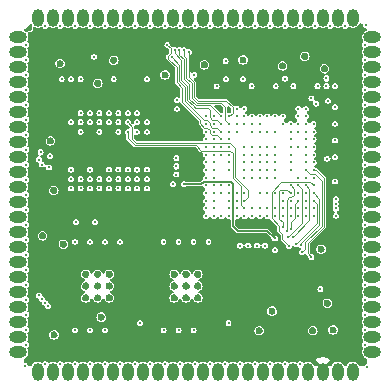
<source format=gbr>
%TF.GenerationSoftware,KiCad,Pcbnew,8.0.1*%
%TF.CreationDate,2024-09-11T08:29:46+07:00*%
%TF.ProjectId,siplex-som-s16,7369706c-6578-42d7-936f-6d2d7331362e,rev?*%
%TF.SameCoordinates,Original*%
%TF.FileFunction,Copper,L5,Inr*%
%TF.FilePolarity,Positive*%
%FSLAX46Y46*%
G04 Gerber Fmt 4.6, Leading zero omitted, Abs format (unit mm)*
G04 Created by KiCad (PCBNEW 8.0.1) date 2024-09-11 08:29:46*
%MOMM*%
%LPD*%
G01*
G04 APERTURE LIST*
%TA.AperFunction,ComponentPad*%
%ADD10O,1.500000X1.000000*%
%TD*%
%TA.AperFunction,ComponentPad*%
%ADD11O,1.000000X1.500000*%
%TD*%
%TA.AperFunction,ViaPad*%
%ADD12C,0.600000*%
%TD*%
%TA.AperFunction,ViaPad*%
%ADD13C,0.300000*%
%TD*%
%TA.AperFunction,Conductor*%
%ADD14C,0.150000*%
%TD*%
%TA.AperFunction,Conductor*%
%ADD15C,0.100000*%
%TD*%
G04 APERTURE END LIST*
D10*
%TO.N,PB8*%
%TO.C,J8*%
X125310800Y-84736800D03*
%TO.N,PB9*%
X125310800Y-86006800D03*
%TO.N,PH4*%
X125310800Y-87276800D03*
%TO.N,GND*%
X125310800Y-88546800D03*
%TO.N,PC0*%
X125310800Y-89816800D03*
%TO.N,PC1*%
X125310800Y-91086800D03*
%TO.N,PC4*%
X125310800Y-92356800D03*
%TO.N,PA0*%
X125310800Y-93626800D03*
%TO.N,PA1*%
X125310800Y-94896800D03*
%TO.N,PA4*%
X125310800Y-96166800D03*
%TO.N,PA3*%
X125310800Y-97436800D03*
%TO.N,PA7*%
X125310800Y-98706800D03*
%TO.N,PA6*%
X125310800Y-99976800D03*
%TO.N,PA5*%
X125310800Y-101246800D03*
%TO.N,PB0*%
X125310800Y-102516800D03*
%TO.N,PB1*%
X125310800Y-103786800D03*
%TO.N,PC5*%
X125310800Y-105056800D03*
%TO.N,PB12*%
X125310800Y-106326800D03*
%TO.N,PB10*%
X125310800Y-107596800D03*
%TO.N,PB13*%
X125310800Y-108866800D03*
%TO.N,PB11*%
X125310800Y-110136800D03*
%TO.N,PB14*%
X125310800Y-111406800D03*
%TD*%
%TO.N,/Castellated_holes/SWDIO*%
%TO.C,J5*%
X155310800Y-111406800D03*
%TO.N,/Castellated_holes/SWCLK*%
X155310800Y-110136800D03*
%TO.N,GND*%
X155310800Y-108866800D03*
%TO.N,/Castellated_holes/USB_DN*%
X155310800Y-107596800D03*
%TO.N,/Castellated_holes/USB_DP*%
X155310800Y-106326800D03*
%TO.N,GND*%
X155310800Y-105056800D03*
%TO.N,/Castellated_holes/USB_VBUS_DET*%
X155310800Y-103786800D03*
%TO.N,GND*%
X155310800Y-102516800D03*
%TO.N,/Castellated_holes/LTDC_CLK*%
X155310800Y-101246800D03*
%TO.N,GND*%
X155310800Y-99976800D03*
%TO.N,/Castellated_holes/SWO*%
X155310800Y-98706800D03*
%TO.N,/Castellated_holes/LTDC_R0*%
X155310800Y-97436800D03*
%TO.N,/Castellated_holes/LTDC_R1*%
X155310800Y-96166800D03*
%TO.N,/Castellated_holes/LTDC_R2*%
X155310800Y-94896800D03*
%TO.N,/Castellated_holes/LTDC_R3*%
X155310800Y-93626800D03*
%TO.N,/Castellated_holes/LTDC_R4*%
X155310800Y-92356800D03*
%TO.N,/Castellated_holes/LTDC_R5*%
X155310800Y-91086800D03*
%TO.N,/Castellated_holes/LTDC_R6*%
X155310800Y-89816800D03*
%TO.N,/Castellated_holes/LTDC_R7*%
X155310800Y-88546800D03*
%TO.N,/Castellated_holes/LTDC_G0*%
X155310800Y-87276800D03*
%TO.N,/Castellated_holes/LTDC_G1*%
X155310800Y-86006800D03*
%TO.N,/Castellated_holes/LTDC_G2*%
X155310800Y-84736800D03*
%TD*%
D11*
%TO.N,PB15*%
%TO.C,J9*%
X126975800Y-113071800D03*
%TO.N,PH7*%
X128245800Y-113071800D03*
%TO.N,PD13*%
X129515800Y-113071800D03*
%TO.N,PC6*%
X130785800Y-113071800D03*
%TO.N,PC7*%
X132055800Y-113071800D03*
%TO.N,PC8*%
X133325800Y-113071800D03*
%TO.N,PH14*%
X134595800Y-113071800D03*
%TO.N,GND*%
X135865800Y-113071800D03*
%TO.N,PD2*%
X137135800Y-113071800D03*
%TO.N,PD3*%
X138405800Y-113071800D03*
%TO.N,PD5*%
X139675800Y-113071800D03*
%TO.N,PD6*%
X140945800Y-113071800D03*
%TO.N,PD7*%
X142215800Y-113071800D03*
%TO.N,PI3*%
X143485800Y-113071800D03*
%TO.N,PA15*%
X144755800Y-113071800D03*
%TO.N,PC12*%
X146025800Y-113071800D03*
%TO.N,PG11*%
X147295800Y-113071800D03*
%TO.N,PB4*%
X148565800Y-113071800D03*
%TO.N,VIN*%
X149835800Y-113071800D03*
%TO.N,+3V3*%
X151105800Y-113071800D03*
%TO.N,GND*%
X152375800Y-113071800D03*
X153645800Y-113071800D03*
%TD*%
%TO.N,PB7*%
%TO.C,J7*%
X126975800Y-83071800D03*
%TO.N,PB5*%
X128245800Y-83071800D03*
%TO.N,GND*%
X129515800Y-83071800D03*
%TO.N,VBAT*%
X130785800Y-83071800D03*
%TO.N,/MCU/BOOT0*%
X132055800Y-83071800D03*
%TO.N,/Castellated_holes/LTDC_DE*%
X133325800Y-83071800D03*
%TO.N,/Castellated_holes/LTDC_HSYNC*%
X134595800Y-83071800D03*
%TO.N,/Castellated_holes/LTDC_VSYNC*%
X135865800Y-83071800D03*
%TO.N,GND*%
X137135800Y-83071800D03*
%TO.N,/Castellated_holes/LTDC_B7*%
X138405800Y-83071800D03*
%TO.N,/Castellated_holes/LTDC_B6*%
X139675800Y-83071800D03*
%TO.N,/Castellated_holes/LTDC_B5*%
X140945800Y-83071800D03*
%TO.N,/Castellated_holes/LTDC_B4*%
X142215800Y-83071800D03*
%TO.N,/Castellated_holes/LTDC_B3*%
X143485800Y-83071800D03*
%TO.N,/Castellated_holes/LTDC_B2*%
X144755800Y-83071800D03*
%TO.N,/Castellated_holes/LTDC_B1*%
X146025800Y-83071800D03*
%TO.N,/Castellated_holes/LTDC_B0*%
X147295800Y-83071800D03*
%TO.N,/Castellated_holes/LTDC_G7*%
X148565800Y-83071800D03*
%TO.N,/Castellated_holes/LTDC_G6*%
X149835800Y-83071800D03*
%TO.N,/Castellated_holes/LTDC_G5*%
X151105800Y-83071800D03*
%TO.N,/Castellated_holes/LTDC_G4*%
X152375800Y-83071800D03*
%TO.N,/Castellated_holes/LTDC_G3*%
X153645800Y-83071800D03*
%TD*%
D12*
%TO.N,GND*%
X150952200Y-102692200D03*
X151485600Y-107264200D03*
X151968200Y-109524800D03*
X132334000Y-108432600D03*
X128346200Y-109931200D03*
X128320800Y-97713800D03*
X129133600Y-102260400D03*
X151257000Y-87401400D03*
X149580600Y-86360000D03*
X147701000Y-87172800D03*
X144348200Y-86664800D03*
X141071600Y-87071200D03*
X133400800Y-86690200D03*
X137744200Y-87934800D03*
X132054600Y-88646000D03*
X128854200Y-86969600D03*
D13*
%TO.N,Net-(C1-Pad1)*%
X147040600Y-101780400D03*
X139367200Y-97180400D03*
%TO.N,GND*%
X146420600Y-95991200D03*
X128994000Y-88300600D03*
X142849600Y-112395000D03*
X145120600Y-95991200D03*
X152120600Y-96956200D03*
D12*
X145706800Y-109586700D03*
D13*
X144470600Y-95341200D03*
X145120600Y-94041200D03*
X147878800Y-88239200D03*
X138710400Y-95666200D03*
X154635200Y-89179400D03*
X145770600Y-94691200D03*
X143170600Y-90791200D03*
D12*
X139522200Y-106804600D03*
D13*
X146420600Y-97941200D03*
X145389600Y-112395000D03*
X147070600Y-96641200D03*
X130149600Y-83769200D03*
X154635200Y-101879400D03*
X146420600Y-96641200D03*
X146420600Y-95341200D03*
X147929600Y-83769200D03*
X146227800Y-102377200D03*
D12*
X140522200Y-105804600D03*
D13*
X126009400Y-98069400D03*
X154635200Y-100609400D03*
X147070600Y-91441200D03*
X148370600Y-94691200D03*
X145770600Y-95341200D03*
X143170600Y-95991200D03*
X126009400Y-104419400D03*
X154635200Y-90449400D03*
X144470600Y-95991200D03*
X130149600Y-112395000D03*
X137769600Y-83769200D03*
X145516600Y-102377200D03*
X126009400Y-91719400D03*
X154635200Y-87909400D03*
X129794000Y-88300600D03*
X143170600Y-95341200D03*
D12*
X138522200Y-104804600D03*
X132029200Y-106804600D03*
D13*
X129794400Y-97541200D03*
X154635200Y-110769400D03*
D12*
X131029200Y-106804600D03*
D13*
X141579600Y-112395000D03*
X131745800Y-86385400D03*
D12*
X132029200Y-104804600D03*
D13*
X149199600Y-112395000D03*
X126009400Y-92989400D03*
X147111600Y-88879200D03*
X154635200Y-91719400D03*
D12*
X146801800Y-107924600D03*
D13*
X154635200Y-95529400D03*
X139039600Y-83769200D03*
X144470600Y-94691200D03*
X138710400Y-96367600D03*
X140233400Y-87912000D03*
X129794400Y-95941200D03*
X128879600Y-83769200D03*
X154635200Y-85369400D03*
D12*
X133029200Y-105804600D03*
D13*
X138710400Y-94945200D03*
X147070600Y-94691200D03*
X144470600Y-94041200D03*
X126009400Y-99339400D03*
D12*
X150251800Y-109586700D03*
D13*
X154736800Y-83693000D03*
D12*
X132029200Y-105804600D03*
D13*
X132994400Y-95941200D03*
X126009400Y-90449400D03*
X133959600Y-112395000D03*
X147070600Y-94041200D03*
X152120600Y-90637400D03*
X126009400Y-110769400D03*
X140309600Y-83769200D03*
X127609600Y-83769200D03*
X148615400Y-88873400D03*
X145120600Y-96641200D03*
X131419600Y-112395000D03*
X141579600Y-83769200D03*
X145389600Y-83769200D03*
X151739600Y-83769200D03*
X152120600Y-94904600D03*
X145770600Y-97941200D03*
X139039600Y-112395000D03*
X142520600Y-90791200D03*
X137769600Y-112395000D03*
X154635200Y-108229400D03*
X145770600Y-96641200D03*
X154635200Y-109499400D03*
X128879600Y-112395000D03*
D12*
X138522200Y-105804600D03*
D13*
X125882400Y-112572800D03*
X130133133Y-102048267D03*
X148370600Y-95991200D03*
X126009400Y-101879400D03*
D12*
X131029200Y-104804600D03*
D13*
X126009400Y-86639400D03*
X140309600Y-112395000D03*
X126009400Y-89179400D03*
X146420600Y-94691200D03*
X146659600Y-83769200D03*
X126009400Y-100609400D03*
X142925800Y-88275200D03*
X136194400Y-88300600D03*
X148370600Y-95341200D03*
X153009600Y-83769200D03*
X149199600Y-83769200D03*
X127609600Y-112395000D03*
X126009400Y-109499400D03*
X132689600Y-83769200D03*
X126009400Y-95529400D03*
X138745000Y-90791200D03*
D12*
X140522200Y-104804600D03*
D13*
X143820600Y-92741200D03*
X147040600Y-102740400D03*
X154863800Y-112674400D03*
X144470600Y-96641200D03*
X138407200Y-97180400D03*
D12*
X127381000Y-101549200D03*
D13*
X145770600Y-94041200D03*
X152120600Y-92059800D03*
X131419600Y-83769200D03*
X145120600Y-95341200D03*
X126314200Y-84074000D03*
X126009400Y-103149400D03*
D12*
X133029200Y-104804600D03*
D13*
X135631400Y-108914600D03*
X143124400Y-108914600D03*
X150469600Y-83769200D03*
X126009400Y-94259400D03*
X133394400Y-88300600D03*
X147929600Y-112395000D03*
X154635200Y-103149400D03*
D12*
X139522200Y-104804600D03*
D13*
X144094200Y-102377200D03*
X126009400Y-85369400D03*
X154635200Y-98069400D03*
X154635200Y-96799400D03*
X154635200Y-99339400D03*
X154635200Y-86639400D03*
X142113000Y-88897400D03*
X150901400Y-106047000D03*
X132194400Y-92741200D03*
X145120600Y-94691200D03*
X147070600Y-95991200D03*
X146659600Y-112395000D03*
X145770600Y-95991200D03*
X138745000Y-90068400D03*
X136194400Y-97541200D03*
X126009400Y-108229400D03*
X130194400Y-100370600D03*
X144795600Y-102377200D03*
X126009400Y-106959400D03*
X126009400Y-87909400D03*
X136499600Y-112395000D03*
X144119600Y-83769200D03*
X130594000Y-88300600D03*
X154635200Y-104419400D03*
X154635200Y-94259400D03*
X146420600Y-94041200D03*
X131394400Y-95941200D03*
X148370600Y-93391200D03*
X145071600Y-88879200D03*
X131794400Y-100370600D03*
X150655400Y-88873400D03*
X132689600Y-112395000D03*
X154635200Y-92989400D03*
X152120600Y-93482200D03*
X154635200Y-105689400D03*
X142849600Y-83769200D03*
D12*
X140522200Y-106804600D03*
D13*
X133959600Y-83769200D03*
X154635200Y-106959400D03*
X136499600Y-83769200D03*
X126009400Y-96799400D03*
X146420600Y-91441200D03*
X151409400Y-88209600D03*
X137617200Y-102054600D03*
X126009400Y-105689400D03*
D12*
X131029200Y-105804600D03*
D13*
X147070600Y-95341200D03*
D12*
X138522200Y-106804600D03*
X133029200Y-106804600D03*
D13*
X144339000Y-88279800D03*
D12*
X128041400Y-93522800D03*
X139522200Y-105804600D03*
D13*
X144119600Y-112395000D03*
X135229600Y-112395000D03*
X147070600Y-97941200D03*
X135229600Y-83769200D03*
X130594400Y-92741200D03*
%TO.N,+3V3*%
X147878800Y-88879200D03*
X143637000Y-88279800D03*
X133394400Y-88940600D03*
X152120600Y-91277400D03*
X146227800Y-101737200D03*
X141173200Y-87907000D03*
X152120600Y-92699800D03*
X128994000Y-88940600D03*
X131794400Y-99730600D03*
X130194400Y-99730600D03*
X139350400Y-96367600D03*
X135631400Y-102694600D03*
X142925800Y-88915200D03*
X152120600Y-94122200D03*
X143124400Y-109554600D03*
X142113000Y-87937400D03*
X130594000Y-88940600D03*
X139350400Y-95666200D03*
X152120600Y-95544600D03*
X152120600Y-88209600D03*
X144795600Y-101737200D03*
X152120600Y-96316200D03*
X145516600Y-101737200D03*
X149936200Y-105027000D03*
X129794000Y-88940600D03*
D12*
X145897600Y-104902000D03*
X145237200Y-104902000D03*
D13*
X144094200Y-101737200D03*
D12*
X146227800Y-104013000D03*
D13*
X143124400Y-102694600D03*
X139350400Y-94945200D03*
D12*
X146913600Y-104013000D03*
D13*
X135631400Y-109554600D03*
X136194400Y-88940600D03*
%TO.N,Net-(U1-PDR_ON)*%
X149020600Y-94041200D03*
X152120600Y-88849600D03*
%TO.N,/MCU/BOOT0*%
X151409400Y-88849600D03*
X148370600Y-94041200D03*
%TO.N,/Castellated_holes/LTDC_G5*%
X147720600Y-99241200D03*
X152196800Y-99852200D03*
%TO.N,/Castellated_holes/LTDC_G7*%
X152196800Y-99241200D03*
X149020600Y-99241200D03*
%TO.N,/Castellated_holes/LTDC_B1*%
X151434800Y-95021400D03*
X149670600Y-95341200D03*
%TO.N,/Castellated_holes/LTDC_R4*%
X143820600Y-98591200D03*
%TO.N,unconnected-(U1-PH6-PadM11)*%
X143170600Y-97291200D03*
%TO.N,/Castellated_holes/LTDC_R0*%
X150320600Y-95341200D03*
%TO.N,/Castellated_holes/LTDC_B4*%
X148370600Y-92741200D03*
%TO.N,/Castellated_holes/LTDC_G1*%
X149670600Y-92091200D03*
%TO.N,/Castellated_holes/LTDC_R3*%
X143170600Y-98591200D03*
%TO.N,/Castellated_holes/LTDC_G0*%
X149670600Y-91441200D03*
%TO.N,unconnected-(U1-PA10-PadD15)*%
X148370600Y-99891200D03*
%TO.N,/Castellated_holes/LTDC_R2*%
X149670600Y-99241200D03*
%TO.N,/Castellated_holes/LTDC_CLK*%
X145120600Y-99241200D03*
%TO.N,/Castellated_holes/LTDC_VSYNC*%
X148370600Y-92091200D03*
%TO.N,/Castellated_holes/LTDC_B2*%
X152196800Y-98841197D03*
X147070600Y-99241200D03*
%TO.N,/Castellated_holes/LTDC_G4*%
X148370600Y-98591200D03*
%TO.N,/Castellated_holes/LTDC_R1*%
X141870600Y-91441200D03*
%TO.N,/Castellated_holes/LTDC_R5*%
X143820600Y-97941200D03*
%TO.N,/Castellated_holes/LTDC_G2*%
X147720600Y-97941200D03*
%TO.N,/Castellated_holes/LTDC_R7*%
X145120600Y-99891200D03*
%TO.N,unconnected-(U1-PH8-PadM12)*%
X143170600Y-97941200D03*
%TO.N,/Castellated_holes/LTDC_B6*%
X149020600Y-92091200D03*
X150557833Y-90353632D03*
%TO.N,VBAT*%
X149020600Y-90791200D03*
%TO.N,/Castellated_holes/LTDC_G6*%
X148370600Y-99241200D03*
%TO.N,/Castellated_holes/LTDC_R6*%
X144470600Y-97941200D03*
%TO.N,/Castellated_holes/LTDC_B7*%
X149020600Y-91441200D03*
%TO.N,/Castellated_holes/LTDC_HSYNC*%
X147720600Y-92091200D03*
X150139400Y-89916000D03*
%TO.N,unconnected-(U1-PG3-PadK15)*%
X144470600Y-99891200D03*
%TO.N,/Castellated_holes/LTDC_B3*%
X152196800Y-98441194D03*
X147070600Y-99891200D03*
%TO.N,/Castellated_holes/LTDC_B0*%
X149670600Y-90791200D03*
%TO.N,/Castellated_holes/LTDC_DE*%
X143820600Y-90791200D03*
%TO.N,/Castellated_holes/LTDC_G3*%
X149670600Y-96641200D03*
X151547080Y-90116054D03*
%TO.N,/Castellated_holes/LTDC_B5*%
X149020600Y-92741200D03*
%TO.N,/MCU/SDRAM_A12*%
X143820600Y-99891200D03*
X134594400Y-97541200D03*
%TO.N,/MCU/SDRAM_A8*%
X135394400Y-97541200D03*
X141220600Y-94691200D03*
%TO.N,/MCU/SDRAM_DQ13*%
X141870600Y-99891200D03*
X130594400Y-96741200D03*
%TO.N,/MCU/SDRAM_CKE*%
X143170600Y-93391200D03*
X133794400Y-95941200D03*
%TO.N,/MCU/SDRAM_DQ6*%
X141870600Y-95991200D03*
X132194400Y-91941200D03*
%TO.N,/MCU/SDRAM_A5*%
X144470600Y-92091200D03*
X136194400Y-96741200D03*
%TO.N,/MCU/SDRAM_DQ0*%
X129794400Y-91941200D03*
X143170600Y-99241200D03*
%TO.N,/MCU/SDRAM_DQMH*%
X150320600Y-92091200D03*
X133794400Y-97541200D03*
%TO.N,/MCU/SDRAM_DQ14*%
X130594400Y-97541200D03*
X141870600Y-99241200D03*
%TO.N,/MCU/SDRAM_A7*%
X142520600Y-94041200D03*
X135394400Y-96741200D03*
%TO.N,/MCU/SDRAM_A2*%
X136194400Y-91941200D03*
X145770600Y-91441200D03*
%TO.N,/MCU/SDRAM_DQ12*%
X131394400Y-97541200D03*
X141220600Y-97291200D03*
%TO.N,/MCU/SDRAM_A6*%
X135394400Y-95941200D03*
X141870600Y-94041200D03*
%TO.N,/MCU/SDRAM_A9*%
X141870600Y-94691200D03*
X134594400Y-95941200D03*
%TO.N,/MCU/~{SDRAM_RAS}*%
X141220600Y-94041200D03*
X133794400Y-91941200D03*
%TO.N,/MCU/SDRAM_DQ7*%
X132994400Y-91141200D03*
X141220600Y-95991200D03*
%TO.N,/MCU/SDRAM_A1*%
X145770600Y-92091200D03*
X135394400Y-91941200D03*
%TO.N,/MCU/SDRAM_DQ3*%
X149020600Y-97941200D03*
X131394400Y-91141200D03*
%TO.N,/MCU/~{SDRAM_CAS}*%
X149670600Y-94691200D03*
X133794400Y-92741200D03*
%TO.N,/MCU/SDRAM_DQ15*%
X129794400Y-96741200D03*
X142520600Y-99891200D03*
%TO.N,/MCU/SDRAM_A11*%
X143170600Y-94691200D03*
X134594400Y-96741200D03*
%TO.N,/MCU/SDRAM_DQ5*%
X141870600Y-95341200D03*
X132194400Y-91141200D03*
%TO.N,/MCU/SDRAM_A10*%
X142520600Y-94691200D03*
X135394400Y-91141200D03*
%TO.N,/MCU/SDRAM_A0*%
X135394400Y-92741200D03*
X147720600Y-91441200D03*
%TO.N,/MCU/~{SDRAM_WE}*%
X145120600Y-92741200D03*
X133794400Y-91141200D03*
%TO.N,/MCU/SDRAM_DQML*%
X132994400Y-91941200D03*
X150320600Y-92741200D03*
%TO.N,/MCU/SDRAM_DQ4*%
X141220600Y-95341200D03*
X131394400Y-91941200D03*
%TO.N,/MCU/SDRAM_DQ9*%
X141220600Y-96641200D03*
X132194400Y-96741200D03*
%TO.N,/MCU/SDRAM_DQ8*%
X132994400Y-97541200D03*
X141870600Y-96641200D03*
%TO.N,/MCU/SDRAM_DQ10*%
X142520600Y-97291200D03*
X132194400Y-97541200D03*
%TO.N,/MCU/SDRAM_BA1*%
X144470600Y-98591200D03*
X134594400Y-91941200D03*
%TO.N,/MCU/SDRAM_A4*%
X145120600Y-92091200D03*
X136194400Y-95941200D03*
%TO.N,/MCU/SDRAM_DQ1*%
X143820600Y-99241200D03*
X130594400Y-91141200D03*
%TO.N,/MCU/SDRAM_CLK*%
X145770600Y-99241200D03*
X133794400Y-96741200D03*
%TO.N,/MCU/SDRAM_A3*%
X145120600Y-91441200D03*
X136194400Y-92741200D03*
%TO.N,/MCU/SDRAM_DQ2*%
X130594400Y-91941200D03*
X149670600Y-97941200D03*
%TO.N,/MCU/SDRAM_BA0*%
X134594400Y-92741200D03*
X144470600Y-99241200D03*
%TO.N,/MCU/~{SDRAM_CS}*%
X134594400Y-91141200D03*
X143170600Y-92741200D03*
%TO.N,unconnected-(U2-NC-PadE2)*%
X132994400Y-96741200D03*
%TO.N,/MCU/SDRAM_DQ11*%
X131394400Y-96741200D03*
X141870600Y-97291200D03*
%TO.N,/Castellated_holes/USB_DN*%
X149020600Y-99891200D03*
%TO.N,/Castellated_holes/USB_DP*%
X149670600Y-99891200D03*
%TO.N,/MCU/~{FLASH_BK1_CS}*%
X149670600Y-94041200D03*
X133934200Y-102054600D03*
%TO.N,/MCU/~{FLASH_BK2_CS}*%
X149670600Y-98591200D03*
X141427200Y-102054600D03*
%TO.N,/MCU/FLASH_BK1_IO1*%
X143820600Y-91441200D03*
X132664200Y-102054600D03*
%TO.N,/MCU/FLASH_BK1_IO0*%
X143820600Y-92091200D03*
X130124200Y-109554600D03*
%TO.N,/MCU/FLASH_BK2_IO1*%
X146420600Y-92741200D03*
X140157200Y-102054600D03*
%TO.N,/MCU/FLASH_BK1_IO2*%
X144470600Y-90791200D03*
X131394200Y-102054600D03*
%TO.N,/MCU/FLASH_CLK*%
X143170600Y-94041200D03*
X131394200Y-109554600D03*
X138887200Y-109554600D03*
%TO.N,/MCU/FLASH_BK1_IO3*%
X144470600Y-91441200D03*
X132664200Y-109554600D03*
%TO.N,/MCU/FLASH_BK2_IO3*%
X140157200Y-109554600D03*
X150320600Y-94691200D03*
%TO.N,/MCU/FLASH_BK2_IO2*%
X149020600Y-96641200D03*
X138887200Y-102054600D03*
%TO.N,/MCU/FLASH_BK2_IO0*%
X147070600Y-92741200D03*
X137617200Y-109554600D03*
%TO.N,PB7*%
X149670600Y-93391200D03*
%TO.N,PB5*%
X150320600Y-94041200D03*
%TO.N,PB8*%
X150320600Y-93391200D03*
%TO.N,PB9*%
X149670600Y-92741200D03*
%TO.N,/Castellated_holes/SWCLK*%
X150320600Y-99241200D03*
%TO.N,/Castellated_holes/SWO*%
X150320600Y-96641200D03*
%TO.N,/Castellated_holes/SWDIO*%
X150320600Y-99891200D03*
%TO.N,/Castellated_holes/USB_VBUS_DET*%
X147720600Y-99891200D03*
%TO.N,PH4*%
X142875800Y-86766400D03*
X145770600Y-92741200D03*
%TO.N,PC1*%
X143170600Y-92091200D03*
X139369800Y-85816802D03*
%TO.N,PC0*%
X143170600Y-91441200D03*
X139750800Y-86004400D03*
%TO.N,PC4*%
X142520600Y-93391200D03*
X137942827Y-85374000D03*
%TO.N,PC5*%
X127897600Y-95762000D03*
X141870600Y-93391200D03*
%TO.N,PA1*%
X142520600Y-91441200D03*
X138969797Y-85816802D03*
%TO.N,PA4*%
X138314054Y-86429390D03*
X142520600Y-92741200D03*
%TO.N,PA0*%
X138569992Y-85829390D03*
X142520600Y-92091200D03*
%TO.N,PA7*%
X141220600Y-92091200D03*
%TO.N,PA3*%
X141220600Y-91441200D03*
%TO.N,PA6*%
X141870600Y-92091200D03*
X127203200Y-94462600D03*
%TO.N,PA5*%
X127050800Y-95097600D03*
X141870600Y-92741200D03*
%TO.N,PB0*%
X127297600Y-95521526D03*
X141220600Y-93391200D03*
%TO.N,PB1*%
X141220600Y-92741200D03*
X127990600Y-94788000D03*
%TO.N,PB11*%
X141220600Y-98591200D03*
%TO.N,PB10*%
X141220600Y-97941200D03*
%TO.N,PB13*%
X141870600Y-98591200D03*
%TO.N,PB12*%
X141870600Y-97941200D03*
%TO.N,PB14*%
X127068200Y-106599000D03*
X141220600Y-99241200D03*
%TO.N,PB15*%
X141220600Y-99891200D03*
X127315903Y-106913078D03*
%TO.N,PD13*%
X143170600Y-99891200D03*
X127842670Y-107518357D03*
%TO.N,PH7*%
X127584200Y-107213078D03*
X142520600Y-97941200D03*
%TO.N,PC7*%
X146420600Y-99891200D03*
%TO.N,PC6*%
X145770600Y-99891200D03*
%TO.N,PC8*%
X146420600Y-99241200D03*
%TO.N,PH14*%
X147720600Y-98591200D03*
%TO.N,PC12*%
X149292795Y-102328553D03*
X150320600Y-97941200D03*
%TO.N,PI3*%
X149020600Y-98591200D03*
X148400302Y-100957000D03*
%TO.N,PD6*%
X148562967Y-101649167D03*
X149670600Y-97291200D03*
%TO.N,PD7*%
X148241700Y-102394700D03*
X150320600Y-97291200D03*
%TO.N,PD5*%
X148132800Y-101650800D03*
X149020600Y-97291200D03*
%TO.N,PA15*%
X150320600Y-98591200D03*
X148844000Y-102260400D03*
%TO.N,PB4*%
X150139400Y-103352600D03*
X150320600Y-95991200D03*
%TO.N,PD2*%
X148370600Y-97941200D03*
X147728590Y-100787200D03*
%TO.N,PG11*%
X149354400Y-102948600D03*
X149670600Y-95991200D03*
%TO.N,PD3*%
X148032052Y-101113184D03*
X148370600Y-97291200D03*
%TD*%
D14*
%TO.N,Net-(C1-Pad1)*%
X143305220Y-96966200D02*
X143495600Y-97156580D01*
X143891000Y-101142800D02*
X146403000Y-101142800D01*
X141006400Y-96966200D02*
X143305220Y-96966200D01*
X143495600Y-100747400D02*
X143891000Y-101142800D01*
X143495600Y-97156580D02*
X143495600Y-100747400D01*
X146403000Y-101142800D02*
X147040600Y-101780400D01*
X140792200Y-97180400D02*
X141006400Y-96966200D01*
X139367200Y-97180400D02*
X140792200Y-97180400D01*
D15*
%TO.N,/MCU/SDRAM_BA1*%
X144770600Y-98291200D02*
X144770600Y-97653600D01*
X135321800Y-93691200D02*
X134982200Y-93351600D01*
X143684600Y-94130935D02*
X143244865Y-93691200D01*
X144770600Y-97653600D02*
X143684600Y-96567600D01*
X143684600Y-96567600D02*
X143684600Y-94130935D01*
X134982200Y-92329000D02*
X134594400Y-91941200D01*
X144470600Y-98591200D02*
X144770600Y-98291200D01*
X143244865Y-93691200D02*
X135321800Y-93691200D01*
X134982200Y-93351600D02*
X134982200Y-92329000D01*
%TO.N,/MCU/SDRAM_BA0*%
X144170600Y-98941200D02*
X144170600Y-97336442D01*
X135217000Y-93891200D02*
X134594400Y-93268600D01*
X143484600Y-96650443D02*
X143484600Y-94580935D01*
X134594400Y-93268600D02*
X134594400Y-92741200D01*
X143244865Y-94341200D02*
X140808000Y-94341200D01*
X143484600Y-94580935D02*
X143244865Y-94341200D01*
X140808000Y-94341200D02*
X140358000Y-93891200D01*
X143601757Y-96767600D02*
X143484600Y-96650443D01*
X140358000Y-93891200D02*
X135217000Y-93891200D01*
X143601758Y-96767600D02*
X143601757Y-96767600D01*
X144470600Y-99241200D02*
X144170600Y-98941200D01*
X144170600Y-97336442D02*
X143601758Y-96767600D01*
%TO.N,PC1*%
X142820600Y-90623600D02*
X142820600Y-91741200D01*
X139538100Y-88195442D02*
X139995300Y-88652642D01*
X139369800Y-86331158D02*
X139538100Y-86499458D01*
X142503500Y-90306500D02*
X142820600Y-90623600D01*
X140442658Y-90306500D02*
X142503500Y-90306500D01*
X139995300Y-88652642D02*
X139995300Y-89859142D01*
X139369800Y-85816802D02*
X139369800Y-86331158D01*
X139995300Y-89859142D02*
X140442658Y-90306500D01*
X139538100Y-86499458D02*
X139538100Y-88195442D01*
X142820600Y-91741200D02*
X143170600Y-92091200D01*
%TO.N,PC0*%
X139750800Y-86004400D02*
X139738100Y-86017100D01*
X139738100Y-88112600D02*
X140195300Y-88569800D01*
X143470600Y-91141200D02*
X143170600Y-91441200D01*
X140195300Y-89776300D02*
X140525500Y-90106500D01*
X140525500Y-90106500D02*
X142910165Y-90106500D01*
X142910165Y-90106500D02*
X143470600Y-90666935D01*
X143470600Y-90666935D02*
X143470600Y-91141200D01*
X140195300Y-88569800D02*
X140195300Y-89776300D01*
X139738100Y-86017100D02*
X139738100Y-88112600D01*
%TO.N,PC4*%
X139195200Y-89011685D02*
X138738100Y-88554585D01*
X138014054Y-86553654D02*
X138014054Y-86305125D01*
X138738100Y-88554585D02*
X138738100Y-87277700D01*
X141083000Y-92391200D02*
X140732794Y-92040994D01*
X138252200Y-85683373D02*
X137942827Y-85374000D01*
X142520600Y-93391200D02*
X142170600Y-93041200D01*
X138738100Y-87277700D02*
X138014054Y-86553654D01*
X141337000Y-92391200D02*
X141083000Y-92391200D01*
X140732794Y-92040994D02*
X140732794Y-91728005D01*
X139195200Y-90190411D02*
X139195200Y-89011685D01*
X141746335Y-93041200D02*
X141520600Y-92815465D01*
X140732794Y-91728005D02*
X139195200Y-90190411D01*
X141520600Y-92574800D02*
X141337000Y-92391200D01*
X138252200Y-86066979D02*
X138252200Y-85683373D01*
X141520600Y-92815465D02*
X141520600Y-92574800D01*
X138014054Y-86305125D02*
X138252200Y-86066979D01*
X142170600Y-93041200D02*
X141746335Y-93041200D01*
%TO.N,PA1*%
X139795300Y-89941985D02*
X139795300Y-88735485D01*
X139795300Y-88735485D02*
X139338100Y-88278285D01*
X139338100Y-88278285D02*
X139338100Y-86582300D01*
X141585900Y-90506500D02*
X140359815Y-90506500D01*
X139338100Y-86582300D02*
X138969797Y-86213997D01*
X138969797Y-86213997D02*
X138969797Y-85816802D01*
X142520600Y-91441200D02*
X141585900Y-90506500D01*
X140359815Y-90506500D02*
X139795300Y-89941985D01*
%TO.N,PA4*%
X141294865Y-91741200D02*
X141520600Y-91966935D01*
X141520600Y-92165465D02*
X141746335Y-92391200D01*
X142170600Y-92391200D02*
X142520600Y-92741200D01*
X139395200Y-88928842D02*
X139395200Y-90107569D01*
X141028831Y-91741200D02*
X141294865Y-91741200D01*
X141746335Y-92391200D02*
X142170600Y-92391200D01*
X138938100Y-87053436D02*
X138938100Y-88471742D01*
X138314054Y-86429390D02*
X138938100Y-87053436D01*
X138938100Y-88471742D02*
X139395200Y-88928842D01*
X139395200Y-90107569D02*
X141028831Y-91741200D01*
X141520600Y-91966935D02*
X141520600Y-92165465D01*
%TO.N,PA0*%
X141528800Y-91523665D02*
X141528800Y-90881200D01*
X141528800Y-90881200D02*
X141354100Y-90706500D01*
X141354100Y-90706500D02*
X140276972Y-90706500D01*
X139595300Y-90024826D02*
X139595300Y-88846100D01*
X140159815Y-90589343D02*
X140159815Y-90589342D01*
X142170600Y-91741200D02*
X141746335Y-91741200D01*
X140276972Y-90706500D02*
X140159815Y-90589343D01*
X141746335Y-91741200D02*
X141528800Y-91523665D01*
X139631337Y-90060863D02*
X139595300Y-90024826D01*
X138569992Y-86118992D02*
X138569992Y-85829390D01*
X140159815Y-90589342D02*
X139631337Y-90060863D01*
X139138100Y-86687100D02*
X138569992Y-86118992D01*
X139595300Y-88846100D02*
X139138100Y-88388900D01*
X139138100Y-88388900D02*
X139138100Y-86687100D01*
X142520600Y-92091200D02*
X142170600Y-91741200D01*
%TO.N,PC12*%
X149292795Y-102328553D02*
X149292795Y-102137713D01*
X149292795Y-102137713D02*
X150703442Y-100727066D01*
X150703443Y-100727066D02*
X150820600Y-100609909D01*
X150820600Y-98441200D02*
X150320600Y-97941200D01*
X150703442Y-100727066D02*
X150703443Y-100727066D01*
X150820600Y-100609909D02*
X150820600Y-98441200D01*
%TO.N,PI3*%
X148720600Y-98891200D02*
X149020600Y-98591200D01*
X148720600Y-100072400D02*
X148720600Y-98891200D01*
X148400302Y-100957000D02*
X148400302Y-100392698D01*
X148400302Y-100392698D02*
X148720600Y-100072400D01*
%TO.N,PD6*%
X149970600Y-100241535D02*
X149970600Y-97591200D01*
X148562968Y-101649167D02*
X149970600Y-100241535D01*
X149970600Y-97591200D02*
X149670600Y-97291200D01*
X148562967Y-101649167D02*
X148562968Y-101649167D01*
%TO.N,PD7*%
X148241700Y-102394700D02*
X147688300Y-101841300D01*
X150020600Y-96991200D02*
X150320600Y-97291200D01*
X147688300Y-101841300D02*
X147688300Y-101409500D01*
X146761200Y-100050600D02*
X146761200Y-97826335D01*
X147396200Y-101117400D02*
X147396200Y-100685600D01*
X147596335Y-96991200D02*
X150020600Y-96991200D01*
X146761200Y-97826335D02*
X147596335Y-96991200D01*
X147396200Y-100685600D02*
X146761200Y-100050600D01*
X147688300Y-101409500D02*
X147396200Y-101117400D01*
%TO.N,PD5*%
X149320600Y-97591200D02*
X149020600Y-97291200D01*
X148137069Y-101650800D02*
X149320600Y-100467269D01*
X148132800Y-101650800D02*
X148137069Y-101650800D01*
X149320600Y-100467269D02*
X149320600Y-97591200D01*
%TO.N,PA15*%
X148844000Y-102260400D02*
X150620600Y-100483800D01*
X150620600Y-98891200D02*
X150320600Y-98591200D01*
X150620600Y-100483800D02*
X150620600Y-98891200D01*
%TO.N,PB4*%
X149831400Y-102164792D02*
X151220600Y-100775592D01*
X150532732Y-95991200D02*
X150320600Y-95991200D01*
X149831400Y-103044600D02*
X149831400Y-102164792D01*
X151220600Y-100775592D02*
X151220600Y-96679068D01*
X150139400Y-103352600D02*
X149831400Y-103044600D01*
X151220600Y-96679068D02*
X150532732Y-95991200D01*
%TO.N,PD2*%
X148070600Y-97641200D02*
X148370600Y-97941200D01*
X147728590Y-100787200D02*
X147728590Y-100425324D01*
X147420600Y-97740200D02*
X147519600Y-97641200D01*
X147420600Y-100117334D02*
X147420600Y-97740200D01*
X147728590Y-100425324D02*
X147420600Y-100117334D01*
X147519600Y-97641200D02*
X148070600Y-97641200D01*
%TO.N,PG11*%
X149354400Y-102948600D02*
X149592795Y-102710205D01*
X151020600Y-96916935D02*
X150444865Y-96341200D01*
X149592795Y-102120555D02*
X151020600Y-100692750D01*
X151020600Y-100692750D02*
X151020600Y-96916935D01*
X150020600Y-96341200D02*
X149670600Y-95991200D01*
X149592795Y-102710205D02*
X149592795Y-102120555D01*
X150444865Y-96341200D02*
X150020600Y-96341200D01*
%TO.N,PD3*%
X148670600Y-97591200D02*
X148370600Y-97291200D01*
X148246335Y-98291200D02*
X148444865Y-98291200D01*
X148670600Y-98065465D02*
X148670600Y-97591200D01*
X148032052Y-98505483D02*
X148246335Y-98291200D01*
X148032052Y-101113184D02*
X148032052Y-98505483D01*
X148444865Y-98291200D02*
X148670600Y-98065465D01*
%TD*%
%TA.AperFunction,Conductor*%
%TO.N,GND*%
G36*
X128419085Y-109644064D02*
G01*
X128456000Y-109656063D01*
X128503210Y-109680128D01*
X128503255Y-109680137D01*
X128504281Y-109680660D01*
X128535642Y-109703450D01*
X128573944Y-109741751D01*
X128596747Y-109773135D01*
X128610406Y-109799942D01*
X128621343Y-109821406D01*
X128633331Y-109858300D01*
X128641805Y-109911800D01*
X128641805Y-109950594D01*
X128633331Y-110004096D01*
X128621343Y-110040992D01*
X128596752Y-110089255D01*
X128573948Y-110120642D01*
X128535644Y-110158946D01*
X128504257Y-110181750D01*
X128455992Y-110206342D01*
X128419097Y-110218330D01*
X128365598Y-110226804D01*
X128326802Y-110226804D01*
X128273304Y-110218331D01*
X128236409Y-110206343D01*
X128188140Y-110181750D01*
X128156755Y-110158947D01*
X128118455Y-110120648D01*
X128095652Y-110089264D01*
X128071055Y-110040990D01*
X128059067Y-110004097D01*
X128050594Y-109950594D01*
X128050593Y-109911809D01*
X128059067Y-109858298D01*
X128071052Y-109821411D01*
X128095651Y-109773135D01*
X128118448Y-109741758D01*
X128156754Y-109703450D01*
X128188134Y-109680651D01*
X128236407Y-109656054D01*
X128273295Y-109644067D01*
X128326806Y-109635593D01*
X128365589Y-109635593D01*
X128419085Y-109644064D01*
G37*
%TD.AperFunction*%
%TA.AperFunction,Conductor*%
G36*
X145779699Y-109299567D02*
G01*
X145816590Y-109311554D01*
X145864859Y-109336149D01*
X145896245Y-109358952D01*
X145934545Y-109397252D01*
X145957347Y-109428635D01*
X145969204Y-109451905D01*
X145981943Y-109476906D01*
X145993931Y-109513804D01*
X146002404Y-109567303D01*
X146002404Y-109606097D01*
X145993931Y-109659595D01*
X145981943Y-109696492D01*
X145957352Y-109744755D01*
X145934548Y-109776142D01*
X145896244Y-109814446D01*
X145864857Y-109837250D01*
X145816592Y-109861842D01*
X145779697Y-109873830D01*
X145726198Y-109882304D01*
X145687402Y-109882304D01*
X145633904Y-109873831D01*
X145597009Y-109861843D01*
X145548740Y-109837250D01*
X145517355Y-109814447D01*
X145479053Y-109776146D01*
X145456250Y-109744762D01*
X145431654Y-109696490D01*
X145419667Y-109659600D01*
X145411193Y-109606092D01*
X145411193Y-109567308D01*
X145412988Y-109555975D01*
X145419666Y-109513803D01*
X145431652Y-109476913D01*
X145456252Y-109428634D01*
X145479047Y-109397259D01*
X145517356Y-109358949D01*
X145548734Y-109336151D01*
X145597007Y-109311554D01*
X145633901Y-109299567D01*
X145687400Y-109291094D01*
X145726187Y-109291093D01*
X145779699Y-109299567D01*
G37*
%TD.AperFunction*%
%TA.AperFunction,Conductor*%
G36*
X150324699Y-109299567D02*
G01*
X150361590Y-109311554D01*
X150409859Y-109336149D01*
X150441246Y-109358953D01*
X150479545Y-109397253D01*
X150502347Y-109428636D01*
X150526942Y-109476904D01*
X150538930Y-109513796D01*
X150540673Y-109524797D01*
X150540675Y-109524809D01*
X150542519Y-109536458D01*
X150542524Y-109536485D01*
X150543288Y-109541306D01*
X150543288Y-109541307D01*
X150545611Y-109555975D01*
X150547405Y-109567301D01*
X150547405Y-109606092D01*
X150538931Y-109659596D01*
X150526943Y-109696492D01*
X150502352Y-109744755D01*
X150479548Y-109776142D01*
X150441244Y-109814446D01*
X150409857Y-109837250D01*
X150361592Y-109861842D01*
X150324697Y-109873830D01*
X150271198Y-109882304D01*
X150232402Y-109882304D01*
X150178904Y-109873831D01*
X150142009Y-109861843D01*
X150093740Y-109837250D01*
X150062355Y-109814447D01*
X150024053Y-109776146D01*
X150001250Y-109744762D01*
X149976654Y-109696490D01*
X149964667Y-109659600D01*
X149956193Y-109606092D01*
X149956193Y-109567308D01*
X149957988Y-109555975D01*
X149964666Y-109513803D01*
X149976652Y-109476913D01*
X150001252Y-109428634D01*
X150024047Y-109397259D01*
X150062356Y-109358949D01*
X150093734Y-109336151D01*
X150142007Y-109311554D01*
X150178901Y-109299567D01*
X150232400Y-109291094D01*
X150271187Y-109291093D01*
X150324699Y-109299567D01*
G37*
%TD.AperFunction*%
%TA.AperFunction,Conductor*%
G36*
X152041099Y-109237667D02*
G01*
X152077990Y-109249654D01*
X152126259Y-109274249D01*
X152157645Y-109297052D01*
X152195945Y-109335352D01*
X152218747Y-109366735D01*
X152234297Y-109397252D01*
X152243342Y-109415004D01*
X152255330Y-109451900D01*
X152263804Y-109505399D01*
X152263804Y-109544192D01*
X152255330Y-109597698D01*
X152243343Y-109634592D01*
X152218752Y-109682855D01*
X152195948Y-109714242D01*
X152157644Y-109752546D01*
X152126257Y-109775350D01*
X152077992Y-109799942D01*
X152041097Y-109811930D01*
X151987598Y-109820404D01*
X151948802Y-109820404D01*
X151895304Y-109811931D01*
X151858409Y-109799943D01*
X151810140Y-109775350D01*
X151778755Y-109752547D01*
X151740453Y-109714246D01*
X151717650Y-109682862D01*
X151693054Y-109634590D01*
X151681067Y-109597702D01*
X151672593Y-109544192D01*
X151672593Y-109505408D01*
X151681067Y-109451900D01*
X151693055Y-109415007D01*
X151712845Y-109376167D01*
X151717649Y-109366738D01*
X151740448Y-109335358D01*
X151778754Y-109297050D01*
X151810134Y-109274251D01*
X151858407Y-109249654D01*
X151895301Y-109237667D01*
X151948800Y-109229194D01*
X151987587Y-109229193D01*
X152041099Y-109237667D01*
G37*
%TD.AperFunction*%
%TA.AperFunction,Conductor*%
G36*
X132406899Y-108145467D02*
G01*
X132443790Y-108157454D01*
X132492059Y-108182049D01*
X132523445Y-108204852D01*
X132561745Y-108243152D01*
X132584547Y-108274535D01*
X132590376Y-108285975D01*
X132609143Y-108322806D01*
X132621131Y-108359700D01*
X132629605Y-108413200D01*
X132629605Y-108451994D01*
X132621131Y-108505496D01*
X132609143Y-108542392D01*
X132584552Y-108590655D01*
X132561748Y-108622042D01*
X132523444Y-108660346D01*
X132492057Y-108683150D01*
X132443792Y-108707742D01*
X132406897Y-108719730D01*
X132353398Y-108728204D01*
X132314602Y-108728204D01*
X132261104Y-108719731D01*
X132224209Y-108707743D01*
X132175940Y-108683150D01*
X132144555Y-108660347D01*
X132106255Y-108622048D01*
X132083452Y-108590664D01*
X132058855Y-108542390D01*
X132046867Y-108505497D01*
X132038394Y-108451994D01*
X132038393Y-108413207D01*
X132040934Y-108397161D01*
X132046867Y-108359700D01*
X132058853Y-108322811D01*
X132083451Y-108274535D01*
X132106247Y-108243159D01*
X132144556Y-108204849D01*
X132175934Y-108182051D01*
X132224207Y-108157454D01*
X132261101Y-108145467D01*
X132314600Y-108136994D01*
X132353387Y-108136993D01*
X132406899Y-108145467D01*
G37*
%TD.AperFunction*%
%TA.AperFunction,Conductor*%
G36*
X146874699Y-107637467D02*
G01*
X146911590Y-107649454D01*
X146959859Y-107674049D01*
X146991245Y-107696852D01*
X147029545Y-107735152D01*
X147052347Y-107766535D01*
X147075114Y-107811217D01*
X147076943Y-107814806D01*
X147088931Y-107851700D01*
X147097405Y-107905200D01*
X147097405Y-107943994D01*
X147088931Y-107997496D01*
X147076943Y-108034392D01*
X147052352Y-108082655D01*
X147029548Y-108114042D01*
X146991244Y-108152346D01*
X146959857Y-108175150D01*
X146911592Y-108199742D01*
X146874697Y-108211730D01*
X146821198Y-108220204D01*
X146782402Y-108220204D01*
X146728904Y-108211731D01*
X146692009Y-108199743D01*
X146643740Y-108175150D01*
X146612355Y-108152347D01*
X146574055Y-108114048D01*
X146551252Y-108082664D01*
X146526655Y-108034390D01*
X146514667Y-107997497D01*
X146506194Y-107943994D01*
X146506193Y-107905207D01*
X146506195Y-107905195D01*
X146514667Y-107851700D01*
X146526653Y-107814811D01*
X146551251Y-107766535D01*
X146574047Y-107735159D01*
X146612356Y-107696849D01*
X146643734Y-107674051D01*
X146692007Y-107649454D01*
X146728901Y-107637467D01*
X146782400Y-107628994D01*
X146821187Y-107628993D01*
X146874699Y-107637467D01*
G37*
%TD.AperFunction*%
%TA.AperFunction,Conductor*%
G36*
X151558499Y-106977067D02*
G01*
X151595390Y-106989054D01*
X151643659Y-107013649D01*
X151675045Y-107036452D01*
X151713345Y-107074752D01*
X151736147Y-107106135D01*
X151746861Y-107127161D01*
X151760743Y-107154406D01*
X151772731Y-107191300D01*
X151781205Y-107244800D01*
X151781205Y-107283594D01*
X151772731Y-107337096D01*
X151760743Y-107373992D01*
X151736152Y-107422255D01*
X151713348Y-107453642D01*
X151675044Y-107491946D01*
X151643657Y-107514750D01*
X151595392Y-107539342D01*
X151558497Y-107551330D01*
X151504998Y-107559804D01*
X151466202Y-107559804D01*
X151412704Y-107551331D01*
X151375809Y-107539343D01*
X151327540Y-107514750D01*
X151296155Y-107491947D01*
X151257853Y-107453646D01*
X151235050Y-107422262D01*
X151210454Y-107373990D01*
X151198467Y-107337102D01*
X151189993Y-107283592D01*
X151189993Y-107244808D01*
X151198467Y-107191300D01*
X151210455Y-107154407D01*
X151210456Y-107154406D01*
X151235049Y-107106138D01*
X151257848Y-107074758D01*
X151296154Y-107036450D01*
X151327534Y-107013651D01*
X151375807Y-106989054D01*
X151412701Y-106977067D01*
X151466200Y-106968594D01*
X151504987Y-106968593D01*
X151558499Y-106977067D01*
G37*
%TD.AperFunction*%
%TA.AperFunction,Conductor*%
G36*
X131093960Y-106505837D02*
G01*
X131097617Y-106508243D01*
X131099008Y-106509082D01*
X131099014Y-106509086D01*
X131187259Y-106554049D01*
X131218643Y-106576851D01*
X131256942Y-106615149D01*
X131279746Y-106646534D01*
X131324715Y-106734787D01*
X131325073Y-106735318D01*
X131325125Y-106735484D01*
X131326624Y-106738030D01*
X131326041Y-106738372D01*
X131346195Y-106801918D01*
X131327958Y-106869365D01*
X131325550Y-106873026D01*
X131324714Y-106874411D01*
X131279751Y-106962657D01*
X131256948Y-106994042D01*
X131218644Y-107032346D01*
X131187257Y-107055150D01*
X131138992Y-107079742D01*
X131102097Y-107091730D01*
X131048598Y-107100204D01*
X131009802Y-107100204D01*
X130956304Y-107091731D01*
X130919409Y-107079743D01*
X130871140Y-107055150D01*
X130839755Y-107032347D01*
X130801453Y-106994046D01*
X130778650Y-106962662D01*
X130754054Y-106914390D01*
X130742067Y-106877502D01*
X130733593Y-106823992D01*
X130733593Y-106785208D01*
X130733594Y-106785203D01*
X130742067Y-106731700D01*
X130754055Y-106694807D01*
X130754056Y-106694806D01*
X130778649Y-106646538D01*
X130801448Y-106615158D01*
X130839751Y-106576853D01*
X130871131Y-106554053D01*
X130959387Y-106509085D01*
X130959916Y-106508728D01*
X130960080Y-106508676D01*
X130962632Y-106507175D01*
X130962975Y-106507758D01*
X131026511Y-106487604D01*
X131093960Y-106505837D01*
G37*
%TD.AperFunction*%
%TA.AperFunction,Conductor*%
G36*
X132093960Y-106505837D02*
G01*
X132097617Y-106508243D01*
X132099008Y-106509082D01*
X132099014Y-106509086D01*
X132187259Y-106554049D01*
X132218643Y-106576851D01*
X132256942Y-106615149D01*
X132279746Y-106646534D01*
X132324715Y-106734787D01*
X132325073Y-106735318D01*
X132325125Y-106735484D01*
X132326624Y-106738030D01*
X132326041Y-106738372D01*
X132346195Y-106801918D01*
X132327958Y-106869365D01*
X132325550Y-106873026D01*
X132324714Y-106874411D01*
X132279751Y-106962657D01*
X132256948Y-106994042D01*
X132218644Y-107032346D01*
X132187257Y-107055150D01*
X132138992Y-107079742D01*
X132102097Y-107091730D01*
X132048598Y-107100204D01*
X132009802Y-107100204D01*
X131956304Y-107091731D01*
X131919409Y-107079743D01*
X131871140Y-107055150D01*
X131839754Y-107032346D01*
X131801456Y-106994048D01*
X131778653Y-106962663D01*
X131733687Y-106874415D01*
X131733686Y-106874413D01*
X131733325Y-106873877D01*
X131733272Y-106873711D01*
X131731776Y-106871168D01*
X131732357Y-106870825D01*
X131712204Y-106807279D01*
X131730442Y-106739831D01*
X131732839Y-106736187D01*
X131733678Y-106734795D01*
X131733685Y-106734786D01*
X131778648Y-106646539D01*
X131801447Y-106615159D01*
X131839751Y-106576853D01*
X131871131Y-106554053D01*
X131959387Y-106509085D01*
X131959916Y-106508728D01*
X131960080Y-106508676D01*
X131962632Y-106507175D01*
X131962975Y-106507758D01*
X132026511Y-106487604D01*
X132093960Y-106505837D01*
G37*
%TD.AperFunction*%
%TA.AperFunction,Conductor*%
G36*
X133093960Y-106505837D02*
G01*
X133097617Y-106508243D01*
X133099008Y-106509082D01*
X133099014Y-106509086D01*
X133187259Y-106554049D01*
X133218643Y-106576851D01*
X133256944Y-106615151D01*
X133279746Y-106646534D01*
X133302514Y-106691217D01*
X133304343Y-106694806D01*
X133316331Y-106731704D01*
X133324804Y-106785203D01*
X133324804Y-106823997D01*
X133316331Y-106877495D01*
X133304343Y-106914392D01*
X133279752Y-106962655D01*
X133256948Y-106994042D01*
X133218644Y-107032346D01*
X133187257Y-107055150D01*
X133138992Y-107079742D01*
X133102097Y-107091730D01*
X133048598Y-107100204D01*
X133009802Y-107100204D01*
X132956304Y-107091731D01*
X132919409Y-107079743D01*
X132871140Y-107055150D01*
X132839754Y-107032346D01*
X132801456Y-106994048D01*
X132778653Y-106962663D01*
X132733687Y-106874415D01*
X132733686Y-106874413D01*
X132733325Y-106873877D01*
X132733272Y-106873711D01*
X132731776Y-106871168D01*
X132732357Y-106870825D01*
X132712204Y-106807279D01*
X132730442Y-106739831D01*
X132732839Y-106736187D01*
X132733678Y-106734795D01*
X132733685Y-106734786D01*
X132778648Y-106646539D01*
X132801447Y-106615159D01*
X132839751Y-106576853D01*
X132871131Y-106554053D01*
X132959387Y-106509085D01*
X132959916Y-106508728D01*
X132960080Y-106508676D01*
X132962632Y-106507175D01*
X132962975Y-106507758D01*
X133026511Y-106487604D01*
X133093960Y-106505837D01*
G37*
%TD.AperFunction*%
%TA.AperFunction,Conductor*%
G36*
X138586960Y-106505837D02*
G01*
X138590617Y-106508243D01*
X138592008Y-106509082D01*
X138592014Y-106509086D01*
X138680259Y-106554049D01*
X138711643Y-106576851D01*
X138749942Y-106615149D01*
X138772746Y-106646534D01*
X138817715Y-106734787D01*
X138818073Y-106735318D01*
X138818125Y-106735484D01*
X138819624Y-106738030D01*
X138819041Y-106738372D01*
X138839195Y-106801918D01*
X138820958Y-106869365D01*
X138818550Y-106873026D01*
X138817714Y-106874411D01*
X138772751Y-106962657D01*
X138749948Y-106994042D01*
X138711644Y-107032346D01*
X138680257Y-107055150D01*
X138631992Y-107079742D01*
X138595097Y-107091730D01*
X138541598Y-107100204D01*
X138502802Y-107100204D01*
X138449304Y-107091731D01*
X138412409Y-107079743D01*
X138364140Y-107055150D01*
X138332755Y-107032347D01*
X138294453Y-106994046D01*
X138271650Y-106962662D01*
X138247054Y-106914390D01*
X138235067Y-106877502D01*
X138226593Y-106823992D01*
X138226593Y-106785208D01*
X138226594Y-106785203D01*
X138235067Y-106731700D01*
X138247055Y-106694807D01*
X138247056Y-106694806D01*
X138271649Y-106646538D01*
X138294448Y-106615158D01*
X138332751Y-106576853D01*
X138364131Y-106554053D01*
X138452387Y-106509085D01*
X138452916Y-106508728D01*
X138453080Y-106508676D01*
X138455632Y-106507175D01*
X138455975Y-106507758D01*
X138519511Y-106487604D01*
X138586960Y-106505837D01*
G37*
%TD.AperFunction*%
%TA.AperFunction,Conductor*%
G36*
X139586960Y-106505837D02*
G01*
X139590617Y-106508243D01*
X139592008Y-106509082D01*
X139592014Y-106509086D01*
X139680259Y-106554049D01*
X139711643Y-106576851D01*
X139749942Y-106615149D01*
X139772746Y-106646534D01*
X139817715Y-106734787D01*
X139818073Y-106735318D01*
X139818125Y-106735484D01*
X139819624Y-106738030D01*
X139819041Y-106738372D01*
X139839195Y-106801918D01*
X139820958Y-106869365D01*
X139818550Y-106873026D01*
X139817714Y-106874411D01*
X139772751Y-106962657D01*
X139749948Y-106994042D01*
X139711644Y-107032346D01*
X139680257Y-107055150D01*
X139631992Y-107079742D01*
X139595097Y-107091730D01*
X139541598Y-107100204D01*
X139502802Y-107100204D01*
X139449304Y-107091731D01*
X139412409Y-107079743D01*
X139364140Y-107055150D01*
X139332754Y-107032346D01*
X139294456Y-106994048D01*
X139271653Y-106962663D01*
X139226687Y-106874415D01*
X139226686Y-106874413D01*
X139226325Y-106873877D01*
X139226272Y-106873711D01*
X139224776Y-106871168D01*
X139225357Y-106870825D01*
X139205204Y-106807279D01*
X139223442Y-106739831D01*
X139225839Y-106736187D01*
X139226678Y-106734795D01*
X139226685Y-106734786D01*
X139271648Y-106646539D01*
X139294447Y-106615159D01*
X139332751Y-106576853D01*
X139364131Y-106554053D01*
X139452387Y-106509085D01*
X139452916Y-106508728D01*
X139453080Y-106508676D01*
X139455632Y-106507175D01*
X139455975Y-106507758D01*
X139519511Y-106487604D01*
X139586960Y-106505837D01*
G37*
%TD.AperFunction*%
%TA.AperFunction,Conductor*%
G36*
X140586960Y-106505837D02*
G01*
X140590617Y-106508243D01*
X140592008Y-106509082D01*
X140592014Y-106509086D01*
X140680259Y-106554049D01*
X140711643Y-106576851D01*
X140749944Y-106615151D01*
X140772746Y-106646534D01*
X140795514Y-106691217D01*
X140797343Y-106694806D01*
X140809331Y-106731700D01*
X140817805Y-106785200D01*
X140817805Y-106823992D01*
X140817804Y-106824001D01*
X140809331Y-106877496D01*
X140797343Y-106914392D01*
X140772752Y-106962655D01*
X140749948Y-106994042D01*
X140711644Y-107032346D01*
X140680257Y-107055150D01*
X140631992Y-107079742D01*
X140595097Y-107091730D01*
X140541598Y-107100204D01*
X140502802Y-107100204D01*
X140449304Y-107091731D01*
X140412409Y-107079743D01*
X140364140Y-107055150D01*
X140332754Y-107032346D01*
X140294456Y-106994048D01*
X140271653Y-106962663D01*
X140226687Y-106874415D01*
X140226686Y-106874413D01*
X140226325Y-106873877D01*
X140226272Y-106873711D01*
X140224776Y-106871168D01*
X140225357Y-106870825D01*
X140205204Y-106807279D01*
X140223442Y-106739831D01*
X140225839Y-106736187D01*
X140226678Y-106734795D01*
X140226685Y-106734786D01*
X140271648Y-106646539D01*
X140294447Y-106615159D01*
X140332751Y-106576853D01*
X140364131Y-106554053D01*
X140452387Y-106509085D01*
X140452916Y-106508728D01*
X140453080Y-106508676D01*
X140455632Y-106507175D01*
X140455975Y-106507758D01*
X140519511Y-106487604D01*
X140586960Y-106505837D01*
G37*
%TD.AperFunction*%
%TA.AperFunction,Conductor*%
G36*
X131093960Y-105505837D02*
G01*
X131097617Y-105508243D01*
X131099008Y-105509082D01*
X131099014Y-105509086D01*
X131187259Y-105554049D01*
X131218643Y-105576851D01*
X131256942Y-105615149D01*
X131279746Y-105646534D01*
X131324715Y-105734787D01*
X131325073Y-105735318D01*
X131325125Y-105735484D01*
X131326624Y-105738030D01*
X131326041Y-105738372D01*
X131346195Y-105801918D01*
X131327958Y-105869365D01*
X131325550Y-105873026D01*
X131324714Y-105874411D01*
X131279751Y-105962657D01*
X131256948Y-105994042D01*
X131218642Y-106032348D01*
X131187256Y-106055152D01*
X131099016Y-106100112D01*
X131099012Y-106100115D01*
X131098454Y-106100491D01*
X131098280Y-106100545D01*
X131095778Y-106102019D01*
X131095662Y-106101821D01*
X131095660Y-106101823D01*
X131095643Y-106101789D01*
X131095440Y-106101445D01*
X131031848Y-106121596D01*
X130964405Y-106103341D01*
X130960774Y-106100951D01*
X130959383Y-106100112D01*
X130871139Y-106055149D01*
X130839755Y-106032347D01*
X130801453Y-105994046D01*
X130778650Y-105962662D01*
X130754054Y-105914390D01*
X130742067Y-105877502D01*
X130733593Y-105823992D01*
X130733593Y-105785208D01*
X130742068Y-105731699D01*
X130754055Y-105694807D01*
X130756812Y-105689397D01*
X130778649Y-105646538D01*
X130801448Y-105615158D01*
X130839751Y-105576853D01*
X130871131Y-105554053D01*
X130959387Y-105509085D01*
X130959916Y-105508728D01*
X130960080Y-105508676D01*
X130962632Y-105507175D01*
X130962975Y-105507758D01*
X131026511Y-105487604D01*
X131093960Y-105505837D01*
G37*
%TD.AperFunction*%
%TA.AperFunction,Conductor*%
G36*
X132093960Y-105505837D02*
G01*
X132097617Y-105508243D01*
X132099008Y-105509082D01*
X132099014Y-105509086D01*
X132187259Y-105554049D01*
X132218643Y-105576851D01*
X132256942Y-105615149D01*
X132279746Y-105646534D01*
X132324715Y-105734787D01*
X132325073Y-105735318D01*
X132325125Y-105735484D01*
X132326624Y-105738030D01*
X132326041Y-105738372D01*
X132346195Y-105801918D01*
X132327958Y-105869365D01*
X132325550Y-105873026D01*
X132324714Y-105874411D01*
X132279751Y-105962657D01*
X132256948Y-105994042D01*
X132218642Y-106032348D01*
X132187256Y-106055152D01*
X132099016Y-106100112D01*
X132099012Y-106100115D01*
X132098454Y-106100491D01*
X132098280Y-106100545D01*
X132095778Y-106102019D01*
X132095662Y-106101821D01*
X132095660Y-106101823D01*
X132095643Y-106101789D01*
X132095440Y-106101445D01*
X132031848Y-106121596D01*
X131964405Y-106103341D01*
X131960774Y-106100951D01*
X131959383Y-106100112D01*
X131871139Y-106055149D01*
X131839754Y-106032346D01*
X131801456Y-105994048D01*
X131778653Y-105962663D01*
X131733687Y-105874415D01*
X131733686Y-105874413D01*
X131733325Y-105873877D01*
X131733272Y-105873711D01*
X131731776Y-105871168D01*
X131732357Y-105870825D01*
X131712204Y-105807279D01*
X131730442Y-105739831D01*
X131732839Y-105736187D01*
X131733678Y-105734795D01*
X131733685Y-105734786D01*
X131778648Y-105646539D01*
X131801447Y-105615159D01*
X131839751Y-105576853D01*
X131871131Y-105554053D01*
X131959387Y-105509085D01*
X131959916Y-105508728D01*
X131960080Y-105508676D01*
X131962632Y-105507175D01*
X131962975Y-105507758D01*
X132026511Y-105487604D01*
X132093960Y-105505837D01*
G37*
%TD.AperFunction*%
%TA.AperFunction,Conductor*%
G36*
X133093960Y-105505837D02*
G01*
X133097617Y-105508243D01*
X133099008Y-105509082D01*
X133099014Y-105509086D01*
X133187259Y-105554049D01*
X133218643Y-105576851D01*
X133256944Y-105615151D01*
X133279746Y-105646534D01*
X133301587Y-105689397D01*
X133304342Y-105694804D01*
X133316330Y-105731699D01*
X133324804Y-105785196D01*
X133324805Y-105823992D01*
X133316331Y-105877496D01*
X133304343Y-105914392D01*
X133279752Y-105962655D01*
X133256948Y-105994042D01*
X133218642Y-106032348D01*
X133187256Y-106055152D01*
X133099016Y-106100112D01*
X133099012Y-106100115D01*
X133098454Y-106100491D01*
X133098280Y-106100545D01*
X133095778Y-106102019D01*
X133095662Y-106101821D01*
X133095660Y-106101823D01*
X133095643Y-106101789D01*
X133095440Y-106101445D01*
X133031848Y-106121596D01*
X132964405Y-106103341D01*
X132960774Y-106100951D01*
X132959383Y-106100112D01*
X132871139Y-106055149D01*
X132839754Y-106032346D01*
X132801456Y-105994048D01*
X132778653Y-105962663D01*
X132733687Y-105874415D01*
X132733686Y-105874413D01*
X132733325Y-105873877D01*
X132733272Y-105873711D01*
X132731776Y-105871168D01*
X132732357Y-105870825D01*
X132712204Y-105807279D01*
X132730442Y-105739831D01*
X132732839Y-105736187D01*
X132733678Y-105734795D01*
X132733685Y-105734786D01*
X132778648Y-105646539D01*
X132801447Y-105615159D01*
X132839751Y-105576853D01*
X132871131Y-105554053D01*
X132959387Y-105509085D01*
X132959916Y-105508728D01*
X132960080Y-105508676D01*
X132962632Y-105507175D01*
X132962975Y-105507758D01*
X133026511Y-105487604D01*
X133093960Y-105505837D01*
G37*
%TD.AperFunction*%
%TA.AperFunction,Conductor*%
G36*
X138586960Y-105505837D02*
G01*
X138590617Y-105508243D01*
X138592008Y-105509082D01*
X138592014Y-105509086D01*
X138680259Y-105554049D01*
X138711643Y-105576851D01*
X138749942Y-105615149D01*
X138772746Y-105646534D01*
X138817715Y-105734787D01*
X138818073Y-105735318D01*
X138818125Y-105735484D01*
X138819624Y-105738030D01*
X138819041Y-105738372D01*
X138839195Y-105801918D01*
X138820958Y-105869365D01*
X138818550Y-105873026D01*
X138817714Y-105874411D01*
X138772751Y-105962657D01*
X138749948Y-105994042D01*
X138711642Y-106032348D01*
X138680256Y-106055152D01*
X138592016Y-106100112D01*
X138592012Y-106100115D01*
X138591454Y-106100491D01*
X138591280Y-106100545D01*
X138588778Y-106102019D01*
X138588662Y-106101821D01*
X138588660Y-106101823D01*
X138588643Y-106101789D01*
X138588440Y-106101445D01*
X138524848Y-106121596D01*
X138457405Y-106103341D01*
X138453774Y-106100951D01*
X138452383Y-106100112D01*
X138364139Y-106055149D01*
X138332755Y-106032347D01*
X138294453Y-105994046D01*
X138271650Y-105962662D01*
X138247054Y-105914390D01*
X138235067Y-105877502D01*
X138226593Y-105823992D01*
X138226593Y-105785208D01*
X138235068Y-105731699D01*
X138247055Y-105694807D01*
X138249812Y-105689397D01*
X138271649Y-105646538D01*
X138294448Y-105615158D01*
X138332751Y-105576853D01*
X138364131Y-105554053D01*
X138452387Y-105509085D01*
X138452916Y-105508728D01*
X138453080Y-105508676D01*
X138455632Y-105507175D01*
X138455975Y-105507758D01*
X138519511Y-105487604D01*
X138586960Y-105505837D01*
G37*
%TD.AperFunction*%
%TA.AperFunction,Conductor*%
G36*
X139586960Y-105505837D02*
G01*
X139590617Y-105508243D01*
X139592008Y-105509082D01*
X139592014Y-105509086D01*
X139680259Y-105554049D01*
X139711643Y-105576851D01*
X139749942Y-105615149D01*
X139772746Y-105646534D01*
X139817715Y-105734787D01*
X139818073Y-105735318D01*
X139818125Y-105735484D01*
X139819624Y-105738030D01*
X139819041Y-105738372D01*
X139839195Y-105801918D01*
X139820958Y-105869365D01*
X139818550Y-105873026D01*
X139817714Y-105874411D01*
X139772751Y-105962657D01*
X139749948Y-105994042D01*
X139711642Y-106032348D01*
X139680256Y-106055152D01*
X139592016Y-106100112D01*
X139592012Y-106100115D01*
X139591454Y-106100491D01*
X139591280Y-106100545D01*
X139588778Y-106102019D01*
X139588662Y-106101821D01*
X139588660Y-106101823D01*
X139588643Y-106101789D01*
X139588440Y-106101445D01*
X139524848Y-106121596D01*
X139457405Y-106103341D01*
X139453774Y-106100951D01*
X139452383Y-106100112D01*
X139364139Y-106055149D01*
X139332754Y-106032346D01*
X139294456Y-105994048D01*
X139271653Y-105962663D01*
X139226687Y-105874415D01*
X139226686Y-105874413D01*
X139226325Y-105873877D01*
X139226272Y-105873711D01*
X139224776Y-105871168D01*
X139225357Y-105870825D01*
X139205204Y-105807279D01*
X139223442Y-105739831D01*
X139225839Y-105736187D01*
X139226678Y-105734795D01*
X139226685Y-105734786D01*
X139271648Y-105646539D01*
X139294447Y-105615159D01*
X139332751Y-105576853D01*
X139364131Y-105554053D01*
X139452387Y-105509085D01*
X139452916Y-105508728D01*
X139453080Y-105508676D01*
X139455632Y-105507175D01*
X139455975Y-105507758D01*
X139519511Y-105487604D01*
X139586960Y-105505837D01*
G37*
%TD.AperFunction*%
%TA.AperFunction,Conductor*%
G36*
X140586960Y-105505837D02*
G01*
X140590617Y-105508243D01*
X140592008Y-105509082D01*
X140592014Y-105509086D01*
X140680259Y-105554049D01*
X140711643Y-105576851D01*
X140749944Y-105615151D01*
X140772746Y-105646534D01*
X140794587Y-105689397D01*
X140797342Y-105694804D01*
X140809330Y-105731700D01*
X140817804Y-105785199D01*
X140817804Y-105823992D01*
X140809330Y-105877498D01*
X140797343Y-105914392D01*
X140772752Y-105962655D01*
X140749948Y-105994042D01*
X140711644Y-106032346D01*
X140680259Y-106055149D01*
X140592022Y-106100108D01*
X140592012Y-106100115D01*
X140591454Y-106100491D01*
X140591280Y-106100545D01*
X140588778Y-106102019D01*
X140588661Y-106101821D01*
X140588661Y-106101822D01*
X140588654Y-106101808D01*
X140588440Y-106101445D01*
X140524848Y-106121596D01*
X140457405Y-106103341D01*
X140453774Y-106100951D01*
X140452383Y-106100112D01*
X140364139Y-106055149D01*
X140332754Y-106032346D01*
X140294456Y-105994048D01*
X140271653Y-105962663D01*
X140226687Y-105874415D01*
X140226686Y-105874413D01*
X140226325Y-105873877D01*
X140226272Y-105873711D01*
X140224776Y-105871168D01*
X140225357Y-105870825D01*
X140205204Y-105807279D01*
X140223442Y-105739831D01*
X140225839Y-105736187D01*
X140226678Y-105734795D01*
X140226685Y-105734786D01*
X140271648Y-105646539D01*
X140294447Y-105615159D01*
X140332751Y-105576853D01*
X140364131Y-105554053D01*
X140452387Y-105509085D01*
X140452916Y-105508728D01*
X140453080Y-105508676D01*
X140455632Y-105507175D01*
X140455975Y-105507758D01*
X140519511Y-105487604D01*
X140586960Y-105505837D01*
G37*
%TD.AperFunction*%
%TA.AperFunction,Conductor*%
G36*
X131102099Y-104517467D02*
G01*
X131138990Y-104529454D01*
X131187259Y-104554049D01*
X131218645Y-104576852D01*
X131256943Y-104615150D01*
X131279746Y-104646534D01*
X131324715Y-104734787D01*
X131325073Y-104735318D01*
X131325125Y-104735484D01*
X131326624Y-104738030D01*
X131326041Y-104738372D01*
X131346195Y-104801918D01*
X131327958Y-104869365D01*
X131325550Y-104873026D01*
X131324714Y-104874411D01*
X131279751Y-104962657D01*
X131256948Y-104994042D01*
X131218642Y-105032348D01*
X131187256Y-105055152D01*
X131099016Y-105100112D01*
X131099012Y-105100115D01*
X131098454Y-105100491D01*
X131098280Y-105100545D01*
X131095778Y-105102019D01*
X131095662Y-105101821D01*
X131095660Y-105101823D01*
X131095643Y-105101789D01*
X131095440Y-105101445D01*
X131031848Y-105121596D01*
X130964405Y-105103341D01*
X130960774Y-105100951D01*
X130959383Y-105100112D01*
X130871139Y-105055149D01*
X130839755Y-105032347D01*
X130801455Y-104994048D01*
X130778652Y-104962663D01*
X130754055Y-104914390D01*
X130742067Y-104877495D01*
X130733594Y-104823994D01*
X130733593Y-104785209D01*
X130742067Y-104731698D01*
X130754052Y-104694811D01*
X130778652Y-104646534D01*
X130801448Y-104615158D01*
X130839754Y-104576850D01*
X130871134Y-104554051D01*
X130919407Y-104529454D01*
X130956301Y-104517467D01*
X131009800Y-104508994D01*
X131048587Y-104508993D01*
X131102099Y-104517467D01*
G37*
%TD.AperFunction*%
%TA.AperFunction,Conductor*%
G36*
X132102099Y-104517467D02*
G01*
X132138990Y-104529454D01*
X132187259Y-104554049D01*
X132218645Y-104576852D01*
X132256943Y-104615150D01*
X132279746Y-104646534D01*
X132324715Y-104734787D01*
X132325073Y-104735318D01*
X132325125Y-104735484D01*
X132326624Y-104738030D01*
X132326041Y-104738372D01*
X132346195Y-104801918D01*
X132327958Y-104869365D01*
X132325550Y-104873026D01*
X132324714Y-104874411D01*
X132279751Y-104962657D01*
X132256948Y-104994042D01*
X132218642Y-105032348D01*
X132187256Y-105055152D01*
X132099016Y-105100112D01*
X132099012Y-105100115D01*
X132098454Y-105100491D01*
X132098280Y-105100545D01*
X132095778Y-105102019D01*
X132095662Y-105101821D01*
X132095660Y-105101823D01*
X132095643Y-105101789D01*
X132095440Y-105101445D01*
X132031848Y-105121596D01*
X131964405Y-105103341D01*
X131960774Y-105100951D01*
X131959383Y-105100112D01*
X131871139Y-105055149D01*
X131839754Y-105032346D01*
X131801456Y-104994048D01*
X131778653Y-104962663D01*
X131733687Y-104874415D01*
X131733686Y-104874413D01*
X131733325Y-104873877D01*
X131733272Y-104873711D01*
X131731776Y-104871168D01*
X131732357Y-104870825D01*
X131712204Y-104807279D01*
X131730442Y-104739831D01*
X131732839Y-104736187D01*
X131733678Y-104734795D01*
X131733685Y-104734786D01*
X131778648Y-104646539D01*
X131801447Y-104615159D01*
X131839754Y-104576850D01*
X131871134Y-104554051D01*
X131919407Y-104529454D01*
X131956301Y-104517467D01*
X132009800Y-104508994D01*
X132048587Y-104508993D01*
X132102099Y-104517467D01*
G37*
%TD.AperFunction*%
%TA.AperFunction,Conductor*%
G36*
X133102099Y-104517467D02*
G01*
X133138990Y-104529454D01*
X133187259Y-104554049D01*
X133218645Y-104576852D01*
X133256945Y-104615152D01*
X133279746Y-104646534D01*
X133281526Y-104650026D01*
X133304342Y-104694804D01*
X133316330Y-104731699D01*
X133324804Y-104785195D01*
X133324804Y-104823994D01*
X133316329Y-104877499D01*
X133304342Y-104914393D01*
X133279753Y-104962654D01*
X133256948Y-104994042D01*
X133218642Y-105032348D01*
X133187256Y-105055152D01*
X133099016Y-105100112D01*
X133099012Y-105100115D01*
X133098454Y-105100491D01*
X133098280Y-105100545D01*
X133095778Y-105102019D01*
X133095662Y-105101821D01*
X133095660Y-105101823D01*
X133095643Y-105101789D01*
X133095440Y-105101445D01*
X133031848Y-105121596D01*
X132964405Y-105103341D01*
X132960774Y-105100951D01*
X132959383Y-105100112D01*
X132871139Y-105055149D01*
X132839754Y-105032346D01*
X132801456Y-104994048D01*
X132778653Y-104962663D01*
X132733687Y-104874415D01*
X132733686Y-104874413D01*
X132733325Y-104873877D01*
X132733272Y-104873711D01*
X132731776Y-104871168D01*
X132732357Y-104870825D01*
X132712204Y-104807279D01*
X132730442Y-104739831D01*
X132732839Y-104736187D01*
X132733678Y-104734795D01*
X132733685Y-104734786D01*
X132778648Y-104646539D01*
X132801447Y-104615159D01*
X132839754Y-104576850D01*
X132871134Y-104554051D01*
X132919407Y-104529454D01*
X132956301Y-104517467D01*
X133009800Y-104508994D01*
X133048587Y-104508993D01*
X133102099Y-104517467D01*
G37*
%TD.AperFunction*%
%TA.AperFunction,Conductor*%
G36*
X138595099Y-104517467D02*
G01*
X138631990Y-104529454D01*
X138680259Y-104554049D01*
X138711645Y-104576852D01*
X138749943Y-104615150D01*
X138772746Y-104646534D01*
X138817715Y-104734787D01*
X138818073Y-104735318D01*
X138818125Y-104735484D01*
X138819624Y-104738030D01*
X138819041Y-104738372D01*
X138839195Y-104801918D01*
X138820958Y-104869365D01*
X138818550Y-104873026D01*
X138817714Y-104874411D01*
X138772751Y-104962657D01*
X138749948Y-104994042D01*
X138711642Y-105032348D01*
X138680256Y-105055152D01*
X138592016Y-105100112D01*
X138592012Y-105100115D01*
X138591454Y-105100491D01*
X138591280Y-105100545D01*
X138588778Y-105102019D01*
X138588662Y-105101821D01*
X138588660Y-105101823D01*
X138588643Y-105101789D01*
X138588440Y-105101445D01*
X138524848Y-105121596D01*
X138457405Y-105103341D01*
X138453774Y-105100951D01*
X138452383Y-105100112D01*
X138364139Y-105055149D01*
X138332755Y-105032347D01*
X138294455Y-104994048D01*
X138271652Y-104962663D01*
X138247055Y-104914390D01*
X138235067Y-104877495D01*
X138226594Y-104823994D01*
X138226593Y-104785209D01*
X138235067Y-104731698D01*
X138247052Y-104694811D01*
X138271652Y-104646534D01*
X138294448Y-104615158D01*
X138332754Y-104576850D01*
X138364134Y-104554051D01*
X138412407Y-104529454D01*
X138449301Y-104517467D01*
X138502800Y-104508994D01*
X138541587Y-104508993D01*
X138595099Y-104517467D01*
G37*
%TD.AperFunction*%
%TA.AperFunction,Conductor*%
G36*
X139595099Y-104517467D02*
G01*
X139631990Y-104529454D01*
X139680259Y-104554049D01*
X139711645Y-104576852D01*
X139749943Y-104615150D01*
X139772746Y-104646534D01*
X139817715Y-104734787D01*
X139818073Y-104735318D01*
X139818125Y-104735484D01*
X139819624Y-104738030D01*
X139819041Y-104738372D01*
X139839195Y-104801918D01*
X139820958Y-104869365D01*
X139818550Y-104873026D01*
X139817714Y-104874411D01*
X139772751Y-104962657D01*
X139749948Y-104994042D01*
X139711642Y-105032348D01*
X139680256Y-105055152D01*
X139592016Y-105100112D01*
X139592012Y-105100115D01*
X139591454Y-105100491D01*
X139591280Y-105100545D01*
X139588778Y-105102019D01*
X139588662Y-105101821D01*
X139588660Y-105101823D01*
X139588643Y-105101789D01*
X139588440Y-105101445D01*
X139524848Y-105121596D01*
X139457405Y-105103341D01*
X139453774Y-105100951D01*
X139452383Y-105100112D01*
X139364139Y-105055149D01*
X139332754Y-105032346D01*
X139294456Y-104994048D01*
X139271653Y-104962663D01*
X139226687Y-104874415D01*
X139226686Y-104874413D01*
X139226325Y-104873877D01*
X139226272Y-104873711D01*
X139224776Y-104871168D01*
X139225357Y-104870825D01*
X139205204Y-104807279D01*
X139223442Y-104739831D01*
X139225839Y-104736187D01*
X139226678Y-104734795D01*
X139226685Y-104734786D01*
X139271648Y-104646539D01*
X139294447Y-104615159D01*
X139332754Y-104576850D01*
X139364134Y-104554051D01*
X139412407Y-104529454D01*
X139449301Y-104517467D01*
X139502800Y-104508994D01*
X139541587Y-104508993D01*
X139595099Y-104517467D01*
G37*
%TD.AperFunction*%
%TA.AperFunction,Conductor*%
G36*
X140595099Y-104517467D02*
G01*
X140631990Y-104529454D01*
X140680259Y-104554049D01*
X140711645Y-104576852D01*
X140749945Y-104615152D01*
X140772746Y-104646534D01*
X140774526Y-104650026D01*
X140797342Y-104694804D01*
X140809330Y-104731700D01*
X140817804Y-104785199D01*
X140817804Y-104823992D01*
X140809330Y-104877498D01*
X140797343Y-104914392D01*
X140772752Y-104962655D01*
X140749948Y-104994042D01*
X140711642Y-105032348D01*
X140680256Y-105055152D01*
X140592016Y-105100112D01*
X140592012Y-105100115D01*
X140591454Y-105100491D01*
X140591280Y-105100545D01*
X140588778Y-105102019D01*
X140588662Y-105101821D01*
X140588660Y-105101823D01*
X140588643Y-105101789D01*
X140588440Y-105101445D01*
X140524848Y-105121596D01*
X140457405Y-105103341D01*
X140453774Y-105100951D01*
X140452383Y-105100112D01*
X140364139Y-105055149D01*
X140332754Y-105032346D01*
X140294456Y-104994048D01*
X140271653Y-104962663D01*
X140226687Y-104874415D01*
X140226686Y-104874413D01*
X140226325Y-104873877D01*
X140226272Y-104873711D01*
X140224776Y-104871168D01*
X140225357Y-104870825D01*
X140205204Y-104807279D01*
X140223442Y-104739831D01*
X140225839Y-104736187D01*
X140226678Y-104734795D01*
X140226685Y-104734786D01*
X140271648Y-104646539D01*
X140294447Y-104615159D01*
X140332754Y-104576850D01*
X140364134Y-104554051D01*
X140412407Y-104529454D01*
X140449301Y-104517467D01*
X140502800Y-104508994D01*
X140541587Y-104508993D01*
X140595099Y-104517467D01*
G37*
%TD.AperFunction*%
%TA.AperFunction,Conductor*%
G36*
X151025099Y-102405067D02*
G01*
X151061990Y-102417054D01*
X151110259Y-102441649D01*
X151141645Y-102464452D01*
X151179945Y-102502752D01*
X151202747Y-102534135D01*
X151209573Y-102547531D01*
X151227343Y-102582406D01*
X151239331Y-102619300D01*
X151247805Y-102672800D01*
X151247805Y-102711594D01*
X151239331Y-102765096D01*
X151227343Y-102801992D01*
X151202752Y-102850255D01*
X151179948Y-102881642D01*
X151141644Y-102919946D01*
X151110257Y-102942750D01*
X151061992Y-102967342D01*
X151025097Y-102979330D01*
X150971598Y-102987804D01*
X150932802Y-102987804D01*
X150879304Y-102979331D01*
X150842409Y-102967343D01*
X150794140Y-102942750D01*
X150762755Y-102919947D01*
X150724453Y-102881646D01*
X150701650Y-102850262D01*
X150677054Y-102801990D01*
X150665067Y-102765102D01*
X150656593Y-102711592D01*
X150656593Y-102672808D01*
X150665067Y-102619300D01*
X150677055Y-102582407D01*
X150677279Y-102581967D01*
X150701649Y-102534138D01*
X150724448Y-102502758D01*
X150762754Y-102464450D01*
X150794134Y-102441651D01*
X150842407Y-102417054D01*
X150879301Y-102405067D01*
X150932800Y-102396594D01*
X150971587Y-102396593D01*
X151025099Y-102405067D01*
G37*
%TD.AperFunction*%
%TA.AperFunction,Conductor*%
G36*
X129206499Y-101973267D02*
G01*
X129243393Y-101985256D01*
X129291660Y-102009850D01*
X129323045Y-102032653D01*
X129338658Y-102048266D01*
X129361343Y-102070950D01*
X129384149Y-102102339D01*
X129408743Y-102150608D01*
X129420731Y-102187504D01*
X129429204Y-102240999D01*
X129429204Y-102279794D01*
X129420731Y-102333293D01*
X129408748Y-102370181D01*
X129405259Y-102377031D01*
X129405177Y-102377191D01*
X129405171Y-102377202D01*
X129384149Y-102418459D01*
X129361346Y-102449844D01*
X129323044Y-102488146D01*
X129291657Y-102510950D01*
X129243392Y-102535542D01*
X129206497Y-102547530D01*
X129152998Y-102556004D01*
X129114202Y-102556004D01*
X129060704Y-102547531D01*
X129023809Y-102535543D01*
X128975540Y-102510950D01*
X128944155Y-102488147D01*
X128905853Y-102449846D01*
X128883050Y-102418462D01*
X128858454Y-102370190D01*
X128846467Y-102333302D01*
X128837993Y-102279792D01*
X128837993Y-102241008D01*
X128846467Y-102187500D01*
X128858455Y-102150607D01*
X128859741Y-102148084D01*
X128883049Y-102102338D01*
X128905848Y-102070958D01*
X128944154Y-102032650D01*
X128975534Y-102009851D01*
X129023807Y-101985254D01*
X129060701Y-101973267D01*
X129114200Y-101964794D01*
X129152987Y-101964793D01*
X129206499Y-101973267D01*
G37*
%TD.AperFunction*%
%TA.AperFunction,Conductor*%
G36*
X127453899Y-101262067D02*
G01*
X127490790Y-101274054D01*
X127539059Y-101298649D01*
X127570445Y-101321452D01*
X127608745Y-101359752D01*
X127631547Y-101391135D01*
X127643623Y-101414834D01*
X127656143Y-101439406D01*
X127668131Y-101476300D01*
X127676605Y-101529800D01*
X127676605Y-101568594D01*
X127668131Y-101622096D01*
X127656143Y-101658992D01*
X127631552Y-101707255D01*
X127608748Y-101738642D01*
X127570444Y-101776946D01*
X127539057Y-101799750D01*
X127490792Y-101824342D01*
X127453897Y-101836330D01*
X127400398Y-101844804D01*
X127361602Y-101844804D01*
X127308104Y-101836331D01*
X127271209Y-101824343D01*
X127222940Y-101799750D01*
X127191555Y-101776947D01*
X127153253Y-101738646D01*
X127130450Y-101707262D01*
X127105854Y-101658990D01*
X127093867Y-101622100D01*
X127085393Y-101568592D01*
X127085393Y-101529808D01*
X127093505Y-101478584D01*
X127093866Y-101476303D01*
X127105852Y-101439413D01*
X127130452Y-101391134D01*
X127153247Y-101359759D01*
X127191556Y-101321449D01*
X127222934Y-101298651D01*
X127271207Y-101274054D01*
X127308101Y-101262067D01*
X127361600Y-101253594D01*
X127400387Y-101253593D01*
X127453899Y-101262067D01*
G37*
%TD.AperFunction*%
%TA.AperFunction,Conductor*%
G36*
X128393699Y-97426667D02*
G01*
X128430590Y-97438654D01*
X128478859Y-97463249D01*
X128510245Y-97486052D01*
X128548543Y-97524350D01*
X128571344Y-97555731D01*
X128581680Y-97576014D01*
X128581683Y-97576022D01*
X128595943Y-97604008D01*
X128607932Y-97640907D01*
X128616404Y-97694399D01*
X128616405Y-97733192D01*
X128612065Y-97760599D01*
X128607932Y-97786694D01*
X128595943Y-97823592D01*
X128571352Y-97871855D01*
X128548549Y-97903241D01*
X128525690Y-97926101D01*
X128510591Y-97941200D01*
X128510244Y-97941547D01*
X128510118Y-97941673D01*
X128478857Y-97964350D01*
X128430592Y-97988942D01*
X128393697Y-98000930D01*
X128340198Y-98009404D01*
X128301402Y-98009404D01*
X128247904Y-98000931D01*
X128211009Y-97988943D01*
X128162740Y-97964350D01*
X128131355Y-97941547D01*
X128093053Y-97903246D01*
X128070250Y-97871862D01*
X128045654Y-97823590D01*
X128033667Y-97786702D01*
X128025193Y-97733192D01*
X128025193Y-97694408D01*
X128033667Y-97640900D01*
X128045655Y-97604007D01*
X128070249Y-97555738D01*
X128093048Y-97524358D01*
X128131354Y-97486050D01*
X128162734Y-97463251D01*
X128211007Y-97438654D01*
X128247901Y-97426667D01*
X128301400Y-97418194D01*
X128340187Y-97418193D01*
X128393699Y-97426667D01*
G37*
%TD.AperFunction*%
%TA.AperFunction,Conductor*%
G36*
X128114299Y-93235667D02*
G01*
X128151190Y-93247654D01*
X128199459Y-93272249D01*
X128230845Y-93295052D01*
X128269145Y-93333352D01*
X128291947Y-93364735D01*
X128314714Y-93409417D01*
X128316543Y-93413006D01*
X128328531Y-93449900D01*
X128337005Y-93503400D01*
X128337005Y-93542194D01*
X128328531Y-93595696D01*
X128316543Y-93632592D01*
X128291952Y-93680855D01*
X128269148Y-93712242D01*
X128230844Y-93750546D01*
X128199457Y-93773350D01*
X128151192Y-93797942D01*
X128114297Y-93809930D01*
X128060798Y-93818404D01*
X128022002Y-93818404D01*
X127968504Y-93809931D01*
X127931609Y-93797943D01*
X127883340Y-93773350D01*
X127851955Y-93750547D01*
X127813653Y-93712246D01*
X127790850Y-93680862D01*
X127766254Y-93632590D01*
X127754267Y-93595702D01*
X127745793Y-93542192D01*
X127745793Y-93503408D01*
X127754267Y-93449900D01*
X127766255Y-93413007D01*
X127775422Y-93395016D01*
X127790849Y-93364738D01*
X127813648Y-93333358D01*
X127851954Y-93295050D01*
X127883334Y-93272251D01*
X127931607Y-93247654D01*
X127968501Y-93235667D01*
X128022000Y-93227194D01*
X128060787Y-93227193D01*
X128114299Y-93235667D01*
G37*
%TD.AperFunction*%
%TA.AperFunction,Conductor*%
G36*
X143176303Y-90585923D02*
G01*
X143182781Y-90591955D01*
X143283781Y-90692955D01*
X143317266Y-90754278D01*
X143320100Y-90780636D01*
X143320100Y-91027496D01*
X143300415Y-91094535D01*
X143283781Y-91115177D01*
X143249485Y-91149473D01*
X143188162Y-91182958D01*
X143180952Y-91183733D01*
X143170600Y-91185792D01*
X143150602Y-91189770D01*
X143119291Y-91195998D01*
X143049699Y-91189770D01*
X142994522Y-91146906D01*
X142971278Y-91081016D01*
X142971100Y-91074380D01*
X142971100Y-90679636D01*
X142990785Y-90612597D01*
X143043589Y-90566842D01*
X143112747Y-90556898D01*
X143176303Y-90585923D01*
G37*
%TD.AperFunction*%
%TA.AperFunction,Conductor*%
G36*
X142456837Y-90476685D02*
G01*
X142477474Y-90493314D01*
X142633782Y-90649621D01*
X142667266Y-90710943D01*
X142670100Y-90737301D01*
X142670100Y-91064434D01*
X142650415Y-91131473D01*
X142597611Y-91177228D01*
X142528453Y-91187172D01*
X142521915Y-91186053D01*
X142508629Y-91183411D01*
X142509327Y-91179899D01*
X142462354Y-91166107D01*
X142441712Y-91149473D01*
X141960921Y-90668681D01*
X141927436Y-90607358D01*
X141932420Y-90537666D01*
X141974292Y-90481733D01*
X142039756Y-90457316D01*
X142048602Y-90457000D01*
X142389798Y-90457000D01*
X142456837Y-90476685D01*
G37*
%TD.AperFunction*%
%TA.AperFunction,Conductor*%
G36*
X132127499Y-88358867D02*
G01*
X132164393Y-88370856D01*
X132210955Y-88394581D01*
X132210956Y-88394581D01*
X132210999Y-88394603D01*
X132212620Y-88395429D01*
X132244045Y-88418252D01*
X132282345Y-88456552D01*
X132305147Y-88487935D01*
X132305151Y-88487942D01*
X132329743Y-88536206D01*
X132341731Y-88573100D01*
X132350205Y-88626600D01*
X132350205Y-88665394D01*
X132341731Y-88718896D01*
X132329743Y-88755792D01*
X132305152Y-88804055D01*
X132282348Y-88835442D01*
X132244044Y-88873746D01*
X132212657Y-88896550D01*
X132164392Y-88921142D01*
X132127497Y-88933130D01*
X132073998Y-88941604D01*
X132035202Y-88941604D01*
X131981704Y-88933131D01*
X131944809Y-88921143D01*
X131896540Y-88896550D01*
X131865155Y-88873747D01*
X131826853Y-88835446D01*
X131804050Y-88804062D01*
X131779454Y-88755790D01*
X131767467Y-88718902D01*
X131758993Y-88665392D01*
X131758993Y-88626608D01*
X131767467Y-88573100D01*
X131779455Y-88536207D01*
X131779456Y-88536206D01*
X131804049Y-88487938D01*
X131826848Y-88456558D01*
X131865154Y-88418250D01*
X131896534Y-88395451D01*
X131944807Y-88370854D01*
X131981701Y-88358867D01*
X132035200Y-88350394D01*
X132073987Y-88350393D01*
X132127499Y-88358867D01*
G37*
%TD.AperFunction*%
%TA.AperFunction,Conductor*%
G36*
X137817099Y-87647667D02*
G01*
X137853990Y-87659654D01*
X137902259Y-87684249D01*
X137933645Y-87707052D01*
X137971945Y-87745352D01*
X137994747Y-87776735D01*
X138005206Y-87797261D01*
X138019343Y-87825006D01*
X138031331Y-87861900D01*
X138039805Y-87915400D01*
X138039805Y-87954194D01*
X138031331Y-88007696D01*
X138019343Y-88044592D01*
X137994752Y-88092855D01*
X137971948Y-88124242D01*
X137933644Y-88162546D01*
X137902257Y-88185350D01*
X137853992Y-88209942D01*
X137817097Y-88221930D01*
X137763598Y-88230404D01*
X137724802Y-88230404D01*
X137671304Y-88221931D01*
X137634409Y-88209943D01*
X137586140Y-88185350D01*
X137554755Y-88162547D01*
X137516453Y-88124246D01*
X137493650Y-88092862D01*
X137469054Y-88044590D01*
X137457067Y-88007702D01*
X137448593Y-87954192D01*
X137448593Y-87915408D01*
X137457067Y-87861900D01*
X137469055Y-87825007D01*
X137473460Y-87816362D01*
X137493649Y-87776738D01*
X137516448Y-87745358D01*
X137554754Y-87707050D01*
X137586134Y-87684251D01*
X137634407Y-87659654D01*
X137671301Y-87647667D01*
X137724800Y-87639194D01*
X137763587Y-87639193D01*
X137817099Y-87647667D01*
G37*
%TD.AperFunction*%
%TA.AperFunction,Conductor*%
G36*
X151329899Y-87114267D02*
G01*
X151366790Y-87126254D01*
X151415059Y-87150849D01*
X151446445Y-87173652D01*
X151484745Y-87211952D01*
X151507547Y-87243335D01*
X151514373Y-87256731D01*
X151532142Y-87291604D01*
X151544130Y-87328500D01*
X151552604Y-87381999D01*
X151552604Y-87420792D01*
X151544130Y-87474298D01*
X151532143Y-87511192D01*
X151507552Y-87559455D01*
X151484748Y-87590842D01*
X151445445Y-87630145D01*
X151419252Y-87650145D01*
X151416014Y-87651993D01*
X151396243Y-87664552D01*
X151378301Y-87681467D01*
X151316018Y-87713131D01*
X151246504Y-87706096D01*
X151240125Y-87703289D01*
X151235189Y-87700949D01*
X151206502Y-87692079D01*
X151206498Y-87692078D01*
X151206497Y-87692078D01*
X151206494Y-87692077D01*
X151184097Y-87688529D01*
X151147207Y-87676543D01*
X151121746Y-87663570D01*
X151098939Y-87651949D01*
X151067553Y-87629146D01*
X151029252Y-87590845D01*
X151006450Y-87559462D01*
X150981854Y-87511190D01*
X150969867Y-87474302D01*
X150961393Y-87420792D01*
X150961393Y-87382008D01*
X150969867Y-87328500D01*
X150981855Y-87291607D01*
X150986448Y-87282593D01*
X151006449Y-87243338D01*
X151029248Y-87211958D01*
X151067554Y-87173650D01*
X151098934Y-87150851D01*
X151147207Y-87126254D01*
X151184101Y-87114267D01*
X151237600Y-87105794D01*
X151276387Y-87105793D01*
X151329899Y-87114267D01*
G37*
%TD.AperFunction*%
%TA.AperFunction,Conductor*%
G36*
X147773899Y-86885667D02*
G01*
X147810790Y-86897654D01*
X147859059Y-86922249D01*
X147890445Y-86945052D01*
X147928745Y-86983352D01*
X147951547Y-87014735D01*
X147970431Y-87051795D01*
X147976143Y-87063006D01*
X147988131Y-87099903D01*
X147996604Y-87153398D01*
X147996604Y-87192192D01*
X147988130Y-87245696D01*
X147976143Y-87282590D01*
X147951550Y-87330857D01*
X147928746Y-87362244D01*
X147890444Y-87400546D01*
X147859057Y-87423350D01*
X147810792Y-87447942D01*
X147773897Y-87459930D01*
X147720398Y-87468404D01*
X147681602Y-87468404D01*
X147628104Y-87459931D01*
X147591209Y-87447943D01*
X147542940Y-87423350D01*
X147511555Y-87400547D01*
X147473253Y-87362246D01*
X147450450Y-87330862D01*
X147425854Y-87282590D01*
X147413867Y-87245702D01*
X147405393Y-87192192D01*
X147405393Y-87153408D01*
X147405395Y-87153398D01*
X147413867Y-87099900D01*
X147425855Y-87063007D01*
X147436307Y-87042494D01*
X147450449Y-87014738D01*
X147473248Y-86983358D01*
X147511554Y-86945050D01*
X147542934Y-86922251D01*
X147591207Y-86897654D01*
X147628101Y-86885667D01*
X147681600Y-86877194D01*
X147720387Y-86877193D01*
X147773899Y-86885667D01*
G37*
%TD.AperFunction*%
%TA.AperFunction,Conductor*%
G36*
X141093476Y-86775987D02*
G01*
X141144496Y-86784068D01*
X141181390Y-86796054D01*
X141229660Y-86820649D01*
X141261044Y-86843451D01*
X141299344Y-86881751D01*
X141322147Y-86913136D01*
X141346742Y-86961405D01*
X141358731Y-86998302D01*
X141367204Y-87051795D01*
X141367205Y-87090590D01*
X141358732Y-87144093D01*
X141346743Y-87180991D01*
X141322151Y-87229256D01*
X141299347Y-87260643D01*
X141261044Y-87298946D01*
X141229657Y-87321750D01*
X141181392Y-87346342D01*
X141144497Y-87358330D01*
X141090998Y-87366804D01*
X141052202Y-87366804D01*
X140998704Y-87358331D01*
X140961809Y-87346343D01*
X140913540Y-87321750D01*
X140882155Y-87298947D01*
X140843853Y-87260646D01*
X140821050Y-87229262D01*
X140796454Y-87180990D01*
X140784467Y-87144102D01*
X140775993Y-87090590D01*
X140775993Y-87051808D01*
X140784467Y-86998300D01*
X140796455Y-86961407D01*
X140796966Y-86960404D01*
X140821051Y-86913136D01*
X140843848Y-86881758D01*
X140882154Y-86843450D01*
X140913534Y-86820651D01*
X140961807Y-86796054D01*
X140998701Y-86784067D01*
X141052200Y-86775594D01*
X141090994Y-86775594D01*
X141093476Y-86775987D01*
G37*
%TD.AperFunction*%
%TA.AperFunction,Conductor*%
G36*
X128927099Y-86682467D02*
G01*
X128963993Y-86694456D01*
X129012260Y-86719050D01*
X129043643Y-86741851D01*
X129066596Y-86764803D01*
X129081943Y-86780150D01*
X129104745Y-86811533D01*
X129126509Y-86854246D01*
X129129343Y-86859806D01*
X129141331Y-86896702D01*
X129149593Y-86948859D01*
X129149805Y-86950199D01*
X129149805Y-86988992D01*
X129145728Y-87014738D01*
X129141332Y-87042494D01*
X129129343Y-87079392D01*
X129104752Y-87127655D01*
X129081948Y-87159042D01*
X129043644Y-87197346D01*
X129012257Y-87220150D01*
X128963992Y-87244742D01*
X128927097Y-87256730D01*
X128873598Y-87265204D01*
X128834802Y-87265204D01*
X128781304Y-87256731D01*
X128744409Y-87244743D01*
X128696140Y-87220150D01*
X128664755Y-87197347D01*
X128626453Y-87159046D01*
X128603650Y-87127662D01*
X128579054Y-87079390D01*
X128567067Y-87042502D01*
X128558593Y-86988992D01*
X128558593Y-86950208D01*
X128567067Y-86896700D01*
X128579055Y-86859807D01*
X128579056Y-86859806D01*
X128603649Y-86811538D01*
X128626448Y-86780158D01*
X128664754Y-86741850D01*
X128696134Y-86719051D01*
X128744407Y-86694454D01*
X128781301Y-86682467D01*
X128834800Y-86673994D01*
X128873587Y-86673993D01*
X128927099Y-86682467D01*
G37*
%TD.AperFunction*%
%TA.AperFunction,Conductor*%
G36*
X133473699Y-86403067D02*
G01*
X133510590Y-86415054D01*
X133558859Y-86439649D01*
X133590245Y-86462452D01*
X133628545Y-86500752D01*
X133651347Y-86532135D01*
X133653090Y-86535555D01*
X133675943Y-86580406D01*
X133687931Y-86617300D01*
X133696405Y-86670800D01*
X133696405Y-86709592D01*
X133694907Y-86719050D01*
X133687931Y-86763096D01*
X133675943Y-86799992D01*
X133651352Y-86848255D01*
X133628548Y-86879642D01*
X133590244Y-86917946D01*
X133558857Y-86940750D01*
X133510592Y-86965342D01*
X133473697Y-86977330D01*
X133420198Y-86985804D01*
X133381402Y-86985804D01*
X133327904Y-86977331D01*
X133291009Y-86965343D01*
X133242740Y-86940750D01*
X133211355Y-86917947D01*
X133173053Y-86879646D01*
X133150250Y-86848262D01*
X133125654Y-86799990D01*
X133113667Y-86763102D01*
X133105193Y-86709592D01*
X133105193Y-86670808D01*
X133113667Y-86617300D01*
X133125655Y-86580407D01*
X133129682Y-86572504D01*
X133150249Y-86532138D01*
X133173048Y-86500758D01*
X133211354Y-86462450D01*
X133242734Y-86439651D01*
X133291007Y-86415054D01*
X133327901Y-86403067D01*
X133381400Y-86394594D01*
X133420187Y-86394593D01*
X133473699Y-86403067D01*
G37*
%TD.AperFunction*%
%TA.AperFunction,Conductor*%
G36*
X144374194Y-86370239D02*
G01*
X144421096Y-86377668D01*
X144457990Y-86389654D01*
X144506260Y-86414249D01*
X144537644Y-86437051D01*
X144575944Y-86475351D01*
X144598747Y-86506736D01*
X144623342Y-86555005D01*
X144635331Y-86591900D01*
X144643805Y-86645400D01*
X144643805Y-86684192D01*
X144641939Y-86695975D01*
X144635331Y-86737696D01*
X144623343Y-86774592D01*
X144598752Y-86822855D01*
X144575948Y-86854242D01*
X144537644Y-86892546D01*
X144506257Y-86915350D01*
X144457992Y-86939942D01*
X144421097Y-86951930D01*
X144367598Y-86960404D01*
X144328802Y-86960404D01*
X144275304Y-86951931D01*
X144238409Y-86939943D01*
X144190140Y-86915350D01*
X144158755Y-86892547D01*
X144120453Y-86854246D01*
X144097650Y-86822862D01*
X144073054Y-86774590D01*
X144061067Y-86737702D01*
X144052593Y-86684192D01*
X144052593Y-86645408D01*
X144061067Y-86591900D01*
X144073055Y-86555007D01*
X144073056Y-86555005D01*
X144097651Y-86506736D01*
X144120448Y-86475358D01*
X144158754Y-86437050D01*
X144190134Y-86414251D01*
X144238407Y-86389654D01*
X144275301Y-86377667D01*
X144328800Y-86369194D01*
X144367594Y-86369194D01*
X144374194Y-86370239D01*
G37*
%TD.AperFunction*%
%TA.AperFunction,Conductor*%
G36*
X149653499Y-86072867D02*
G01*
X149690390Y-86084854D01*
X149738659Y-86109449D01*
X149770045Y-86132252D01*
X149808345Y-86170552D01*
X149831147Y-86201935D01*
X149849298Y-86237558D01*
X149855743Y-86250206D01*
X149867731Y-86287100D01*
X149876205Y-86340600D01*
X149876205Y-86379392D01*
X149871969Y-86406139D01*
X149867731Y-86432896D01*
X149855743Y-86469792D01*
X149831152Y-86518055D01*
X149808348Y-86549442D01*
X149770044Y-86587746D01*
X149738657Y-86610550D01*
X149690392Y-86635142D01*
X149653497Y-86647130D01*
X149599998Y-86655604D01*
X149561202Y-86655604D01*
X149507704Y-86647131D01*
X149470809Y-86635143D01*
X149422540Y-86610550D01*
X149391155Y-86587747D01*
X149352855Y-86549448D01*
X149330052Y-86518064D01*
X149305455Y-86469790D01*
X149293467Y-86432897D01*
X149284994Y-86379394D01*
X149284993Y-86340609D01*
X149293467Y-86287098D01*
X149305452Y-86250211D01*
X149330051Y-86201935D01*
X149352848Y-86170558D01*
X149391154Y-86132250D01*
X149422534Y-86109451D01*
X149470807Y-86084854D01*
X149507701Y-86072867D01*
X149561200Y-86064394D01*
X149599987Y-86064393D01*
X149653499Y-86072867D01*
G37*
%TD.AperFunction*%
%TA.AperFunction,Conductor*%
G36*
X126403909Y-83589018D02*
G01*
X126459842Y-83630890D01*
X126467962Y-83643200D01*
X126495277Y-83690512D01*
X126500226Y-83696961D01*
X126497765Y-83698849D01*
X126524217Y-83747291D01*
X126519233Y-83816983D01*
X126500979Y-83849716D01*
X126479997Y-83876726D01*
X126479996Y-83876729D01*
X126464137Y-83917040D01*
X126458232Y-83932048D01*
X126452005Y-84001642D01*
X126453611Y-84031619D01*
X126453612Y-84031628D01*
X126457229Y-84049812D01*
X126457228Y-84098184D01*
X126455598Y-84106380D01*
X126437083Y-84151082D01*
X126432442Y-84158028D01*
X126398235Y-84192238D01*
X126391287Y-84196881D01*
X126346583Y-84215399D01*
X126338384Y-84217030D01*
X126290009Y-84217030D01*
X126268967Y-84212845D01*
X126268960Y-84212844D01*
X126268959Y-84212844D01*
X126268957Y-84212843D01*
X126268949Y-84212843D01*
X126238359Y-84211294D01*
X126238358Y-84211294D01*
X126168797Y-84217936D01*
X126113612Y-84240028D01*
X126113607Y-84240030D01*
X126087949Y-84260208D01*
X126023084Y-84286175D01*
X125954477Y-84272950D01*
X125935816Y-84261114D01*
X125929515Y-84256279D01*
X125882200Y-84228962D01*
X125833984Y-84178395D01*
X125820762Y-84109788D01*
X125846730Y-84044923D01*
X125856511Y-84033902D01*
X126272896Y-83617517D01*
X126334217Y-83584034D01*
X126403909Y-83589018D01*
G37*
%TD.AperFunction*%
%TD*%
%TA.AperFunction,Conductor*%
%TO.N,+3V3*%
G36*
X154424431Y-83591985D02*
G01*
X154470186Y-83644789D01*
X154478107Y-83681201D01*
X154479009Y-83681022D01*
X154500833Y-83790738D01*
X154500833Y-83790739D01*
X154500834Y-83790740D01*
X154556199Y-83873601D01*
X154639060Y-83928966D01*
X154669515Y-83935024D01*
X154710491Y-83943175D01*
X154772402Y-83975560D01*
X154806976Y-84036275D01*
X154810300Y-84064792D01*
X154810300Y-84116436D01*
X154790615Y-84183475D01*
X154748301Y-84223823D01*
X154692084Y-84256280D01*
X154692081Y-84256282D01*
X154580281Y-84368082D01*
X154580275Y-84368090D01*
X154501226Y-84505009D01*
X154501223Y-84505016D01*
X154460300Y-84657743D01*
X154460300Y-84815856D01*
X154501223Y-84968583D01*
X154501225Y-84968588D01*
X154521922Y-85004438D01*
X154538393Y-85072339D01*
X154515540Y-85138365D01*
X154483425Y-85169538D01*
X154454600Y-85188798D01*
X154454599Y-85188799D01*
X154435542Y-85217320D01*
X154399233Y-85271661D01*
X154379792Y-85369397D01*
X154379792Y-85369402D01*
X154399233Y-85467138D01*
X154399233Y-85467139D01*
X154399234Y-85467140D01*
X154454598Y-85550000D01*
X154454599Y-85550001D01*
X154485425Y-85570598D01*
X154530230Y-85624210D01*
X154538937Y-85693535D01*
X154523922Y-85735698D01*
X154501225Y-85775011D01*
X154501223Y-85775016D01*
X154460300Y-85927743D01*
X154460300Y-86085857D01*
X154496210Y-86219873D01*
X154501223Y-86238583D01*
X154501225Y-86238588D01*
X154521922Y-86274438D01*
X154538393Y-86342339D01*
X154515540Y-86408365D01*
X154483425Y-86439538D01*
X154464987Y-86451858D01*
X154454599Y-86458799D01*
X154438335Y-86483140D01*
X154399233Y-86541661D01*
X154379792Y-86639397D01*
X154379792Y-86639402D01*
X154399233Y-86737138D01*
X154399233Y-86737139D01*
X154399234Y-86737140D01*
X154451592Y-86815500D01*
X154454599Y-86820001D01*
X154485425Y-86840598D01*
X154530230Y-86894210D01*
X154538937Y-86963535D01*
X154523922Y-87005698D01*
X154501225Y-87045011D01*
X154501223Y-87045016D01*
X154460300Y-87197743D01*
X154460300Y-87355857D01*
X154499150Y-87500845D01*
X154501223Y-87508583D01*
X154501225Y-87508588D01*
X154521922Y-87544438D01*
X154538393Y-87612339D01*
X154515540Y-87678365D01*
X154483425Y-87709538D01*
X154479398Y-87712229D01*
X154454599Y-87728799D01*
X154438025Y-87753604D01*
X154399233Y-87811661D01*
X154379792Y-87909397D01*
X154379792Y-87909402D01*
X154399233Y-88007138D01*
X154399233Y-88007139D01*
X154399234Y-88007140D01*
X154454598Y-88090000D01*
X154454599Y-88090001D01*
X154485425Y-88110598D01*
X154530230Y-88164210D01*
X154538937Y-88233535D01*
X154523922Y-88275698D01*
X154501225Y-88315011D01*
X154501223Y-88315016D01*
X154460300Y-88467743D01*
X154460300Y-88625857D01*
X154500440Y-88775659D01*
X154501223Y-88778583D01*
X154501225Y-88778588D01*
X154521922Y-88814438D01*
X154538393Y-88882339D01*
X154515540Y-88948365D01*
X154483425Y-88979538D01*
X154454600Y-88998798D01*
X154399233Y-89081661D01*
X154379792Y-89179397D01*
X154379792Y-89179402D01*
X154399233Y-89277138D01*
X154399233Y-89277139D01*
X154399234Y-89277140D01*
X154454598Y-89360000D01*
X154454599Y-89360001D01*
X154485425Y-89380598D01*
X154530230Y-89434210D01*
X154538937Y-89503535D01*
X154523922Y-89545698D01*
X154501225Y-89585011D01*
X154501223Y-89585016D01*
X154460300Y-89737743D01*
X154460300Y-89895857D01*
X154493113Y-90018315D01*
X154501223Y-90048583D01*
X154501225Y-90048588D01*
X154521922Y-90084438D01*
X154538393Y-90152339D01*
X154515540Y-90218365D01*
X154483425Y-90249538D01*
X154454600Y-90268798D01*
X154399233Y-90351661D01*
X154379792Y-90449397D01*
X154379792Y-90449402D01*
X154399233Y-90547138D01*
X154399233Y-90547139D01*
X154399234Y-90547140D01*
X154440594Y-90609040D01*
X154454599Y-90630001D01*
X154485425Y-90650598D01*
X154530230Y-90704210D01*
X154538937Y-90773535D01*
X154523922Y-90815698D01*
X154501225Y-90855011D01*
X154501223Y-90855016D01*
X154460300Y-91007743D01*
X154460300Y-91165857D01*
X154496827Y-91302176D01*
X154501223Y-91318583D01*
X154501225Y-91318588D01*
X154521922Y-91354438D01*
X154538393Y-91422339D01*
X154515540Y-91488365D01*
X154483425Y-91519538D01*
X154454600Y-91538798D01*
X154399233Y-91621661D01*
X154379792Y-91719397D01*
X154379792Y-91719402D01*
X154399233Y-91817138D01*
X154399233Y-91817139D01*
X154399234Y-91817140D01*
X154440700Y-91879199D01*
X154454599Y-91900001D01*
X154485425Y-91920598D01*
X154530230Y-91974210D01*
X154538937Y-92043535D01*
X154523922Y-92085698D01*
X154501225Y-92125011D01*
X154501223Y-92125016D01*
X154460300Y-92277743D01*
X154460300Y-92435857D01*
X154493725Y-92560599D01*
X154501223Y-92588583D01*
X154501225Y-92588588D01*
X154521922Y-92624438D01*
X154538393Y-92692339D01*
X154515540Y-92758365D01*
X154483425Y-92789538D01*
X154454600Y-92808798D01*
X154399233Y-92891661D01*
X154379792Y-92989397D01*
X154379792Y-92989402D01*
X154399233Y-93087138D01*
X154399233Y-93087139D01*
X154399234Y-93087140D01*
X154440608Y-93149062D01*
X154454599Y-93170001D01*
X154485425Y-93190598D01*
X154530230Y-93244210D01*
X154538937Y-93313535D01*
X154523922Y-93355698D01*
X154501225Y-93395011D01*
X154501223Y-93395016D01*
X154460300Y-93547743D01*
X154460300Y-93705857D01*
X154499150Y-93850845D01*
X154501223Y-93858583D01*
X154501225Y-93858588D01*
X154521922Y-93894438D01*
X154538393Y-93962339D01*
X154515540Y-94028365D01*
X154483425Y-94059538D01*
X154454600Y-94078798D01*
X154399233Y-94161661D01*
X154379792Y-94259397D01*
X154379792Y-94259402D01*
X154399233Y-94357138D01*
X154399233Y-94357139D01*
X154399234Y-94357140D01*
X154439628Y-94417595D01*
X154454599Y-94440001D01*
X154485425Y-94460598D01*
X154530230Y-94514210D01*
X154538937Y-94583535D01*
X154523922Y-94625698D01*
X154501225Y-94665011D01*
X154501223Y-94665016D01*
X154460300Y-94817743D01*
X154460300Y-94975857D01*
X154500478Y-95125801D01*
X154501223Y-95128583D01*
X154501225Y-95128588D01*
X154521922Y-95164438D01*
X154538393Y-95232339D01*
X154515540Y-95298365D01*
X154483425Y-95329538D01*
X154454600Y-95348798D01*
X154454599Y-95348799D01*
X154443131Y-95365963D01*
X154399233Y-95431661D01*
X154379792Y-95529397D01*
X154379792Y-95529402D01*
X154399233Y-95627138D01*
X154399233Y-95627139D01*
X154399234Y-95627140D01*
X154444345Y-95694654D01*
X154454599Y-95710001D01*
X154485425Y-95730598D01*
X154530230Y-95784210D01*
X154538937Y-95853535D01*
X154523922Y-95895698D01*
X154501225Y-95935011D01*
X154501223Y-95935016D01*
X154460300Y-96087743D01*
X154460300Y-96245857D01*
X154497796Y-96385792D01*
X154501223Y-96398583D01*
X154501225Y-96398588D01*
X154521922Y-96434438D01*
X154538393Y-96502339D01*
X154515540Y-96568365D01*
X154483425Y-96599538D01*
X154454600Y-96618798D01*
X154454599Y-96618799D01*
X154434331Y-96649133D01*
X154399233Y-96701661D01*
X154379792Y-96799397D01*
X154379792Y-96799402D01*
X154399233Y-96897138D01*
X154399233Y-96897139D01*
X154399234Y-96897140D01*
X154446969Y-96968581D01*
X154454599Y-96980001D01*
X154485425Y-97000598D01*
X154530230Y-97054210D01*
X154538937Y-97123535D01*
X154523922Y-97165698D01*
X154501225Y-97205011D01*
X154501223Y-97205016D01*
X154460300Y-97357743D01*
X154460300Y-97515857D01*
X154497570Y-97654948D01*
X154501223Y-97668583D01*
X154501225Y-97668588D01*
X154521922Y-97704438D01*
X154538393Y-97772339D01*
X154515540Y-97838365D01*
X154483425Y-97869538D01*
X154454600Y-97888798D01*
X154454599Y-97888799D01*
X154435542Y-97917320D01*
X154399233Y-97971661D01*
X154379792Y-98069397D01*
X154379792Y-98069402D01*
X154399233Y-98167138D01*
X154399233Y-98167139D01*
X154399234Y-98167140D01*
X154440473Y-98228860D01*
X154454599Y-98250001D01*
X154485425Y-98270598D01*
X154530230Y-98324210D01*
X154538937Y-98393535D01*
X154523922Y-98435698D01*
X154501225Y-98475011D01*
X154501223Y-98475016D01*
X154460300Y-98627743D01*
X154460300Y-98785857D01*
X154481965Y-98866710D01*
X154501223Y-98938583D01*
X154501225Y-98938588D01*
X154521922Y-98974438D01*
X154538393Y-99042339D01*
X154515540Y-99108365D01*
X154483425Y-99139538D01*
X154477554Y-99143461D01*
X154454599Y-99158799D01*
X154435542Y-99187320D01*
X154399233Y-99241661D01*
X154379792Y-99339397D01*
X154379792Y-99339402D01*
X154399233Y-99437138D01*
X154399233Y-99437139D01*
X154399234Y-99437140D01*
X154438969Y-99496608D01*
X154454599Y-99520001D01*
X154485425Y-99540598D01*
X154530230Y-99594210D01*
X154538937Y-99663535D01*
X154523922Y-99705698D01*
X154501225Y-99745011D01*
X154501223Y-99745016D01*
X154460300Y-99897743D01*
X154460300Y-100055857D01*
X154493349Y-100179195D01*
X154501223Y-100208583D01*
X154501225Y-100208588D01*
X154521922Y-100244438D01*
X154538393Y-100312339D01*
X154515540Y-100378365D01*
X154483425Y-100409538D01*
X154454600Y-100428798D01*
X154454599Y-100428799D01*
X154446281Y-100441248D01*
X154399233Y-100511661D01*
X154379792Y-100609397D01*
X154379792Y-100609402D01*
X154399233Y-100707138D01*
X154399233Y-100707139D01*
X154399234Y-100707140D01*
X154443201Y-100772943D01*
X154454599Y-100790001D01*
X154485425Y-100810598D01*
X154530230Y-100864210D01*
X154538937Y-100933535D01*
X154523922Y-100975698D01*
X154501225Y-101015011D01*
X154501223Y-101015016D01*
X154460300Y-101167743D01*
X154460300Y-101325857D01*
X154498977Y-101470199D01*
X154501223Y-101478583D01*
X154501225Y-101478588D01*
X154521922Y-101514438D01*
X154538393Y-101582339D01*
X154515540Y-101648365D01*
X154483425Y-101679538D01*
X154454600Y-101698798D01*
X154399233Y-101781661D01*
X154379792Y-101879397D01*
X154379792Y-101879400D01*
X154399233Y-101977138D01*
X154399233Y-101977139D01*
X154399234Y-101977140D01*
X154438949Y-102036578D01*
X154454599Y-102060001D01*
X154485425Y-102080598D01*
X154530230Y-102134210D01*
X154538937Y-102203535D01*
X154523922Y-102245698D01*
X154501225Y-102285011D01*
X154501223Y-102285016D01*
X154460300Y-102437743D01*
X154460300Y-102595857D01*
X154499030Y-102740397D01*
X154501223Y-102748583D01*
X154501225Y-102748588D01*
X154521922Y-102784438D01*
X154538393Y-102852339D01*
X154515540Y-102918365D01*
X154483425Y-102949538D01*
X154454600Y-102968798D01*
X154454599Y-102968799D01*
X154435542Y-102997320D01*
X154399233Y-103051661D01*
X154379792Y-103149397D01*
X154379792Y-103149402D01*
X154399233Y-103247138D01*
X154399233Y-103247139D01*
X154399234Y-103247140D01*
X154445975Y-103317094D01*
X154454599Y-103330001D01*
X154485425Y-103350598D01*
X154530230Y-103404210D01*
X154538937Y-103473535D01*
X154523922Y-103515698D01*
X154501225Y-103555011D01*
X154501223Y-103555016D01*
X154460300Y-103707743D01*
X154460300Y-103865856D01*
X154501223Y-104018583D01*
X154501225Y-104018588D01*
X154521922Y-104054438D01*
X154538393Y-104122339D01*
X154515540Y-104188365D01*
X154483425Y-104219538D01*
X154454600Y-104238798D01*
X154399233Y-104321661D01*
X154379792Y-104419397D01*
X154379792Y-104419402D01*
X154399233Y-104517138D01*
X154399233Y-104517139D01*
X154399234Y-104517140D01*
X154454598Y-104600000D01*
X154454599Y-104600001D01*
X154485425Y-104620598D01*
X154530230Y-104674210D01*
X154538937Y-104743535D01*
X154523922Y-104785698D01*
X154501225Y-104825011D01*
X154501223Y-104825016D01*
X154460300Y-104977743D01*
X154460300Y-105135857D01*
X154475911Y-105194116D01*
X154501223Y-105288583D01*
X154501225Y-105288588D01*
X154521922Y-105324438D01*
X154538393Y-105392339D01*
X154515540Y-105458365D01*
X154483425Y-105489538D01*
X154454600Y-105508798D01*
X154399233Y-105591661D01*
X154379792Y-105689397D01*
X154379792Y-105689402D01*
X154399233Y-105787138D01*
X154399233Y-105787139D01*
X154399234Y-105787140D01*
X154444388Y-105854719D01*
X154454599Y-105870001D01*
X154485425Y-105890598D01*
X154530230Y-105944210D01*
X154538937Y-106013535D01*
X154523922Y-106055698D01*
X154501225Y-106095011D01*
X154501223Y-106095016D01*
X154460300Y-106247743D01*
X154460300Y-106405857D01*
X154485864Y-106501261D01*
X154501223Y-106558583D01*
X154501225Y-106558588D01*
X154521922Y-106594438D01*
X154538393Y-106662339D01*
X154515540Y-106728365D01*
X154483425Y-106759538D01*
X154454600Y-106778798D01*
X154399233Y-106861661D01*
X154379792Y-106959397D01*
X154379792Y-106959402D01*
X154399233Y-107057138D01*
X154399233Y-107057139D01*
X154399234Y-107057140D01*
X154449684Y-107132645D01*
X154454599Y-107140001D01*
X154485425Y-107160598D01*
X154530230Y-107214210D01*
X154538937Y-107283535D01*
X154523922Y-107325698D01*
X154501225Y-107365011D01*
X154501223Y-107365016D01*
X154460300Y-107517743D01*
X154460300Y-107675857D01*
X154493376Y-107799296D01*
X154501223Y-107828583D01*
X154501225Y-107828588D01*
X154521922Y-107864438D01*
X154538393Y-107932339D01*
X154515540Y-107998365D01*
X154483425Y-108029538D01*
X154457363Y-108046952D01*
X154454599Y-108048799D01*
X154453863Y-108049901D01*
X154399233Y-108131661D01*
X154379792Y-108229397D01*
X154379792Y-108229402D01*
X154399233Y-108327138D01*
X154399233Y-108327139D01*
X154399234Y-108327140D01*
X154454598Y-108410000D01*
X154454599Y-108410001D01*
X154485425Y-108430598D01*
X154530230Y-108484210D01*
X154538937Y-108553535D01*
X154523922Y-108595698D01*
X154501225Y-108635011D01*
X154501223Y-108635016D01*
X154460300Y-108787743D01*
X154460300Y-108945857D01*
X154500317Y-109095200D01*
X154501223Y-109098583D01*
X154501225Y-109098588D01*
X154521922Y-109134438D01*
X154538393Y-109202339D01*
X154515540Y-109268365D01*
X154483425Y-109299538D01*
X154454600Y-109318798D01*
X154399233Y-109401661D01*
X154379792Y-109499397D01*
X154379792Y-109499402D01*
X154399233Y-109597138D01*
X154399233Y-109597139D01*
X154399234Y-109597140D01*
X154454598Y-109680000D01*
X154454599Y-109680001D01*
X154485425Y-109700598D01*
X154530230Y-109754210D01*
X154538937Y-109823535D01*
X154523922Y-109865698D01*
X154501225Y-109905011D01*
X154501223Y-109905016D01*
X154460300Y-110057743D01*
X154460300Y-110215856D01*
X154501223Y-110368583D01*
X154501225Y-110368588D01*
X154521922Y-110404438D01*
X154538393Y-110472339D01*
X154515540Y-110538365D01*
X154483425Y-110569538D01*
X154454600Y-110588798D01*
X154399233Y-110671661D01*
X154379792Y-110769397D01*
X154379792Y-110769402D01*
X154399233Y-110867138D01*
X154399233Y-110867139D01*
X154399234Y-110867140D01*
X154454598Y-110950000D01*
X154454599Y-110950001D01*
X154485425Y-110970598D01*
X154530230Y-111024210D01*
X154538937Y-111093535D01*
X154523922Y-111135698D01*
X154501225Y-111175011D01*
X154501223Y-111175016D01*
X154460300Y-111327743D01*
X154460300Y-111485856D01*
X154501223Y-111638583D01*
X154501226Y-111638590D01*
X154580275Y-111775509D01*
X154580279Y-111775514D01*
X154580280Y-111775516D01*
X154692084Y-111887320D01*
X154748299Y-111919775D01*
X154796515Y-111970342D01*
X154810300Y-112027163D01*
X154810300Y-112342594D01*
X154790615Y-112409633D01*
X154755191Y-112445696D01*
X154703992Y-112479906D01*
X154683199Y-112493799D01*
X154672843Y-112509299D01*
X154668237Y-112516192D01*
X154614624Y-112560996D01*
X154565135Y-112571300D01*
X154266163Y-112571300D01*
X154199124Y-112551615D01*
X154158775Y-112509299D01*
X154149826Y-112493798D01*
X154126320Y-112453084D01*
X154014516Y-112341280D01*
X154014514Y-112341279D01*
X154014509Y-112341275D01*
X153877590Y-112262226D01*
X153877586Y-112262224D01*
X153877584Y-112262223D01*
X153724857Y-112221300D01*
X153566743Y-112221300D01*
X153414016Y-112262223D01*
X153414009Y-112262226D01*
X153277090Y-112341275D01*
X153277082Y-112341281D01*
X153165281Y-112453082D01*
X153165279Y-112453085D01*
X153132825Y-112509299D01*
X153082258Y-112557515D01*
X153025437Y-112571300D01*
X152996163Y-112571300D01*
X152929124Y-112551615D01*
X152888775Y-112509299D01*
X152879826Y-112493798D01*
X152856320Y-112453084D01*
X152744516Y-112341280D01*
X152744514Y-112341279D01*
X152744509Y-112341275D01*
X152607590Y-112262226D01*
X152607586Y-112262224D01*
X152607584Y-112262223D01*
X152454857Y-112221300D01*
X152296743Y-112221300D01*
X152144016Y-112262223D01*
X152144009Y-112262226D01*
X152007090Y-112341275D01*
X152007082Y-112341281D01*
X151895281Y-112453082D01*
X151895279Y-112453085D01*
X151862825Y-112509299D01*
X151812258Y-112557515D01*
X151755437Y-112571300D01*
X151552109Y-112571300D01*
X151485070Y-112551615D01*
X151439315Y-112498811D01*
X151429371Y-112429653D01*
X151458396Y-112366097D01*
X151464428Y-112359619D01*
X151761130Y-112062916D01*
X151761130Y-112062915D01*
X151743266Y-112045051D01*
X151743262Y-112045048D01*
X151579484Y-111935614D01*
X151579471Y-111935607D01*
X151397493Y-111860230D01*
X151397481Y-111860227D01*
X151204295Y-111821800D01*
X151007304Y-111821800D01*
X150814118Y-111860227D01*
X150814106Y-111860230D01*
X150632128Y-111935607D01*
X150632116Y-111935614D01*
X150468338Y-112045048D01*
X150468332Y-112045053D01*
X150450469Y-112062915D01*
X150450468Y-112062916D01*
X150747172Y-112359619D01*
X150780657Y-112420942D01*
X150775673Y-112490633D01*
X150733802Y-112546567D01*
X150668337Y-112570984D01*
X150659491Y-112571300D01*
X150456163Y-112571300D01*
X150389124Y-112551615D01*
X150348775Y-112509299D01*
X150339826Y-112493798D01*
X150316320Y-112453084D01*
X150204516Y-112341280D01*
X150204514Y-112341279D01*
X150204509Y-112341275D01*
X150067590Y-112262226D01*
X150067586Y-112262224D01*
X150067584Y-112262223D01*
X149914857Y-112221300D01*
X149756743Y-112221300D01*
X149604016Y-112262223D01*
X149566142Y-112284089D01*
X149498241Y-112300559D01*
X149432215Y-112277706D01*
X149401043Y-112245592D01*
X149380201Y-112214399D01*
X149297340Y-112159034D01*
X149297339Y-112159033D01*
X149297338Y-112159033D01*
X149199602Y-112139592D01*
X149199598Y-112139592D01*
X149101861Y-112159033D01*
X149018997Y-112214400D01*
X148998824Y-112244592D01*
X148945212Y-112289396D01*
X148875887Y-112298103D01*
X148833725Y-112283088D01*
X148797588Y-112262225D01*
X148797586Y-112262224D01*
X148797584Y-112262223D01*
X148644857Y-112221300D01*
X148486743Y-112221300D01*
X148334016Y-112262223D01*
X148296142Y-112284089D01*
X148228241Y-112300559D01*
X148162215Y-112277706D01*
X148131043Y-112245592D01*
X148110201Y-112214399D01*
X148027340Y-112159034D01*
X148027339Y-112159033D01*
X148027338Y-112159033D01*
X147929602Y-112139592D01*
X147929598Y-112139592D01*
X147831861Y-112159033D01*
X147748997Y-112214400D01*
X147728824Y-112244592D01*
X147675212Y-112289396D01*
X147605887Y-112298103D01*
X147563725Y-112283088D01*
X147527588Y-112262225D01*
X147527586Y-112262224D01*
X147527584Y-112262223D01*
X147374857Y-112221300D01*
X147216743Y-112221300D01*
X147064016Y-112262223D01*
X147026142Y-112284089D01*
X146958241Y-112300559D01*
X146892215Y-112277706D01*
X146861043Y-112245592D01*
X146840201Y-112214399D01*
X146757340Y-112159034D01*
X146757339Y-112159033D01*
X146757338Y-112159033D01*
X146659602Y-112139592D01*
X146659598Y-112139592D01*
X146561861Y-112159033D01*
X146478997Y-112214400D01*
X146458824Y-112244592D01*
X146405212Y-112289396D01*
X146335887Y-112298103D01*
X146293725Y-112283088D01*
X146257588Y-112262225D01*
X146257586Y-112262224D01*
X146257584Y-112262223D01*
X146104857Y-112221300D01*
X145946743Y-112221300D01*
X145794016Y-112262223D01*
X145756142Y-112284089D01*
X145688241Y-112300559D01*
X145622215Y-112277706D01*
X145591043Y-112245592D01*
X145570201Y-112214399D01*
X145487340Y-112159034D01*
X145487339Y-112159033D01*
X145487338Y-112159033D01*
X145389602Y-112139592D01*
X145389598Y-112139592D01*
X145291861Y-112159033D01*
X145208997Y-112214400D01*
X145188824Y-112244592D01*
X145135212Y-112289396D01*
X145065887Y-112298103D01*
X145023725Y-112283088D01*
X144987588Y-112262225D01*
X144987586Y-112262224D01*
X144987584Y-112262223D01*
X144834857Y-112221300D01*
X144676743Y-112221300D01*
X144524016Y-112262223D01*
X144486142Y-112284089D01*
X144418241Y-112300559D01*
X144352215Y-112277706D01*
X144321043Y-112245592D01*
X144300201Y-112214399D01*
X144217340Y-112159034D01*
X144217339Y-112159033D01*
X144217338Y-112159033D01*
X144119602Y-112139592D01*
X144119598Y-112139592D01*
X144021861Y-112159033D01*
X143938997Y-112214400D01*
X143918824Y-112244592D01*
X143865212Y-112289396D01*
X143795887Y-112298103D01*
X143753725Y-112283088D01*
X143717588Y-112262225D01*
X143717586Y-112262224D01*
X143717584Y-112262223D01*
X143564857Y-112221300D01*
X143406743Y-112221300D01*
X143254016Y-112262223D01*
X143216142Y-112284089D01*
X143148241Y-112300559D01*
X143082215Y-112277706D01*
X143051043Y-112245592D01*
X143030201Y-112214399D01*
X142947340Y-112159034D01*
X142947339Y-112159033D01*
X142947338Y-112159033D01*
X142849602Y-112139592D01*
X142849598Y-112139592D01*
X142751861Y-112159033D01*
X142668997Y-112214400D01*
X142648824Y-112244592D01*
X142595212Y-112289396D01*
X142525887Y-112298103D01*
X142483725Y-112283088D01*
X142447588Y-112262225D01*
X142447586Y-112262224D01*
X142447584Y-112262223D01*
X142294857Y-112221300D01*
X142136743Y-112221300D01*
X141984016Y-112262223D01*
X141946142Y-112284089D01*
X141878241Y-112300559D01*
X141812215Y-112277706D01*
X141781043Y-112245592D01*
X141760201Y-112214399D01*
X141677340Y-112159034D01*
X141677339Y-112159033D01*
X141677338Y-112159033D01*
X141579602Y-112139592D01*
X141579598Y-112139592D01*
X141481861Y-112159033D01*
X141398997Y-112214400D01*
X141378824Y-112244592D01*
X141325212Y-112289396D01*
X141255887Y-112298103D01*
X141213725Y-112283088D01*
X141177588Y-112262225D01*
X141177586Y-112262224D01*
X141177584Y-112262223D01*
X141024857Y-112221300D01*
X140866743Y-112221300D01*
X140714016Y-112262223D01*
X140676142Y-112284089D01*
X140608241Y-112300559D01*
X140542215Y-112277706D01*
X140511043Y-112245592D01*
X140490201Y-112214399D01*
X140407340Y-112159034D01*
X140407339Y-112159033D01*
X140407338Y-112159033D01*
X140309602Y-112139592D01*
X140309598Y-112139592D01*
X140211861Y-112159033D01*
X140128997Y-112214400D01*
X140108824Y-112244592D01*
X140055212Y-112289396D01*
X139985887Y-112298103D01*
X139943725Y-112283088D01*
X139907588Y-112262225D01*
X139907586Y-112262224D01*
X139907584Y-112262223D01*
X139754857Y-112221300D01*
X139596743Y-112221300D01*
X139444016Y-112262223D01*
X139406142Y-112284089D01*
X139338241Y-112300559D01*
X139272215Y-112277706D01*
X139241043Y-112245592D01*
X139220201Y-112214399D01*
X139137340Y-112159034D01*
X139137339Y-112159033D01*
X139137338Y-112159033D01*
X139039602Y-112139592D01*
X139039598Y-112139592D01*
X138941861Y-112159033D01*
X138858997Y-112214400D01*
X138838824Y-112244592D01*
X138785212Y-112289396D01*
X138715887Y-112298103D01*
X138673725Y-112283088D01*
X138637588Y-112262225D01*
X138637586Y-112262224D01*
X138637584Y-112262223D01*
X138484857Y-112221300D01*
X138326743Y-112221300D01*
X138174016Y-112262223D01*
X138136142Y-112284089D01*
X138068241Y-112300559D01*
X138002215Y-112277706D01*
X137971043Y-112245592D01*
X137950201Y-112214399D01*
X137867340Y-112159034D01*
X137867339Y-112159033D01*
X137867338Y-112159033D01*
X137769602Y-112139592D01*
X137769598Y-112139592D01*
X137671861Y-112159033D01*
X137588997Y-112214400D01*
X137568824Y-112244592D01*
X137515212Y-112289396D01*
X137445887Y-112298103D01*
X137403725Y-112283088D01*
X137367588Y-112262225D01*
X137367586Y-112262224D01*
X137367584Y-112262223D01*
X137214857Y-112221300D01*
X137056743Y-112221300D01*
X136904016Y-112262223D01*
X136866142Y-112284089D01*
X136798241Y-112300559D01*
X136732215Y-112277706D01*
X136701043Y-112245592D01*
X136680201Y-112214399D01*
X136597340Y-112159034D01*
X136597339Y-112159033D01*
X136597338Y-112159033D01*
X136499602Y-112139592D01*
X136499598Y-112139592D01*
X136401861Y-112159033D01*
X136318997Y-112214400D01*
X136298824Y-112244592D01*
X136245212Y-112289396D01*
X136175887Y-112298103D01*
X136133725Y-112283088D01*
X136097588Y-112262225D01*
X136097586Y-112262224D01*
X136097584Y-112262223D01*
X135944857Y-112221300D01*
X135786743Y-112221300D01*
X135634016Y-112262223D01*
X135596142Y-112284089D01*
X135528241Y-112300559D01*
X135462215Y-112277706D01*
X135431043Y-112245592D01*
X135410201Y-112214399D01*
X135327340Y-112159034D01*
X135327339Y-112159033D01*
X135327338Y-112159033D01*
X135229602Y-112139592D01*
X135229598Y-112139592D01*
X135131861Y-112159033D01*
X135048997Y-112214400D01*
X135028824Y-112244592D01*
X134975212Y-112289396D01*
X134905887Y-112298103D01*
X134863725Y-112283088D01*
X134827588Y-112262225D01*
X134827586Y-112262224D01*
X134827584Y-112262223D01*
X134674857Y-112221300D01*
X134516743Y-112221300D01*
X134364016Y-112262223D01*
X134326142Y-112284089D01*
X134258241Y-112300559D01*
X134192215Y-112277706D01*
X134161043Y-112245592D01*
X134140201Y-112214399D01*
X134057340Y-112159034D01*
X134057339Y-112159033D01*
X134057338Y-112159033D01*
X133959602Y-112139592D01*
X133959598Y-112139592D01*
X133861861Y-112159033D01*
X133778997Y-112214400D01*
X133758824Y-112244592D01*
X133705212Y-112289396D01*
X133635887Y-112298103D01*
X133593725Y-112283088D01*
X133557588Y-112262225D01*
X133557586Y-112262224D01*
X133557584Y-112262223D01*
X133404857Y-112221300D01*
X133246743Y-112221300D01*
X133094016Y-112262223D01*
X133056142Y-112284089D01*
X132988241Y-112300559D01*
X132922215Y-112277706D01*
X132891043Y-112245592D01*
X132870201Y-112214399D01*
X132787340Y-112159034D01*
X132787339Y-112159033D01*
X132787338Y-112159033D01*
X132689602Y-112139592D01*
X132689598Y-112139592D01*
X132591861Y-112159033D01*
X132508997Y-112214400D01*
X132488824Y-112244592D01*
X132435212Y-112289396D01*
X132365887Y-112298103D01*
X132323725Y-112283088D01*
X132287588Y-112262225D01*
X132287586Y-112262224D01*
X132287584Y-112262223D01*
X132134857Y-112221300D01*
X131976743Y-112221300D01*
X131824016Y-112262223D01*
X131786142Y-112284089D01*
X131718241Y-112300559D01*
X131652215Y-112277706D01*
X131621043Y-112245592D01*
X131600201Y-112214399D01*
X131517340Y-112159034D01*
X131517339Y-112159033D01*
X131517338Y-112159033D01*
X131419602Y-112139592D01*
X131419598Y-112139592D01*
X131321861Y-112159033D01*
X131238997Y-112214400D01*
X131218824Y-112244592D01*
X131165212Y-112289396D01*
X131095887Y-112298103D01*
X131053725Y-112283088D01*
X131017588Y-112262225D01*
X131017586Y-112262224D01*
X131017584Y-112262223D01*
X130864857Y-112221300D01*
X130706743Y-112221300D01*
X130554016Y-112262223D01*
X130516142Y-112284089D01*
X130448241Y-112300559D01*
X130382215Y-112277706D01*
X130351043Y-112245592D01*
X130330201Y-112214399D01*
X130247340Y-112159034D01*
X130247339Y-112159033D01*
X130247338Y-112159033D01*
X130149602Y-112139592D01*
X130149598Y-112139592D01*
X130051861Y-112159033D01*
X129968997Y-112214400D01*
X129948824Y-112244592D01*
X129895212Y-112289396D01*
X129825887Y-112298103D01*
X129783725Y-112283088D01*
X129747588Y-112262225D01*
X129747586Y-112262224D01*
X129747584Y-112262223D01*
X129594857Y-112221300D01*
X129436743Y-112221300D01*
X129284016Y-112262223D01*
X129246142Y-112284089D01*
X129178241Y-112300559D01*
X129112215Y-112277706D01*
X129081043Y-112245592D01*
X129060201Y-112214399D01*
X128977340Y-112159034D01*
X128977339Y-112159033D01*
X128977338Y-112159033D01*
X128879602Y-112139592D01*
X128879598Y-112139592D01*
X128781861Y-112159033D01*
X128698997Y-112214400D01*
X128678824Y-112244592D01*
X128625212Y-112289396D01*
X128555887Y-112298103D01*
X128513725Y-112283088D01*
X128477588Y-112262225D01*
X128477586Y-112262224D01*
X128477584Y-112262223D01*
X128324857Y-112221300D01*
X128166743Y-112221300D01*
X128014016Y-112262223D01*
X127976142Y-112284089D01*
X127908241Y-112300559D01*
X127842215Y-112277706D01*
X127811043Y-112245592D01*
X127790201Y-112214399D01*
X127707340Y-112159034D01*
X127707339Y-112159033D01*
X127707338Y-112159033D01*
X127609602Y-112139592D01*
X127609598Y-112139592D01*
X127511861Y-112159033D01*
X127428997Y-112214400D01*
X127408824Y-112244592D01*
X127355212Y-112289396D01*
X127285887Y-112298103D01*
X127243725Y-112283088D01*
X127207588Y-112262225D01*
X127207586Y-112262224D01*
X127207584Y-112262223D01*
X127054857Y-112221300D01*
X126896743Y-112221300D01*
X126744016Y-112262223D01*
X126744009Y-112262226D01*
X126607090Y-112341275D01*
X126607082Y-112341281D01*
X126495281Y-112453082D01*
X126495279Y-112453085D01*
X126462825Y-112509299D01*
X126412258Y-112557515D01*
X126355437Y-112571300D01*
X126239274Y-112571300D01*
X126172235Y-112551615D01*
X126126480Y-112498811D01*
X126120374Y-112479906D01*
X126118367Y-112475061D01*
X126063001Y-112392199D01*
X126023936Y-112366097D01*
X125980140Y-112336834D01*
X125980139Y-112336833D01*
X125980138Y-112336833D01*
X125911108Y-112323102D01*
X125849197Y-112290717D01*
X125814623Y-112230001D01*
X125811300Y-112201485D01*
X125811300Y-112027163D01*
X125830985Y-111960124D01*
X125873301Y-111919775D01*
X125929516Y-111887320D01*
X126041320Y-111775516D01*
X126120377Y-111638584D01*
X126161300Y-111485857D01*
X126161300Y-111327743D01*
X126120377Y-111175016D01*
X126120373Y-111175009D01*
X126104081Y-111146789D01*
X126087608Y-111078889D01*
X126110461Y-111012862D01*
X126142576Y-110981688D01*
X126190001Y-110950001D01*
X126245366Y-110867140D01*
X126264808Y-110769400D01*
X126264808Y-110769397D01*
X126245366Y-110671661D01*
X126245366Y-110671660D01*
X126190001Y-110588799D01*
X126190000Y-110588798D01*
X126144576Y-110558447D01*
X126099771Y-110504835D01*
X126091064Y-110435510D01*
X126106080Y-110393346D01*
X126120377Y-110368584D01*
X126161300Y-110215857D01*
X126161300Y-110057743D01*
X126127394Y-109931203D01*
X127940708Y-109931203D01*
X127960552Y-110056500D01*
X127960552Y-110056501D01*
X127960554Y-110056504D01*
X128018150Y-110169542D01*
X128018152Y-110169544D01*
X128018154Y-110169547D01*
X128107852Y-110259245D01*
X128107854Y-110259246D01*
X128107858Y-110259250D01*
X128220896Y-110316846D01*
X128220897Y-110316846D01*
X128220899Y-110316847D01*
X128346197Y-110336692D01*
X128346200Y-110336692D01*
X128346203Y-110336692D01*
X128471500Y-110316847D01*
X128471501Y-110316847D01*
X128471502Y-110316846D01*
X128471504Y-110316846D01*
X128584542Y-110259250D01*
X128674250Y-110169542D01*
X128731846Y-110056504D01*
X128731846Y-110056502D01*
X128731847Y-110056501D01*
X128731847Y-110056500D01*
X128751692Y-109931203D01*
X128751692Y-109931196D01*
X128731847Y-109805899D01*
X128731847Y-109805898D01*
X128724035Y-109790566D01*
X128674250Y-109692858D01*
X128674246Y-109692854D01*
X128674245Y-109692852D01*
X128584547Y-109603154D01*
X128584544Y-109603152D01*
X128584542Y-109603150D01*
X128489262Y-109554602D01*
X129868792Y-109554602D01*
X129888233Y-109652338D01*
X129888233Y-109652339D01*
X129888234Y-109652340D01*
X129943599Y-109735201D01*
X130026460Y-109790566D01*
X130059040Y-109797046D01*
X130124198Y-109810008D01*
X130124200Y-109810008D01*
X130124202Y-109810008D01*
X130173070Y-109800287D01*
X130221940Y-109790566D01*
X130304801Y-109735201D01*
X130360166Y-109652340D01*
X130379608Y-109554602D01*
X131138792Y-109554602D01*
X131158233Y-109652338D01*
X131158233Y-109652339D01*
X131158234Y-109652340D01*
X131213599Y-109735201D01*
X131296460Y-109790566D01*
X131329040Y-109797046D01*
X131394198Y-109810008D01*
X131394200Y-109810008D01*
X131394202Y-109810008D01*
X131443070Y-109800287D01*
X131491940Y-109790566D01*
X131574801Y-109735201D01*
X131630166Y-109652340D01*
X131649608Y-109554602D01*
X132408792Y-109554602D01*
X132428233Y-109652338D01*
X132428233Y-109652339D01*
X132428234Y-109652340D01*
X132483599Y-109735201D01*
X132566460Y-109790566D01*
X132599040Y-109797046D01*
X132664198Y-109810008D01*
X132664200Y-109810008D01*
X132664202Y-109810008D01*
X132713070Y-109800287D01*
X132761940Y-109790566D01*
X132844801Y-109735201D01*
X132900166Y-109652340D01*
X132919608Y-109554602D01*
X137361792Y-109554602D01*
X137381233Y-109652338D01*
X137381233Y-109652339D01*
X137381234Y-109652340D01*
X137436599Y-109735201D01*
X137519460Y-109790566D01*
X137552040Y-109797046D01*
X137617198Y-109810008D01*
X137617200Y-109810008D01*
X137617202Y-109810008D01*
X137666070Y-109800287D01*
X137714940Y-109790566D01*
X137797801Y-109735201D01*
X137853166Y-109652340D01*
X137872608Y-109554602D01*
X138631792Y-109554602D01*
X138651233Y-109652338D01*
X138651233Y-109652339D01*
X138651234Y-109652340D01*
X138706599Y-109735201D01*
X138789460Y-109790566D01*
X138822040Y-109797046D01*
X138887198Y-109810008D01*
X138887200Y-109810008D01*
X138887202Y-109810008D01*
X138936070Y-109800287D01*
X138984940Y-109790566D01*
X139067801Y-109735201D01*
X139123166Y-109652340D01*
X139142608Y-109554602D01*
X139901792Y-109554602D01*
X139921233Y-109652338D01*
X139921233Y-109652339D01*
X139921234Y-109652340D01*
X139976599Y-109735201D01*
X140059460Y-109790566D01*
X140092040Y-109797046D01*
X140157198Y-109810008D01*
X140157200Y-109810008D01*
X140157202Y-109810008D01*
X140206070Y-109800287D01*
X140254940Y-109790566D01*
X140337801Y-109735201D01*
X140393166Y-109652340D01*
X140406222Y-109586703D01*
X145301308Y-109586703D01*
X145321152Y-109712000D01*
X145321152Y-109712001D01*
X145336877Y-109742862D01*
X145378750Y-109825042D01*
X145378752Y-109825044D01*
X145378754Y-109825047D01*
X145468452Y-109914745D01*
X145468454Y-109914746D01*
X145468458Y-109914750D01*
X145581496Y-109972346D01*
X145581497Y-109972346D01*
X145581499Y-109972347D01*
X145706797Y-109992192D01*
X145706800Y-109992192D01*
X145706803Y-109992192D01*
X145832100Y-109972347D01*
X145832101Y-109972347D01*
X145832102Y-109972346D01*
X145832104Y-109972346D01*
X145945142Y-109914750D01*
X146034850Y-109825042D01*
X146092446Y-109712004D01*
X146092446Y-109712002D01*
X146092447Y-109712001D01*
X146092447Y-109712000D01*
X146112292Y-109586703D01*
X149846308Y-109586703D01*
X149866152Y-109712000D01*
X149866152Y-109712001D01*
X149881877Y-109742862D01*
X149923750Y-109825042D01*
X149923752Y-109825044D01*
X149923754Y-109825047D01*
X150013452Y-109914745D01*
X150013454Y-109914746D01*
X150013458Y-109914750D01*
X150126496Y-109972346D01*
X150126497Y-109972346D01*
X150126499Y-109972347D01*
X150251797Y-109992192D01*
X150251800Y-109992192D01*
X150251803Y-109992192D01*
X150377100Y-109972347D01*
X150377101Y-109972347D01*
X150377102Y-109972346D01*
X150377104Y-109972346D01*
X150490142Y-109914750D01*
X150579850Y-109825042D01*
X150637446Y-109712004D01*
X150637446Y-109712002D01*
X150637447Y-109712001D01*
X150637447Y-109712000D01*
X150657292Y-109586703D01*
X150657292Y-109586696D01*
X150647489Y-109524803D01*
X151562708Y-109524803D01*
X151582552Y-109650100D01*
X151582552Y-109650101D01*
X151597787Y-109680000D01*
X151640150Y-109763142D01*
X151640152Y-109763144D01*
X151640154Y-109763147D01*
X151729852Y-109852845D01*
X151729854Y-109852846D01*
X151729858Y-109852850D01*
X151842896Y-109910446D01*
X151842897Y-109910446D01*
X151842899Y-109910447D01*
X151968197Y-109930292D01*
X151968200Y-109930292D01*
X151968203Y-109930292D01*
X152093500Y-109910447D01*
X152093501Y-109910447D01*
X152093502Y-109910446D01*
X152093504Y-109910446D01*
X152206542Y-109852850D01*
X152296250Y-109763142D01*
X152353846Y-109650104D01*
X152353846Y-109650102D01*
X152353847Y-109650101D01*
X152353847Y-109650100D01*
X152373692Y-109524803D01*
X152373692Y-109524796D01*
X152353847Y-109399499D01*
X152353847Y-109399498D01*
X152353846Y-109399496D01*
X152296250Y-109286458D01*
X152296246Y-109286454D01*
X152296245Y-109286452D01*
X152206547Y-109196754D01*
X152206544Y-109196752D01*
X152206542Y-109196750D01*
X152093504Y-109139154D01*
X152093503Y-109139153D01*
X152093500Y-109139152D01*
X151968203Y-109119308D01*
X151968197Y-109119308D01*
X151842899Y-109139152D01*
X151842898Y-109139152D01*
X151782342Y-109170008D01*
X151729858Y-109196750D01*
X151729857Y-109196751D01*
X151729852Y-109196754D01*
X151640154Y-109286452D01*
X151640151Y-109286457D01*
X151640150Y-109286458D01*
X151623672Y-109318798D01*
X151582552Y-109399498D01*
X151582552Y-109399499D01*
X151562708Y-109524796D01*
X151562708Y-109524803D01*
X150647489Y-109524803D01*
X150637447Y-109461399D01*
X150637447Y-109461398D01*
X150635135Y-109456860D01*
X150579850Y-109348358D01*
X150579846Y-109348354D01*
X150579845Y-109348352D01*
X150490147Y-109258654D01*
X150490144Y-109258652D01*
X150490142Y-109258650D01*
X150377104Y-109201054D01*
X150377103Y-109201053D01*
X150377100Y-109201052D01*
X150251803Y-109181208D01*
X150251797Y-109181208D01*
X150126499Y-109201052D01*
X150126498Y-109201052D01*
X150060197Y-109234835D01*
X150013458Y-109258650D01*
X150013457Y-109258651D01*
X150013452Y-109258654D01*
X149923754Y-109348352D01*
X149923751Y-109348357D01*
X149866152Y-109461398D01*
X149866152Y-109461399D01*
X149846308Y-109586696D01*
X149846308Y-109586703D01*
X146112292Y-109586703D01*
X146112292Y-109586696D01*
X146092447Y-109461399D01*
X146092447Y-109461398D01*
X146090135Y-109456860D01*
X146034850Y-109348358D01*
X146034846Y-109348354D01*
X146034845Y-109348352D01*
X145945147Y-109258654D01*
X145945144Y-109258652D01*
X145945142Y-109258650D01*
X145832104Y-109201054D01*
X145832103Y-109201053D01*
X145832100Y-109201052D01*
X145706803Y-109181208D01*
X145706797Y-109181208D01*
X145581499Y-109201052D01*
X145581498Y-109201052D01*
X145515197Y-109234835D01*
X145468458Y-109258650D01*
X145468457Y-109258651D01*
X145468452Y-109258654D01*
X145378754Y-109348352D01*
X145378751Y-109348357D01*
X145321152Y-109461398D01*
X145321152Y-109461399D01*
X145301308Y-109586696D01*
X145301308Y-109586703D01*
X140406222Y-109586703D01*
X140412608Y-109554600D01*
X140412608Y-109554597D01*
X140393166Y-109456861D01*
X140393166Y-109456860D01*
X140337801Y-109373999D01*
X140254940Y-109318634D01*
X140254939Y-109318633D01*
X140254938Y-109318633D01*
X140157202Y-109299192D01*
X140157198Y-109299192D01*
X140059461Y-109318633D01*
X139976599Y-109373999D01*
X139921233Y-109456861D01*
X139901792Y-109554597D01*
X139901792Y-109554602D01*
X139142608Y-109554602D01*
X139142608Y-109554600D01*
X139142608Y-109554597D01*
X139123166Y-109456861D01*
X139123166Y-109456860D01*
X139067801Y-109373999D01*
X138984940Y-109318634D01*
X138984939Y-109318633D01*
X138984938Y-109318633D01*
X138887202Y-109299192D01*
X138887198Y-109299192D01*
X138789461Y-109318633D01*
X138706599Y-109373999D01*
X138651233Y-109456861D01*
X138631792Y-109554597D01*
X138631792Y-109554602D01*
X137872608Y-109554602D01*
X137872608Y-109554600D01*
X137872608Y-109554597D01*
X137853166Y-109456861D01*
X137853166Y-109456860D01*
X137797801Y-109373999D01*
X137714940Y-109318634D01*
X137714939Y-109318633D01*
X137714938Y-109318633D01*
X137617202Y-109299192D01*
X137617198Y-109299192D01*
X137519461Y-109318633D01*
X137436599Y-109373999D01*
X137381233Y-109456861D01*
X137361792Y-109554597D01*
X137361792Y-109554602D01*
X132919608Y-109554602D01*
X132919608Y-109554600D01*
X132919608Y-109554597D01*
X132900166Y-109456861D01*
X132900166Y-109456860D01*
X132844801Y-109373999D01*
X132761940Y-109318634D01*
X132761939Y-109318633D01*
X132761938Y-109318633D01*
X132664202Y-109299192D01*
X132664198Y-109299192D01*
X132566461Y-109318633D01*
X132483599Y-109373999D01*
X132428233Y-109456861D01*
X132408792Y-109554597D01*
X132408792Y-109554602D01*
X131649608Y-109554602D01*
X131649608Y-109554600D01*
X131649608Y-109554597D01*
X131630166Y-109456861D01*
X131630166Y-109456860D01*
X131574801Y-109373999D01*
X131491940Y-109318634D01*
X131491939Y-109318633D01*
X131491938Y-109318633D01*
X131394202Y-109299192D01*
X131394198Y-109299192D01*
X131296461Y-109318633D01*
X131213599Y-109373999D01*
X131158233Y-109456861D01*
X131138792Y-109554597D01*
X131138792Y-109554602D01*
X130379608Y-109554602D01*
X130379608Y-109554600D01*
X130379608Y-109554597D01*
X130360166Y-109456861D01*
X130360166Y-109456860D01*
X130304801Y-109373999D01*
X130221940Y-109318634D01*
X130221939Y-109318633D01*
X130221938Y-109318633D01*
X130124202Y-109299192D01*
X130124198Y-109299192D01*
X130026461Y-109318633D01*
X129943599Y-109373999D01*
X129888233Y-109456861D01*
X129868792Y-109554597D01*
X129868792Y-109554602D01*
X128489262Y-109554602D01*
X128471504Y-109545554D01*
X128471503Y-109545553D01*
X128471500Y-109545552D01*
X128346203Y-109525708D01*
X128346197Y-109525708D01*
X128220899Y-109545552D01*
X128220898Y-109545552D01*
X128145537Y-109583951D01*
X128107858Y-109603150D01*
X128107857Y-109603151D01*
X128107852Y-109603154D01*
X128018154Y-109692852D01*
X128018151Y-109692857D01*
X128018150Y-109692858D01*
X128008556Y-109711687D01*
X127960552Y-109805898D01*
X127960552Y-109805899D01*
X127940708Y-109931196D01*
X127940708Y-109931203D01*
X126127394Y-109931203D01*
X126120377Y-109905016D01*
X126120373Y-109905009D01*
X126104081Y-109876789D01*
X126087608Y-109808889D01*
X126110461Y-109742862D01*
X126142576Y-109711688D01*
X126190001Y-109680001D01*
X126245366Y-109597140D01*
X126259756Y-109524800D01*
X126264808Y-109499402D01*
X126264808Y-109499397D01*
X126245366Y-109401661D01*
X126245366Y-109401660D01*
X126190001Y-109318799D01*
X126190000Y-109318798D01*
X126144576Y-109288447D01*
X126099771Y-109234835D01*
X126091064Y-109165510D01*
X126106080Y-109123346D01*
X126120377Y-109098584D01*
X126161300Y-108945857D01*
X126161300Y-108914602D01*
X135375992Y-108914602D01*
X135395433Y-109012338D01*
X135395433Y-109012339D01*
X135395434Y-109012340D01*
X135450799Y-109095201D01*
X135533660Y-109150566D01*
X135566240Y-109157046D01*
X135631398Y-109170008D01*
X135631400Y-109170008D01*
X135631402Y-109170008D01*
X135680270Y-109160287D01*
X135729140Y-109150566D01*
X135812001Y-109095201D01*
X135867366Y-109012340D01*
X135877087Y-108963470D01*
X135886808Y-108914602D01*
X142868992Y-108914602D01*
X142888433Y-109012338D01*
X142888433Y-109012339D01*
X142888434Y-109012340D01*
X142943799Y-109095201D01*
X143026660Y-109150566D01*
X143059240Y-109157046D01*
X143124398Y-109170008D01*
X143124400Y-109170008D01*
X143124402Y-109170008D01*
X143173270Y-109160287D01*
X143222140Y-109150566D01*
X143305001Y-109095201D01*
X143360366Y-109012340D01*
X143370087Y-108963470D01*
X143379808Y-108914602D01*
X143379808Y-108914597D01*
X143360366Y-108816861D01*
X143360366Y-108816860D01*
X143305001Y-108733999D01*
X143222140Y-108678634D01*
X143222139Y-108678633D01*
X143222138Y-108678633D01*
X143124402Y-108659192D01*
X143124398Y-108659192D01*
X143026661Y-108678633D01*
X142943799Y-108733999D01*
X142888433Y-108816861D01*
X142868992Y-108914597D01*
X142868992Y-108914602D01*
X135886808Y-108914602D01*
X135886808Y-108914597D01*
X135867366Y-108816861D01*
X135867366Y-108816860D01*
X135812001Y-108733999D01*
X135729140Y-108678634D01*
X135729139Y-108678633D01*
X135729138Y-108678633D01*
X135631402Y-108659192D01*
X135631398Y-108659192D01*
X135533661Y-108678633D01*
X135450799Y-108733999D01*
X135395433Y-108816861D01*
X135375992Y-108914597D01*
X135375992Y-108914602D01*
X126161300Y-108914602D01*
X126161300Y-108787743D01*
X126120377Y-108635016D01*
X126120373Y-108635009D01*
X126104081Y-108606789D01*
X126087608Y-108538889D01*
X126110461Y-108472862D01*
X126142576Y-108441688D01*
X126156173Y-108432603D01*
X131928508Y-108432603D01*
X131948352Y-108557900D01*
X131948352Y-108557901D01*
X131948354Y-108557904D01*
X132005950Y-108670942D01*
X132005952Y-108670944D01*
X132005954Y-108670947D01*
X132095652Y-108760645D01*
X132095654Y-108760646D01*
X132095658Y-108760650D01*
X132208696Y-108818246D01*
X132208697Y-108818246D01*
X132208699Y-108818247D01*
X132333997Y-108838092D01*
X132334000Y-108838092D01*
X132334003Y-108838092D01*
X132459300Y-108818247D01*
X132459301Y-108818247D01*
X132459302Y-108818246D01*
X132459304Y-108818246D01*
X132572342Y-108760650D01*
X132662050Y-108670942D01*
X132719646Y-108557904D01*
X132719646Y-108557902D01*
X132719647Y-108557901D01*
X132719647Y-108557900D01*
X132739492Y-108432603D01*
X132739492Y-108432596D01*
X132719647Y-108307299D01*
X132719647Y-108307298D01*
X132691801Y-108252648D01*
X132662050Y-108194258D01*
X132662046Y-108194254D01*
X132662045Y-108194252D01*
X132572347Y-108104554D01*
X132572344Y-108104552D01*
X132572342Y-108104550D01*
X132459304Y-108046954D01*
X132459303Y-108046953D01*
X132459300Y-108046952D01*
X132334003Y-108027108D01*
X132333997Y-108027108D01*
X132208699Y-108046952D01*
X132208698Y-108046952D01*
X132133337Y-108085351D01*
X132095658Y-108104550D01*
X132095657Y-108104551D01*
X132095652Y-108104554D01*
X132005954Y-108194252D01*
X132005951Y-108194257D01*
X131948352Y-108307298D01*
X131948352Y-108307299D01*
X131928508Y-108432596D01*
X131928508Y-108432603D01*
X126156173Y-108432603D01*
X126190001Y-108410001D01*
X126245366Y-108327140D01*
X126264808Y-108229400D01*
X126264808Y-108229397D01*
X126245366Y-108131661D01*
X126245366Y-108131660D01*
X126190001Y-108048799D01*
X126187237Y-108046952D01*
X126144576Y-108018447D01*
X126099771Y-107964835D01*
X126094718Y-107924603D01*
X146396308Y-107924603D01*
X146416152Y-108049900D01*
X146416152Y-108049901D01*
X146416154Y-108049904D01*
X146473750Y-108162942D01*
X146473752Y-108162944D01*
X146473754Y-108162947D01*
X146563452Y-108252645D01*
X146563454Y-108252646D01*
X146563458Y-108252650D01*
X146676496Y-108310246D01*
X146676497Y-108310246D01*
X146676499Y-108310247D01*
X146801797Y-108330092D01*
X146801800Y-108330092D01*
X146801803Y-108330092D01*
X146927100Y-108310247D01*
X146927101Y-108310247D01*
X146927102Y-108310246D01*
X146927104Y-108310246D01*
X147040142Y-108252650D01*
X147129850Y-108162942D01*
X147187446Y-108049904D01*
X147187446Y-108049902D01*
X147187447Y-108049901D01*
X147187447Y-108049900D01*
X147207292Y-107924603D01*
X147207292Y-107924596D01*
X147187447Y-107799299D01*
X147187447Y-107799298D01*
X147174437Y-107773765D01*
X147129850Y-107686258D01*
X147129846Y-107686254D01*
X147129845Y-107686252D01*
X147040147Y-107596554D01*
X147040144Y-107596552D01*
X147040142Y-107596550D01*
X146927104Y-107538954D01*
X146927103Y-107538953D01*
X146927100Y-107538952D01*
X146801803Y-107519108D01*
X146801797Y-107519108D01*
X146676499Y-107538952D01*
X146676498Y-107538952D01*
X146601137Y-107577351D01*
X146563458Y-107596550D01*
X146563457Y-107596551D01*
X146563452Y-107596554D01*
X146473754Y-107686252D01*
X146473751Y-107686257D01*
X146416152Y-107799298D01*
X146416152Y-107799299D01*
X146396308Y-107924596D01*
X146396308Y-107924603D01*
X126094718Y-107924603D01*
X126091064Y-107895510D01*
X126106080Y-107853346D01*
X126120377Y-107828584D01*
X126161300Y-107675857D01*
X126161300Y-107517743D01*
X126120377Y-107365016D01*
X126104639Y-107337756D01*
X126104081Y-107336789D01*
X126087608Y-107268889D01*
X126110461Y-107202862D01*
X126142576Y-107171688D01*
X126190001Y-107140001D01*
X126245366Y-107057140D01*
X126264808Y-106959400D01*
X126264808Y-106959397D01*
X126245366Y-106861661D01*
X126245366Y-106861660D01*
X126190001Y-106778799D01*
X126190000Y-106778798D01*
X126144576Y-106748447D01*
X126099771Y-106694835D01*
X126091064Y-106625510D01*
X126100504Y-106599002D01*
X126812792Y-106599002D01*
X126832233Y-106696738D01*
X126832233Y-106696739D01*
X126832234Y-106696740D01*
X126887599Y-106779601D01*
X126970460Y-106834966D01*
X126970462Y-106834966D01*
X126970463Y-106834967D01*
X126981743Y-106839640D01*
X126980916Y-106841634D01*
X127028671Y-106866612D01*
X127063248Y-106927326D01*
X127064190Y-106931656D01*
X127079936Y-107010816D01*
X127079936Y-107010817D01*
X127079937Y-107010818D01*
X127135302Y-107093679D01*
X127218163Y-107149044D01*
X127238824Y-107153153D01*
X127300735Y-107185537D01*
X127335310Y-107246253D01*
X127336251Y-107250579D01*
X127348233Y-107310816D01*
X127348233Y-107310817D01*
X127348234Y-107310818D01*
X127403599Y-107393679D01*
X127486460Y-107449044D01*
X127495794Y-107450900D01*
X127557705Y-107483283D01*
X127592281Y-107543997D01*
X127593223Y-107548327D01*
X127606703Y-107616095D01*
X127606703Y-107616096D01*
X127606704Y-107616097D01*
X127662069Y-107698958D01*
X127744930Y-107754323D01*
X127777510Y-107760803D01*
X127842668Y-107773765D01*
X127842670Y-107773765D01*
X127842672Y-107773765D01*
X127891540Y-107764044D01*
X127940410Y-107754323D01*
X128023271Y-107698958D01*
X128078636Y-107616097D01*
X128093981Y-107538954D01*
X128098078Y-107518359D01*
X128098078Y-107518354D01*
X128078636Y-107420618D01*
X128078636Y-107420617D01*
X128023271Y-107337756D01*
X127940410Y-107282391D01*
X127940409Y-107282390D01*
X127940408Y-107282390D01*
X127931072Y-107280533D01*
X127899854Y-107264203D01*
X151080108Y-107264203D01*
X151099952Y-107389500D01*
X151099952Y-107389501D01*
X151102081Y-107393679D01*
X151157550Y-107502542D01*
X151157552Y-107502544D01*
X151157554Y-107502547D01*
X151247252Y-107592245D01*
X151247254Y-107592246D01*
X151247258Y-107592250D01*
X151360296Y-107649846D01*
X151360297Y-107649846D01*
X151360299Y-107649847D01*
X151485597Y-107669692D01*
X151485600Y-107669692D01*
X151485603Y-107669692D01*
X151610900Y-107649847D01*
X151610901Y-107649847D01*
X151610902Y-107649846D01*
X151610904Y-107649846D01*
X151723942Y-107592250D01*
X151813650Y-107502542D01*
X151871246Y-107389504D01*
X151871246Y-107389502D01*
X151871247Y-107389501D01*
X151871247Y-107389500D01*
X151891092Y-107264203D01*
X151891092Y-107264196D01*
X151871247Y-107138899D01*
X151871247Y-107138898D01*
X151868061Y-107132645D01*
X151813650Y-107025858D01*
X151813646Y-107025854D01*
X151813645Y-107025852D01*
X151723947Y-106936154D01*
X151723944Y-106936152D01*
X151723942Y-106936150D01*
X151610904Y-106878554D01*
X151610903Y-106878553D01*
X151610900Y-106878552D01*
X151485603Y-106858708D01*
X151485597Y-106858708D01*
X151360299Y-106878552D01*
X151360298Y-106878552D01*
X151292539Y-106913078D01*
X151247258Y-106936150D01*
X151247257Y-106936151D01*
X151247252Y-106936154D01*
X151157554Y-107025852D01*
X151157551Y-107025857D01*
X151157550Y-107025858D01*
X151148845Y-107042942D01*
X151099952Y-107138898D01*
X151099952Y-107138899D01*
X151080108Y-107264196D01*
X151080108Y-107264203D01*
X127899854Y-107264203D01*
X127869161Y-107248148D01*
X127834587Y-107187433D01*
X127833657Y-107183164D01*
X127820166Y-107115338D01*
X127764801Y-107032477D01*
X127681940Y-106977112D01*
X127681939Y-106977111D01*
X127681938Y-106977111D01*
X127661276Y-106973001D01*
X127599365Y-106940616D01*
X127564791Y-106879900D01*
X127563860Y-106875620D01*
X127551869Y-106815338D01*
X127544696Y-106804603D01*
X130623708Y-106804603D01*
X130643552Y-106929900D01*
X130643552Y-106929901D01*
X130658583Y-106959400D01*
X130701150Y-107042942D01*
X130701152Y-107042944D01*
X130701154Y-107042947D01*
X130790852Y-107132645D01*
X130790854Y-107132646D01*
X130790858Y-107132650D01*
X130903896Y-107190246D01*
X130903897Y-107190246D01*
X130903899Y-107190247D01*
X131029197Y-107210092D01*
X131029200Y-107210092D01*
X131029203Y-107210092D01*
X131154500Y-107190247D01*
X131154501Y-107190247D01*
X131154502Y-107190246D01*
X131154504Y-107190246D01*
X131267542Y-107132650D01*
X131357250Y-107042942D01*
X131414846Y-106929904D01*
X131414846Y-106929902D01*
X131418715Y-106922310D01*
X131466690Y-106871514D01*
X131534511Y-106854719D01*
X131600646Y-106877257D01*
X131639685Y-106922310D01*
X131643553Y-106929902D01*
X131643554Y-106929904D01*
X131701150Y-107042942D01*
X131701152Y-107042944D01*
X131701154Y-107042947D01*
X131790852Y-107132645D01*
X131790854Y-107132646D01*
X131790858Y-107132650D01*
X131903896Y-107190246D01*
X131903897Y-107190246D01*
X131903899Y-107190247D01*
X132029197Y-107210092D01*
X132029200Y-107210092D01*
X132029203Y-107210092D01*
X132154500Y-107190247D01*
X132154501Y-107190247D01*
X132154502Y-107190246D01*
X132154504Y-107190246D01*
X132267542Y-107132650D01*
X132357250Y-107042942D01*
X132414846Y-106929904D01*
X132414846Y-106929902D01*
X132418715Y-106922310D01*
X132466690Y-106871514D01*
X132534511Y-106854719D01*
X132600646Y-106877257D01*
X132639685Y-106922310D01*
X132643553Y-106929902D01*
X132643554Y-106929904D01*
X132701150Y-107042942D01*
X132701152Y-107042944D01*
X132701154Y-107042947D01*
X132790852Y-107132645D01*
X132790854Y-107132646D01*
X132790858Y-107132650D01*
X132903896Y-107190246D01*
X132903897Y-107190246D01*
X132903899Y-107190247D01*
X133029197Y-107210092D01*
X133029200Y-107210092D01*
X133029203Y-107210092D01*
X133154500Y-107190247D01*
X133154501Y-107190247D01*
X133154502Y-107190246D01*
X133154504Y-107190246D01*
X133267542Y-107132650D01*
X133357250Y-107042942D01*
X133414846Y-106929904D01*
X133414846Y-106929902D01*
X133414847Y-106929901D01*
X133414847Y-106929900D01*
X133434692Y-106804603D01*
X138116708Y-106804603D01*
X138136552Y-106929900D01*
X138136552Y-106929901D01*
X138151583Y-106959400D01*
X138194150Y-107042942D01*
X138194152Y-107042944D01*
X138194154Y-107042947D01*
X138283852Y-107132645D01*
X138283854Y-107132646D01*
X138283858Y-107132650D01*
X138396896Y-107190246D01*
X138396897Y-107190246D01*
X138396899Y-107190247D01*
X138522197Y-107210092D01*
X138522200Y-107210092D01*
X138522203Y-107210092D01*
X138647500Y-107190247D01*
X138647501Y-107190247D01*
X138647502Y-107190246D01*
X138647504Y-107190246D01*
X138760542Y-107132650D01*
X138850250Y-107042942D01*
X138907846Y-106929904D01*
X138907846Y-106929902D01*
X138911715Y-106922310D01*
X138959690Y-106871514D01*
X139027511Y-106854719D01*
X139093646Y-106877257D01*
X139132685Y-106922310D01*
X139136553Y-106929902D01*
X139136554Y-106929904D01*
X139194150Y-107042942D01*
X139194152Y-107042944D01*
X139194154Y-107042947D01*
X139283852Y-107132645D01*
X139283854Y-107132646D01*
X139283858Y-107132650D01*
X139396896Y-107190246D01*
X139396897Y-107190246D01*
X139396899Y-107190247D01*
X139522197Y-107210092D01*
X139522200Y-107210092D01*
X139522203Y-107210092D01*
X139647500Y-107190247D01*
X139647501Y-107190247D01*
X139647502Y-107190246D01*
X139647504Y-107190246D01*
X139760542Y-107132650D01*
X139850250Y-107042942D01*
X139907846Y-106929904D01*
X139907846Y-106929902D01*
X139911715Y-106922310D01*
X139959690Y-106871514D01*
X140027511Y-106854719D01*
X140093646Y-106877257D01*
X140132685Y-106922310D01*
X140136553Y-106929902D01*
X140136554Y-106929904D01*
X140194150Y-107042942D01*
X140194152Y-107042944D01*
X140194154Y-107042947D01*
X140283852Y-107132645D01*
X140283854Y-107132646D01*
X140283858Y-107132650D01*
X140396896Y-107190246D01*
X140396897Y-107190246D01*
X140396899Y-107190247D01*
X140522197Y-107210092D01*
X140522200Y-107210092D01*
X140522203Y-107210092D01*
X140647500Y-107190247D01*
X140647501Y-107190247D01*
X140647502Y-107190246D01*
X140647504Y-107190246D01*
X140760542Y-107132650D01*
X140850250Y-107042942D01*
X140907846Y-106929904D01*
X140907846Y-106929902D01*
X140907847Y-106929901D01*
X140907847Y-106929900D01*
X140927692Y-106804603D01*
X140927692Y-106804596D01*
X140907847Y-106679299D01*
X140907847Y-106679298D01*
X140890604Y-106645457D01*
X140850250Y-106566258D01*
X140850246Y-106566254D01*
X140850245Y-106566252D01*
X140760547Y-106476554D01*
X140760544Y-106476552D01*
X140760542Y-106476550D01*
X140647504Y-106418954D01*
X140647502Y-106418953D01*
X140639910Y-106415085D01*
X140589114Y-106367110D01*
X140572319Y-106299289D01*
X140594857Y-106233154D01*
X140639910Y-106194115D01*
X140647502Y-106190246D01*
X140647504Y-106190246D01*
X140760542Y-106132650D01*
X140846190Y-106047002D01*
X150645992Y-106047002D01*
X150665433Y-106144738D01*
X150665433Y-106144739D01*
X150665434Y-106144740D01*
X150720799Y-106227601D01*
X150803660Y-106282966D01*
X150836240Y-106289446D01*
X150901398Y-106302408D01*
X150901400Y-106302408D01*
X150901402Y-106302408D01*
X150950270Y-106292687D01*
X150999140Y-106282966D01*
X151082001Y-106227601D01*
X151137366Y-106144740D01*
X151156808Y-106047000D01*
X151156808Y-106046997D01*
X151137366Y-105949261D01*
X151137366Y-105949260D01*
X151082001Y-105866399D01*
X150999140Y-105811034D01*
X150999139Y-105811033D01*
X150999138Y-105811033D01*
X150901402Y-105791592D01*
X150901398Y-105791592D01*
X150803661Y-105811033D01*
X150720799Y-105866399D01*
X150665433Y-105949261D01*
X150645992Y-106046997D01*
X150645992Y-106047002D01*
X140846190Y-106047002D01*
X140850250Y-106042942D01*
X140907846Y-105929904D01*
X140907846Y-105929902D01*
X140907847Y-105929901D01*
X140907847Y-105929900D01*
X140927692Y-105804603D01*
X140927692Y-105804596D01*
X140907847Y-105679299D01*
X140907847Y-105679298D01*
X140907846Y-105679296D01*
X140850250Y-105566258D01*
X140850246Y-105566254D01*
X140850245Y-105566252D01*
X140760547Y-105476554D01*
X140760544Y-105476552D01*
X140760542Y-105476550D01*
X140647504Y-105418954D01*
X140647502Y-105418953D01*
X140639910Y-105415085D01*
X140589114Y-105367110D01*
X140572319Y-105299289D01*
X140594857Y-105233154D01*
X140639910Y-105194115D01*
X140647502Y-105190246D01*
X140647504Y-105190246D01*
X140760542Y-105132650D01*
X140850250Y-105042942D01*
X140907846Y-104929904D01*
X140907846Y-104929902D01*
X140907847Y-104929901D01*
X140907847Y-104929900D01*
X140927692Y-104804603D01*
X140927692Y-104804596D01*
X140907847Y-104679299D01*
X140907847Y-104679298D01*
X140907846Y-104679296D01*
X140850250Y-104566258D01*
X140850246Y-104566254D01*
X140850245Y-104566252D01*
X140760547Y-104476554D01*
X140760544Y-104476552D01*
X140760542Y-104476550D01*
X140647504Y-104418954D01*
X140647503Y-104418953D01*
X140647500Y-104418952D01*
X140522203Y-104399108D01*
X140522197Y-104399108D01*
X140396899Y-104418952D01*
X140396898Y-104418952D01*
X140321537Y-104457351D01*
X140283858Y-104476550D01*
X140283857Y-104476551D01*
X140283852Y-104476554D01*
X140194154Y-104566252D01*
X140194149Y-104566259D01*
X140132684Y-104686890D01*
X140084710Y-104737685D01*
X140016889Y-104754480D01*
X139950754Y-104731942D01*
X139911716Y-104686890D01*
X139855356Y-104576280D01*
X139850250Y-104566258D01*
X139850247Y-104566255D01*
X139850245Y-104566252D01*
X139760547Y-104476554D01*
X139760544Y-104476552D01*
X139760542Y-104476550D01*
X139647504Y-104418954D01*
X139647503Y-104418953D01*
X139647500Y-104418952D01*
X139522203Y-104399108D01*
X139522197Y-104399108D01*
X139396899Y-104418952D01*
X139396898Y-104418952D01*
X139321537Y-104457351D01*
X139283858Y-104476550D01*
X139283857Y-104476551D01*
X139283852Y-104476554D01*
X139194154Y-104566252D01*
X139194149Y-104566259D01*
X139132684Y-104686890D01*
X139084710Y-104737685D01*
X139016889Y-104754480D01*
X138950754Y-104731942D01*
X138911716Y-104686890D01*
X138855356Y-104576280D01*
X138850250Y-104566258D01*
X138850247Y-104566255D01*
X138850245Y-104566252D01*
X138760547Y-104476554D01*
X138760544Y-104476552D01*
X138760542Y-104476550D01*
X138647504Y-104418954D01*
X138647503Y-104418953D01*
X138647500Y-104418952D01*
X138522203Y-104399108D01*
X138522197Y-104399108D01*
X138396899Y-104418952D01*
X138396898Y-104418952D01*
X138321537Y-104457351D01*
X138283858Y-104476550D01*
X138283857Y-104476551D01*
X138283852Y-104476554D01*
X138194154Y-104566252D01*
X138194151Y-104566257D01*
X138194150Y-104566258D01*
X138189044Y-104576280D01*
X138136552Y-104679298D01*
X138136552Y-104679299D01*
X138116708Y-104804596D01*
X138116708Y-104804603D01*
X138136552Y-104929900D01*
X138136552Y-104929901D01*
X138136554Y-104929904D01*
X138194150Y-105042942D01*
X138194152Y-105042944D01*
X138194154Y-105042947D01*
X138283852Y-105132645D01*
X138283855Y-105132647D01*
X138283858Y-105132650D01*
X138337045Y-105159750D01*
X138404490Y-105194116D01*
X138455285Y-105242090D01*
X138472080Y-105309911D01*
X138449542Y-105376046D01*
X138404490Y-105415084D01*
X138283859Y-105476549D01*
X138283852Y-105476554D01*
X138194154Y-105566252D01*
X138194151Y-105566257D01*
X138194150Y-105566258D01*
X138174951Y-105603937D01*
X138136552Y-105679298D01*
X138136552Y-105679299D01*
X138116708Y-105804596D01*
X138116708Y-105804603D01*
X138136552Y-105929900D01*
X138136552Y-105929901D01*
X138143843Y-105944210D01*
X138194150Y-106042942D01*
X138194152Y-106042944D01*
X138194154Y-106042947D01*
X138283852Y-106132645D01*
X138283855Y-106132647D01*
X138283858Y-106132650D01*
X138307582Y-106144738D01*
X138404490Y-106194116D01*
X138455285Y-106242090D01*
X138472080Y-106309911D01*
X138449542Y-106376046D01*
X138404490Y-106415084D01*
X138283859Y-106476549D01*
X138283852Y-106476554D01*
X138194154Y-106566252D01*
X138194151Y-106566257D01*
X138194150Y-106566258D01*
X138186934Y-106580420D01*
X138136552Y-106679298D01*
X138136552Y-106679299D01*
X138116708Y-106804596D01*
X138116708Y-106804603D01*
X133434692Y-106804603D01*
X133434692Y-106804596D01*
X133414847Y-106679299D01*
X133414847Y-106679298D01*
X133397604Y-106645457D01*
X133357250Y-106566258D01*
X133357246Y-106566254D01*
X133357245Y-106566252D01*
X133267547Y-106476554D01*
X133267544Y-106476552D01*
X133267542Y-106476550D01*
X133154504Y-106418954D01*
X133154502Y-106418953D01*
X133146910Y-106415085D01*
X133096114Y-106367110D01*
X133079319Y-106299289D01*
X133101857Y-106233154D01*
X133146910Y-106194115D01*
X133154502Y-106190246D01*
X133154504Y-106190246D01*
X133267542Y-106132650D01*
X133357250Y-106042942D01*
X133414846Y-105929904D01*
X133414846Y-105929902D01*
X133414847Y-105929901D01*
X133414847Y-105929900D01*
X133434692Y-105804603D01*
X133434692Y-105804596D01*
X133414847Y-105679299D01*
X133414847Y-105679298D01*
X133414846Y-105679296D01*
X133357250Y-105566258D01*
X133357246Y-105566254D01*
X133357245Y-105566252D01*
X133267547Y-105476554D01*
X133267544Y-105476552D01*
X133267542Y-105476550D01*
X133154504Y-105418954D01*
X133154502Y-105418953D01*
X133146910Y-105415085D01*
X133096114Y-105367110D01*
X133079319Y-105299289D01*
X133101857Y-105233154D01*
X133146910Y-105194115D01*
X133154502Y-105190246D01*
X133154504Y-105190246D01*
X133267542Y-105132650D01*
X133357250Y-105042942D01*
X133414846Y-104929904D01*
X133414846Y-104929902D01*
X133414847Y-104929901D01*
X133414847Y-104929900D01*
X133434692Y-104804603D01*
X133434692Y-104804596D01*
X133414847Y-104679299D01*
X133414847Y-104679298D01*
X133414846Y-104679296D01*
X133357250Y-104566258D01*
X133357246Y-104566254D01*
X133357245Y-104566252D01*
X133267547Y-104476554D01*
X133267544Y-104476552D01*
X133267542Y-104476550D01*
X133154504Y-104418954D01*
X133154503Y-104418953D01*
X133154500Y-104418952D01*
X133029203Y-104399108D01*
X133029197Y-104399108D01*
X132903899Y-104418952D01*
X132903898Y-104418952D01*
X132828537Y-104457351D01*
X132790858Y-104476550D01*
X132790857Y-104476551D01*
X132790852Y-104476554D01*
X132701154Y-104566252D01*
X132701149Y-104566259D01*
X132639684Y-104686890D01*
X132591710Y-104737685D01*
X132523889Y-104754480D01*
X132457754Y-104731942D01*
X132418716Y-104686890D01*
X132362356Y-104576280D01*
X132357250Y-104566258D01*
X132357247Y-104566255D01*
X132357245Y-104566252D01*
X132267547Y-104476554D01*
X132267544Y-104476552D01*
X132267542Y-104476550D01*
X132154504Y-104418954D01*
X132154503Y-104418953D01*
X132154500Y-104418952D01*
X132029203Y-104399108D01*
X132029197Y-104399108D01*
X131903899Y-104418952D01*
X131903898Y-104418952D01*
X131828537Y-104457351D01*
X131790858Y-104476550D01*
X131790857Y-104476551D01*
X131790852Y-104476554D01*
X131701154Y-104566252D01*
X131701149Y-104566259D01*
X131639684Y-104686890D01*
X131591710Y-104737685D01*
X131523889Y-104754480D01*
X131457754Y-104731942D01*
X131418716Y-104686890D01*
X131362356Y-104576280D01*
X131357250Y-104566258D01*
X131357247Y-104566255D01*
X131357245Y-104566252D01*
X131267547Y-104476554D01*
X131267544Y-104476552D01*
X131267542Y-104476550D01*
X131154504Y-104418954D01*
X131154503Y-104418953D01*
X131154500Y-104418952D01*
X131029203Y-104399108D01*
X131029197Y-104399108D01*
X130903899Y-104418952D01*
X130903898Y-104418952D01*
X130828537Y-104457351D01*
X130790858Y-104476550D01*
X130790857Y-104476551D01*
X130790852Y-104476554D01*
X130701154Y-104566252D01*
X130701151Y-104566257D01*
X130701150Y-104566258D01*
X130696044Y-104576280D01*
X130643552Y-104679298D01*
X130643552Y-104679299D01*
X130623708Y-104804596D01*
X130623708Y-104804603D01*
X130643552Y-104929900D01*
X130643552Y-104929901D01*
X130643554Y-104929904D01*
X130701150Y-105042942D01*
X130701152Y-105042944D01*
X130701154Y-105042947D01*
X130790852Y-105132645D01*
X130790855Y-105132647D01*
X130790858Y-105132650D01*
X130844045Y-105159750D01*
X130911490Y-105194116D01*
X130962285Y-105242090D01*
X130979080Y-105309911D01*
X130956542Y-105376046D01*
X130911490Y-105415084D01*
X130790859Y-105476549D01*
X130790852Y-105476554D01*
X130701154Y-105566252D01*
X130701151Y-105566257D01*
X130701150Y-105566258D01*
X130681951Y-105603937D01*
X130643552Y-105679298D01*
X130643552Y-105679299D01*
X130623708Y-105804596D01*
X130623708Y-105804603D01*
X130643552Y-105929900D01*
X130643552Y-105929901D01*
X130650843Y-105944210D01*
X130701150Y-106042942D01*
X130701152Y-106042944D01*
X130701154Y-106042947D01*
X130790852Y-106132645D01*
X130790855Y-106132647D01*
X130790858Y-106132650D01*
X130814582Y-106144738D01*
X130911490Y-106194116D01*
X130962285Y-106242090D01*
X130979080Y-106309911D01*
X130956542Y-106376046D01*
X130911490Y-106415084D01*
X130790859Y-106476549D01*
X130790852Y-106476554D01*
X130701154Y-106566252D01*
X130701151Y-106566257D01*
X130701150Y-106566258D01*
X130693934Y-106580420D01*
X130643552Y-106679298D01*
X130643552Y-106679299D01*
X130623708Y-106804596D01*
X130623708Y-106804603D01*
X127544696Y-106804603D01*
X127496504Y-106732477D01*
X127413643Y-106677112D01*
X127413641Y-106677111D01*
X127413639Y-106677110D01*
X127402360Y-106672438D01*
X127403185Y-106670444D01*
X127355423Y-106645457D01*
X127320851Y-106584740D01*
X127319912Y-106580420D01*
X127315569Y-106558586D01*
X127304166Y-106501260D01*
X127248801Y-106418399D01*
X127165940Y-106363034D01*
X127165939Y-106363033D01*
X127165938Y-106363033D01*
X127068202Y-106343592D01*
X127068198Y-106343592D01*
X126970461Y-106363033D01*
X126887599Y-106418399D01*
X126832233Y-106501261D01*
X126812792Y-106598997D01*
X126812792Y-106599002D01*
X126100504Y-106599002D01*
X126106080Y-106583346D01*
X126120377Y-106558584D01*
X126161300Y-106405857D01*
X126161300Y-106247743D01*
X126120377Y-106095016D01*
X126120373Y-106095009D01*
X126104081Y-106066789D01*
X126087608Y-105998889D01*
X126110461Y-105932862D01*
X126142576Y-105901688D01*
X126190001Y-105870001D01*
X126245366Y-105787140D01*
X126264808Y-105689400D01*
X126264808Y-105689397D01*
X126245366Y-105591661D01*
X126245366Y-105591660D01*
X126190001Y-105508799D01*
X126190000Y-105508798D01*
X126144576Y-105478447D01*
X126099771Y-105424835D01*
X126091064Y-105355510D01*
X126106080Y-105313346D01*
X126120377Y-105288584D01*
X126161300Y-105135857D01*
X126161300Y-104977743D01*
X126120377Y-104825016D01*
X126108588Y-104804596D01*
X126104081Y-104796789D01*
X126087608Y-104728889D01*
X126110461Y-104662862D01*
X126142576Y-104631688D01*
X126190001Y-104600001D01*
X126245366Y-104517140D01*
X126264808Y-104419400D01*
X126264808Y-104419397D01*
X126245366Y-104321661D01*
X126245366Y-104321660D01*
X126190001Y-104238799D01*
X126190000Y-104238798D01*
X126144576Y-104208447D01*
X126099771Y-104154835D01*
X126091064Y-104085510D01*
X126106080Y-104043346D01*
X126120377Y-104018584D01*
X126161300Y-103865857D01*
X126161300Y-103707743D01*
X126120377Y-103555016D01*
X126120373Y-103555009D01*
X126104081Y-103526789D01*
X126087608Y-103458889D01*
X126110461Y-103392862D01*
X126142576Y-103361688D01*
X126190001Y-103330001D01*
X126245366Y-103247140D01*
X126264808Y-103149400D01*
X126264808Y-103149397D01*
X126248133Y-103065571D01*
X126245366Y-103051660D01*
X126190001Y-102968799D01*
X126190000Y-102968798D01*
X126144576Y-102938447D01*
X126099771Y-102884835D01*
X126091064Y-102815510D01*
X126106080Y-102773346D01*
X126120377Y-102748584D01*
X126122569Y-102740402D01*
X146785192Y-102740402D01*
X146804633Y-102838138D01*
X146804633Y-102838139D01*
X146804634Y-102838140D01*
X146859999Y-102921001D01*
X146942860Y-102976366D01*
X146972491Y-102982260D01*
X147040598Y-102995808D01*
X147040600Y-102995808D01*
X147040602Y-102995808D01*
X147108709Y-102982260D01*
X147138340Y-102976366D01*
X147221201Y-102921001D01*
X147276566Y-102838140D01*
X147290518Y-102767999D01*
X147296008Y-102740402D01*
X147296008Y-102740397D01*
X147281187Y-102665892D01*
X147276566Y-102642660D01*
X147221201Y-102559799D01*
X147138340Y-102504434D01*
X147138339Y-102504433D01*
X147138338Y-102504433D01*
X147040602Y-102484992D01*
X147040598Y-102484992D01*
X146942861Y-102504433D01*
X146859999Y-102559799D01*
X146804633Y-102642661D01*
X146785192Y-102740397D01*
X146785192Y-102740402D01*
X126122569Y-102740402D01*
X126161300Y-102595857D01*
X126161300Y-102437743D01*
X126120377Y-102285016D01*
X126106167Y-102260403D01*
X128728108Y-102260403D01*
X128747952Y-102385700D01*
X128747952Y-102385701D01*
X128759517Y-102408398D01*
X128805550Y-102498742D01*
X128805552Y-102498744D01*
X128805554Y-102498747D01*
X128895252Y-102588445D01*
X128895254Y-102588446D01*
X128895258Y-102588450D01*
X129008296Y-102646046D01*
X129008297Y-102646046D01*
X129008299Y-102646047D01*
X129133597Y-102665892D01*
X129133600Y-102665892D01*
X129133603Y-102665892D01*
X129258900Y-102646047D01*
X129258901Y-102646047D01*
X129258902Y-102646046D01*
X129258904Y-102646046D01*
X129371942Y-102588450D01*
X129461650Y-102498742D01*
X129519246Y-102385704D01*
X129519246Y-102385702D01*
X129519247Y-102385701D01*
X129519247Y-102385700D01*
X129520593Y-102377202D01*
X143838792Y-102377202D01*
X143858233Y-102474938D01*
X143858233Y-102474939D01*
X143858234Y-102474940D01*
X143913599Y-102557801D01*
X143996460Y-102613166D01*
X144029040Y-102619646D01*
X144094198Y-102632608D01*
X144094200Y-102632608D01*
X144094202Y-102632608D01*
X144143070Y-102622887D01*
X144191940Y-102613166D01*
X144274801Y-102557801D01*
X144330166Y-102474940D01*
X144330166Y-102474936D01*
X144330338Y-102474525D01*
X144330952Y-102473762D01*
X144336951Y-102464785D01*
X144337754Y-102465321D01*
X144374178Y-102420120D01*
X144440471Y-102398054D01*
X144508171Y-102415332D01*
X144555783Y-102466468D01*
X144559462Y-102474525D01*
X144559633Y-102474938D01*
X144559633Y-102474939D01*
X144559634Y-102474940D01*
X144614999Y-102557801D01*
X144697860Y-102613166D01*
X144730440Y-102619646D01*
X144795598Y-102632608D01*
X144795600Y-102632608D01*
X144795602Y-102632608D01*
X144844470Y-102622887D01*
X144893340Y-102613166D01*
X144976201Y-102557801D01*
X145031566Y-102474940D01*
X145033251Y-102466468D01*
X145034483Y-102460278D01*
X145066868Y-102398367D01*
X145102587Y-102378026D01*
X145100293Y-102376372D01*
X145209613Y-102376372D01*
X145254025Y-102408398D01*
X145277717Y-102460278D01*
X145280633Y-102474938D01*
X145280633Y-102474939D01*
X145280634Y-102474940D01*
X145335999Y-102557801D01*
X145418860Y-102613166D01*
X145451440Y-102619646D01*
X145516598Y-102632608D01*
X145516600Y-102632608D01*
X145516602Y-102632608D01*
X145565470Y-102622887D01*
X145614340Y-102613166D01*
X145697201Y-102557801D01*
X145752566Y-102474940D01*
X145752567Y-102474936D01*
X145757240Y-102463657D01*
X145760906Y-102465175D01*
X145782967Y-102423002D01*
X145843682Y-102388427D01*
X145913452Y-102392166D01*
X145970124Y-102433032D01*
X145984595Y-102464719D01*
X145987160Y-102463657D01*
X145991832Y-102474936D01*
X145991833Y-102474938D01*
X145991834Y-102474940D01*
X146047199Y-102557801D01*
X146130060Y-102613166D01*
X146162640Y-102619646D01*
X146227798Y-102632608D01*
X146227800Y-102632608D01*
X146227802Y-102632608D01*
X146276670Y-102622887D01*
X146325540Y-102613166D01*
X146408401Y-102557801D01*
X146463766Y-102474940D01*
X146480975Y-102388427D01*
X146483208Y-102377202D01*
X146483208Y-102377197D01*
X146463849Y-102279878D01*
X146463766Y-102279460D01*
X146408401Y-102196599D01*
X146325540Y-102141234D01*
X146325539Y-102141233D01*
X146325538Y-102141233D01*
X146227802Y-102121792D01*
X146227798Y-102121792D01*
X146130061Y-102141233D01*
X146047199Y-102196599D01*
X145991832Y-102279463D01*
X145987160Y-102290743D01*
X145983494Y-102289224D01*
X145961425Y-102331406D01*
X145900706Y-102365975D01*
X145830937Y-102362229D01*
X145774268Y-102321358D01*
X145759802Y-102289681D01*
X145757240Y-102290743D01*
X145752567Y-102279463D01*
X145752566Y-102279461D01*
X145752566Y-102279460D01*
X145697201Y-102196599D01*
X145614340Y-102141234D01*
X145614339Y-102141233D01*
X145614338Y-102141233D01*
X145516602Y-102121792D01*
X145516598Y-102121792D01*
X145418861Y-102141233D01*
X145335999Y-102196599D01*
X145280633Y-102279461D01*
X145277717Y-102294122D01*
X145245332Y-102356033D01*
X145209613Y-102376372D01*
X145100293Y-102376372D01*
X145058175Y-102346000D01*
X145034483Y-102294122D01*
X145031649Y-102279878D01*
X145031566Y-102279460D01*
X144976201Y-102196599D01*
X144893340Y-102141234D01*
X144893339Y-102141233D01*
X144893338Y-102141233D01*
X144795602Y-102121792D01*
X144795598Y-102121792D01*
X144697861Y-102141233D01*
X144614999Y-102196599D01*
X144559633Y-102279460D01*
X144559461Y-102279878D01*
X144558840Y-102280647D01*
X144552849Y-102289615D01*
X144552046Y-102289078D01*
X144515619Y-102334281D01*
X144449325Y-102356345D01*
X144381626Y-102339065D01*
X144334016Y-102287928D01*
X144330339Y-102279878D01*
X144330166Y-102279460D01*
X144307607Y-102245698D01*
X144274801Y-102196599D01*
X144191940Y-102141234D01*
X144191939Y-102141233D01*
X144191938Y-102141233D01*
X144094202Y-102121792D01*
X144094198Y-102121792D01*
X143996461Y-102141233D01*
X143913599Y-102196599D01*
X143858233Y-102279461D01*
X143838792Y-102377197D01*
X143838792Y-102377202D01*
X129520593Y-102377202D01*
X129539092Y-102260403D01*
X129539092Y-102260396D01*
X129519247Y-102135099D01*
X129519247Y-102135098D01*
X129499869Y-102097067D01*
X129475005Y-102048269D01*
X129877725Y-102048269D01*
X129897166Y-102146005D01*
X129897166Y-102146006D01*
X129897167Y-102146007D01*
X129952532Y-102228868D01*
X130035393Y-102284233D01*
X130053969Y-102287928D01*
X130133131Y-102303675D01*
X130133133Y-102303675D01*
X130133135Y-102303675D01*
X130182003Y-102293954D01*
X130230873Y-102284233D01*
X130313734Y-102228868D01*
X130369099Y-102146007D01*
X130387281Y-102054602D01*
X131138792Y-102054602D01*
X131158233Y-102152338D01*
X131158233Y-102152339D01*
X131158234Y-102152340D01*
X131213599Y-102235201D01*
X131296460Y-102290566D01*
X131314337Y-102294122D01*
X131394198Y-102310008D01*
X131394200Y-102310008D01*
X131394202Y-102310008D01*
X131443070Y-102300287D01*
X131491940Y-102290566D01*
X131574801Y-102235201D01*
X131630166Y-102152340D01*
X131644596Y-102079799D01*
X131649608Y-102054602D01*
X132408792Y-102054602D01*
X132428233Y-102152338D01*
X132428233Y-102152339D01*
X132428234Y-102152340D01*
X132483599Y-102235201D01*
X132566460Y-102290566D01*
X132584337Y-102294122D01*
X132664198Y-102310008D01*
X132664200Y-102310008D01*
X132664202Y-102310008D01*
X132713070Y-102300287D01*
X132761940Y-102290566D01*
X132844801Y-102235201D01*
X132900166Y-102152340D01*
X132914596Y-102079799D01*
X132919608Y-102054602D01*
X133678792Y-102054602D01*
X133698233Y-102152338D01*
X133698233Y-102152339D01*
X133698234Y-102152340D01*
X133753599Y-102235201D01*
X133836460Y-102290566D01*
X133854337Y-102294122D01*
X133934198Y-102310008D01*
X133934200Y-102310008D01*
X133934202Y-102310008D01*
X133983070Y-102300287D01*
X134031940Y-102290566D01*
X134114801Y-102235201D01*
X134170166Y-102152340D01*
X134184596Y-102079799D01*
X134189608Y-102054602D01*
X137361792Y-102054602D01*
X137381233Y-102152338D01*
X137381233Y-102152339D01*
X137381234Y-102152340D01*
X137436599Y-102235201D01*
X137519460Y-102290566D01*
X137537337Y-102294122D01*
X137617198Y-102310008D01*
X137617200Y-102310008D01*
X137617202Y-102310008D01*
X137666070Y-102300287D01*
X137714940Y-102290566D01*
X137797801Y-102235201D01*
X137853166Y-102152340D01*
X137867596Y-102079799D01*
X137872608Y-102054602D01*
X138631792Y-102054602D01*
X138651233Y-102152338D01*
X138651233Y-102152339D01*
X138651234Y-102152340D01*
X138706599Y-102235201D01*
X138789460Y-102290566D01*
X138807337Y-102294122D01*
X138887198Y-102310008D01*
X138887200Y-102310008D01*
X138887202Y-102310008D01*
X138936070Y-102300287D01*
X138984940Y-102290566D01*
X139067801Y-102235201D01*
X139123166Y-102152340D01*
X139137596Y-102079799D01*
X139142608Y-102054602D01*
X139901792Y-102054602D01*
X139921233Y-102152338D01*
X139921233Y-102152339D01*
X139921234Y-102152340D01*
X139976599Y-102235201D01*
X140059460Y-102290566D01*
X140077337Y-102294122D01*
X140157198Y-102310008D01*
X140157200Y-102310008D01*
X140157202Y-102310008D01*
X140206070Y-102300287D01*
X140254940Y-102290566D01*
X140337801Y-102235201D01*
X140393166Y-102152340D01*
X140407596Y-102079799D01*
X140412608Y-102054602D01*
X141171792Y-102054602D01*
X141191233Y-102152338D01*
X141191233Y-102152339D01*
X141191234Y-102152340D01*
X141246599Y-102235201D01*
X141329460Y-102290566D01*
X141347337Y-102294122D01*
X141427198Y-102310008D01*
X141427200Y-102310008D01*
X141427202Y-102310008D01*
X141476070Y-102300287D01*
X141524940Y-102290566D01*
X141607801Y-102235201D01*
X141663166Y-102152340D01*
X141677596Y-102079799D01*
X141682608Y-102054602D01*
X141682608Y-102054597D01*
X141665387Y-101968028D01*
X141663166Y-101956860D01*
X141607801Y-101873999D01*
X141524940Y-101818634D01*
X141524939Y-101818633D01*
X141524938Y-101818633D01*
X141427202Y-101799192D01*
X141427198Y-101799192D01*
X141329461Y-101818633D01*
X141246599Y-101873999D01*
X141191233Y-101956861D01*
X141171792Y-102054597D01*
X141171792Y-102054602D01*
X140412608Y-102054602D01*
X140412608Y-102054597D01*
X140395387Y-101968028D01*
X140393166Y-101956860D01*
X140337801Y-101873999D01*
X140254940Y-101818634D01*
X140254939Y-101818633D01*
X140254938Y-101818633D01*
X140157202Y-101799192D01*
X140157198Y-101799192D01*
X140059461Y-101818633D01*
X139976599Y-101873999D01*
X139921233Y-101956861D01*
X139901792Y-102054597D01*
X139901792Y-102054602D01*
X139142608Y-102054602D01*
X139142608Y-102054597D01*
X139125387Y-101968028D01*
X139123166Y-101956860D01*
X139067801Y-101873999D01*
X138984940Y-101818634D01*
X138984939Y-101818633D01*
X138984938Y-101818633D01*
X138887202Y-101799192D01*
X138887198Y-101799192D01*
X138789461Y-101818633D01*
X138706599Y-101873999D01*
X138651233Y-101956861D01*
X138631792Y-102054597D01*
X138631792Y-102054602D01*
X137872608Y-102054602D01*
X137872608Y-102054597D01*
X137855387Y-101968028D01*
X137853166Y-101956860D01*
X137797801Y-101873999D01*
X137714940Y-101818634D01*
X137714939Y-101818633D01*
X137714938Y-101818633D01*
X137617202Y-101799192D01*
X137617198Y-101799192D01*
X137519461Y-101818633D01*
X137436599Y-101873999D01*
X137381233Y-101956861D01*
X137361792Y-102054597D01*
X137361792Y-102054602D01*
X134189608Y-102054602D01*
X134189608Y-102054597D01*
X134172387Y-101968028D01*
X134170166Y-101956860D01*
X134114801Y-101873999D01*
X134031940Y-101818634D01*
X134031939Y-101818633D01*
X134031938Y-101818633D01*
X133934202Y-101799192D01*
X133934198Y-101799192D01*
X133836461Y-101818633D01*
X133753599Y-101873999D01*
X133698233Y-101956861D01*
X133678792Y-102054597D01*
X133678792Y-102054602D01*
X132919608Y-102054602D01*
X132919608Y-102054597D01*
X132902387Y-101968028D01*
X132900166Y-101956860D01*
X132844801Y-101873999D01*
X132761940Y-101818634D01*
X132761939Y-101818633D01*
X132761938Y-101818633D01*
X132664202Y-101799192D01*
X132664198Y-101799192D01*
X132566461Y-101818633D01*
X132483599Y-101873999D01*
X132428233Y-101956861D01*
X132408792Y-102054597D01*
X132408792Y-102054602D01*
X131649608Y-102054602D01*
X131649608Y-102054597D01*
X131632387Y-101968028D01*
X131630166Y-101956860D01*
X131574801Y-101873999D01*
X131491940Y-101818634D01*
X131491939Y-101818633D01*
X131491938Y-101818633D01*
X131394202Y-101799192D01*
X131394198Y-101799192D01*
X131296461Y-101818633D01*
X131213599Y-101873999D01*
X131158233Y-101956861D01*
X131138792Y-102054597D01*
X131138792Y-102054602D01*
X130387281Y-102054602D01*
X130388541Y-102048269D01*
X130388541Y-102048264D01*
X130369099Y-101950528D01*
X130369099Y-101950527D01*
X130313734Y-101867666D01*
X130230873Y-101812301D01*
X130230872Y-101812300D01*
X130230871Y-101812300D01*
X130133135Y-101792859D01*
X130133131Y-101792859D01*
X130035394Y-101812300D01*
X129952532Y-101867666D01*
X129897166Y-101950528D01*
X129877725Y-102048264D01*
X129877725Y-102048269D01*
X129475005Y-102048269D01*
X129461650Y-102022058D01*
X129461646Y-102022054D01*
X129461645Y-102022052D01*
X129371947Y-101932354D01*
X129371944Y-101932352D01*
X129371942Y-101932350D01*
X129258904Y-101874754D01*
X129258903Y-101874753D01*
X129258900Y-101874752D01*
X129133603Y-101854908D01*
X129133597Y-101854908D01*
X129008299Y-101874752D01*
X129008298Y-101874752D01*
X128949769Y-101904575D01*
X128895258Y-101932350D01*
X128895257Y-101932351D01*
X128895252Y-101932354D01*
X128805554Y-102022052D01*
X128805551Y-102022057D01*
X128805550Y-102022058D01*
X128788969Y-102054600D01*
X128747952Y-102135098D01*
X128747952Y-102135099D01*
X128728108Y-102260396D01*
X128728108Y-102260403D01*
X126106167Y-102260403D01*
X126104081Y-102256789D01*
X126087608Y-102188889D01*
X126110461Y-102122862D01*
X126142576Y-102091688D01*
X126190001Y-102060001D01*
X126245366Y-101977140D01*
X126264808Y-101879400D01*
X126264808Y-101879397D01*
X126246536Y-101787542D01*
X126245366Y-101781660D01*
X126190001Y-101698799D01*
X126190000Y-101698798D01*
X126144576Y-101668447D01*
X126099771Y-101614835D01*
X126091528Y-101549203D01*
X126975508Y-101549203D01*
X126995352Y-101674500D01*
X126995352Y-101674501D01*
X126999510Y-101682661D01*
X127052950Y-101787542D01*
X127052952Y-101787544D01*
X127052954Y-101787547D01*
X127142652Y-101877245D01*
X127142654Y-101877246D01*
X127142658Y-101877250D01*
X127255696Y-101934846D01*
X127255697Y-101934846D01*
X127255699Y-101934847D01*
X127380997Y-101954692D01*
X127381000Y-101954692D01*
X127381003Y-101954692D01*
X127506300Y-101934847D01*
X127506301Y-101934847D01*
X127506302Y-101934846D01*
X127506304Y-101934846D01*
X127619342Y-101877250D01*
X127709050Y-101787542D01*
X127766646Y-101674504D01*
X127766646Y-101674502D01*
X127766647Y-101674501D01*
X127766647Y-101674500D01*
X127786492Y-101549203D01*
X127786492Y-101549196D01*
X127766647Y-101423899D01*
X127766647Y-101423898D01*
X127752122Y-101395392D01*
X127709050Y-101310858D01*
X127709046Y-101310854D01*
X127709045Y-101310852D01*
X127619347Y-101221154D01*
X127619344Y-101221152D01*
X127619342Y-101221150D01*
X127506304Y-101163554D01*
X127506303Y-101163553D01*
X127506300Y-101163552D01*
X127381003Y-101143708D01*
X127380997Y-101143708D01*
X127255699Y-101163552D01*
X127255698Y-101163552D01*
X127197972Y-101192966D01*
X127142658Y-101221150D01*
X127142657Y-101221151D01*
X127142652Y-101221154D01*
X127052954Y-101310852D01*
X127052951Y-101310857D01*
X126995352Y-101423898D01*
X126995352Y-101423899D01*
X126975508Y-101549196D01*
X126975508Y-101549203D01*
X126091528Y-101549203D01*
X126091064Y-101545510D01*
X126106080Y-101503346D01*
X126120377Y-101478584D01*
X126161300Y-101325857D01*
X126161300Y-101167743D01*
X126120377Y-101015016D01*
X126108254Y-100994018D01*
X126104081Y-100986789D01*
X126087608Y-100918889D01*
X126110461Y-100852862D01*
X126142576Y-100821688D01*
X126190001Y-100790001D01*
X126245366Y-100707140D01*
X126256792Y-100649701D01*
X126264808Y-100609402D01*
X126264808Y-100609397D01*
X126245366Y-100511661D01*
X126245366Y-100511660D01*
X126190001Y-100428799D01*
X126190000Y-100428798D01*
X126144576Y-100398447D01*
X126121305Y-100370602D01*
X129938992Y-100370602D01*
X129958433Y-100468338D01*
X129958433Y-100468339D01*
X129958434Y-100468340D01*
X130013799Y-100551201D01*
X130096660Y-100606566D01*
X130122470Y-100611700D01*
X130194398Y-100626008D01*
X130194400Y-100626008D01*
X130194402Y-100626008D01*
X130243270Y-100616287D01*
X130292140Y-100606566D01*
X130375001Y-100551201D01*
X130430366Y-100468340D01*
X130442063Y-100409538D01*
X130449808Y-100370602D01*
X131538992Y-100370602D01*
X131558433Y-100468338D01*
X131558433Y-100468339D01*
X131558434Y-100468340D01*
X131613799Y-100551201D01*
X131696660Y-100606566D01*
X131722470Y-100611700D01*
X131794398Y-100626008D01*
X131794400Y-100626008D01*
X131794402Y-100626008D01*
X131843270Y-100616287D01*
X131892140Y-100606566D01*
X131975001Y-100551201D01*
X132030366Y-100468340D01*
X132042063Y-100409538D01*
X132049808Y-100370602D01*
X132049808Y-100370597D01*
X132035226Y-100297295D01*
X132030366Y-100272860D01*
X131975001Y-100189999D01*
X131892140Y-100134634D01*
X131892139Y-100134633D01*
X131892138Y-100134633D01*
X131794402Y-100115192D01*
X131794398Y-100115192D01*
X131696661Y-100134633D01*
X131613799Y-100189999D01*
X131558433Y-100272861D01*
X131538992Y-100370597D01*
X131538992Y-100370602D01*
X130449808Y-100370602D01*
X130449808Y-100370597D01*
X130435226Y-100297295D01*
X130430366Y-100272860D01*
X130375001Y-100189999D01*
X130292140Y-100134634D01*
X130292139Y-100134633D01*
X130292138Y-100134633D01*
X130194402Y-100115192D01*
X130194398Y-100115192D01*
X130096661Y-100134633D01*
X130013799Y-100189999D01*
X129958433Y-100272861D01*
X129938992Y-100370597D01*
X129938992Y-100370602D01*
X126121305Y-100370602D01*
X126099771Y-100344835D01*
X126091064Y-100275510D01*
X126106080Y-100233346D01*
X126120377Y-100208584D01*
X126161300Y-100055857D01*
X126161300Y-99897743D01*
X126120377Y-99745016D01*
X126116836Y-99738883D01*
X126104081Y-99716789D01*
X126087608Y-99648889D01*
X126110461Y-99582862D01*
X126142576Y-99551688D01*
X126190001Y-99520001D01*
X126245366Y-99437140D01*
X126255087Y-99388270D01*
X126264808Y-99339402D01*
X126264808Y-99339397D01*
X126245366Y-99241661D01*
X126245366Y-99241660D01*
X126190001Y-99158799D01*
X126190000Y-99158798D01*
X126144576Y-99128447D01*
X126099771Y-99074835D01*
X126091064Y-99005510D01*
X126106080Y-98963346D01*
X126120377Y-98938584D01*
X126161300Y-98785857D01*
X126161300Y-98627743D01*
X126120377Y-98475016D01*
X126118870Y-98472405D01*
X126104081Y-98446789D01*
X126087608Y-98378889D01*
X126110461Y-98312862D01*
X126142576Y-98281688D01*
X126190001Y-98250001D01*
X126245366Y-98167140D01*
X126258831Y-98099447D01*
X126264808Y-98069402D01*
X126264808Y-98069397D01*
X126246726Y-97978498D01*
X126245366Y-97971660D01*
X126190001Y-97888799D01*
X126190000Y-97888798D01*
X126144576Y-97858447D01*
X126099771Y-97804835D01*
X126091064Y-97735510D01*
X126098795Y-97713803D01*
X127915308Y-97713803D01*
X127935152Y-97839100D01*
X127935152Y-97839101D01*
X127937374Y-97843461D01*
X127992750Y-97952142D01*
X127992752Y-97952144D01*
X127992754Y-97952147D01*
X128082452Y-98041845D01*
X128082454Y-98041846D01*
X128082458Y-98041850D01*
X128195496Y-98099446D01*
X128195497Y-98099446D01*
X128195499Y-98099447D01*
X128320797Y-98119292D01*
X128320800Y-98119292D01*
X128320803Y-98119292D01*
X128446100Y-98099447D01*
X128446101Y-98099447D01*
X128446102Y-98099446D01*
X128446104Y-98099446D01*
X128559142Y-98041850D01*
X128648850Y-97952142D01*
X128706446Y-97839104D01*
X128706446Y-97839102D01*
X128706447Y-97839101D01*
X128706447Y-97839100D01*
X128726292Y-97713803D01*
X128726292Y-97713796D01*
X128706447Y-97588499D01*
X128706447Y-97588498D01*
X128695345Y-97566710D01*
X128682348Y-97541202D01*
X129538992Y-97541202D01*
X129558433Y-97638938D01*
X129558433Y-97638939D01*
X129558434Y-97638940D01*
X129613799Y-97721801D01*
X129696660Y-97777166D01*
X129726366Y-97783075D01*
X129794398Y-97796608D01*
X129794400Y-97796608D01*
X129794402Y-97796608D01*
X129843270Y-97786887D01*
X129892140Y-97777166D01*
X129975001Y-97721801D01*
X130030366Y-97638940D01*
X130040087Y-97590070D01*
X130049808Y-97541202D01*
X130338992Y-97541202D01*
X130358433Y-97638938D01*
X130358433Y-97638939D01*
X130358434Y-97638940D01*
X130413799Y-97721801D01*
X130496660Y-97777166D01*
X130526366Y-97783075D01*
X130594398Y-97796608D01*
X130594400Y-97796608D01*
X130594402Y-97796608D01*
X130643270Y-97786887D01*
X130692140Y-97777166D01*
X130775001Y-97721801D01*
X130830366Y-97638940D01*
X130840087Y-97590070D01*
X130849808Y-97541202D01*
X131138992Y-97541202D01*
X131158433Y-97638938D01*
X131158433Y-97638939D01*
X131158434Y-97638940D01*
X131213799Y-97721801D01*
X131296660Y-97777166D01*
X131326366Y-97783075D01*
X131394398Y-97796608D01*
X131394400Y-97796608D01*
X131394402Y-97796608D01*
X131443270Y-97786887D01*
X131492140Y-97777166D01*
X131575001Y-97721801D01*
X131630366Y-97638940D01*
X131640087Y-97590070D01*
X131649808Y-97541202D01*
X131938992Y-97541202D01*
X131958433Y-97638938D01*
X131958433Y-97638939D01*
X131958434Y-97638940D01*
X132013799Y-97721801D01*
X132096660Y-97777166D01*
X132126366Y-97783075D01*
X132194398Y-97796608D01*
X132194400Y-97796608D01*
X132194402Y-97796608D01*
X132243270Y-97786887D01*
X132292140Y-97777166D01*
X132375001Y-97721801D01*
X132430366Y-97638940D01*
X132440087Y-97590070D01*
X132449808Y-97541202D01*
X132738992Y-97541202D01*
X132758433Y-97638938D01*
X132758433Y-97638939D01*
X132758434Y-97638940D01*
X132813799Y-97721801D01*
X132896660Y-97777166D01*
X132926366Y-97783075D01*
X132994398Y-97796608D01*
X132994400Y-97796608D01*
X132994402Y-97796608D01*
X133043270Y-97786887D01*
X133092140Y-97777166D01*
X133175001Y-97721801D01*
X133230366Y-97638940D01*
X133240087Y-97590070D01*
X133249808Y-97541202D01*
X133538992Y-97541202D01*
X133558433Y-97638938D01*
X133558433Y-97638939D01*
X133558434Y-97638940D01*
X133613799Y-97721801D01*
X133696660Y-97777166D01*
X133726366Y-97783075D01*
X133794398Y-97796608D01*
X133794400Y-97796608D01*
X133794402Y-97796608D01*
X133843270Y-97786887D01*
X133892140Y-97777166D01*
X133975001Y-97721801D01*
X134030366Y-97638940D01*
X134040087Y-97590070D01*
X134049808Y-97541202D01*
X134338992Y-97541202D01*
X134358433Y-97638938D01*
X134358433Y-97638939D01*
X134358434Y-97638940D01*
X134413799Y-97721801D01*
X134496660Y-97777166D01*
X134526366Y-97783075D01*
X134594398Y-97796608D01*
X134594400Y-97796608D01*
X134594402Y-97796608D01*
X134643270Y-97786887D01*
X134692140Y-97777166D01*
X134775001Y-97721801D01*
X134830366Y-97638940D01*
X134840087Y-97590070D01*
X134849808Y-97541202D01*
X135138992Y-97541202D01*
X135158433Y-97638938D01*
X135158433Y-97638939D01*
X135158434Y-97638940D01*
X135213799Y-97721801D01*
X135296660Y-97777166D01*
X135326366Y-97783075D01*
X135394398Y-97796608D01*
X135394400Y-97796608D01*
X135394402Y-97796608D01*
X135443270Y-97786887D01*
X135492140Y-97777166D01*
X135575001Y-97721801D01*
X135630366Y-97638940D01*
X135640087Y-97590070D01*
X135649808Y-97541202D01*
X135938992Y-97541202D01*
X135958433Y-97638938D01*
X135958433Y-97638939D01*
X135958434Y-97638940D01*
X136013799Y-97721801D01*
X136096660Y-97777166D01*
X136126366Y-97783075D01*
X136194398Y-97796608D01*
X136194400Y-97796608D01*
X136194402Y-97796608D01*
X136243270Y-97786887D01*
X136292140Y-97777166D01*
X136375001Y-97721801D01*
X136430366Y-97638940D01*
X136440087Y-97590070D01*
X136449808Y-97541202D01*
X136449808Y-97541197D01*
X136430366Y-97443461D01*
X136430366Y-97443460D01*
X136375001Y-97360599D01*
X136292140Y-97305234D01*
X136292139Y-97305233D01*
X136292138Y-97305233D01*
X136194402Y-97285792D01*
X136194398Y-97285792D01*
X136096661Y-97305233D01*
X136013799Y-97360599D01*
X135958433Y-97443461D01*
X135938992Y-97541197D01*
X135938992Y-97541202D01*
X135649808Y-97541202D01*
X135649808Y-97541197D01*
X135630366Y-97443461D01*
X135630366Y-97443460D01*
X135575001Y-97360599D01*
X135492140Y-97305234D01*
X135492139Y-97305233D01*
X135492138Y-97305233D01*
X135394402Y-97285792D01*
X135394398Y-97285792D01*
X135296661Y-97305233D01*
X135213799Y-97360599D01*
X135158433Y-97443461D01*
X135138992Y-97541197D01*
X135138992Y-97541202D01*
X134849808Y-97541202D01*
X134849808Y-97541197D01*
X134830366Y-97443461D01*
X134830366Y-97443460D01*
X134775001Y-97360599D01*
X134692140Y-97305234D01*
X134692139Y-97305233D01*
X134692138Y-97305233D01*
X134594402Y-97285792D01*
X134594398Y-97285792D01*
X134496661Y-97305233D01*
X134413799Y-97360599D01*
X134358433Y-97443461D01*
X134338992Y-97541197D01*
X134338992Y-97541202D01*
X134049808Y-97541202D01*
X134049808Y-97541197D01*
X134030366Y-97443461D01*
X134030366Y-97443460D01*
X133975001Y-97360599D01*
X133892140Y-97305234D01*
X133892139Y-97305233D01*
X133892138Y-97305233D01*
X133794402Y-97285792D01*
X133794398Y-97285792D01*
X133696661Y-97305233D01*
X133613799Y-97360599D01*
X133558433Y-97443461D01*
X133538992Y-97541197D01*
X133538992Y-97541202D01*
X133249808Y-97541202D01*
X133249808Y-97541197D01*
X133230366Y-97443461D01*
X133230366Y-97443460D01*
X133175001Y-97360599D01*
X133092140Y-97305234D01*
X133092139Y-97305233D01*
X133092138Y-97305233D01*
X132994402Y-97285792D01*
X132994398Y-97285792D01*
X132896661Y-97305233D01*
X132813799Y-97360599D01*
X132758433Y-97443461D01*
X132738992Y-97541197D01*
X132738992Y-97541202D01*
X132449808Y-97541202D01*
X132449808Y-97541197D01*
X132430366Y-97443461D01*
X132430366Y-97443460D01*
X132375001Y-97360599D01*
X132292140Y-97305234D01*
X132292139Y-97305233D01*
X132292138Y-97305233D01*
X132194402Y-97285792D01*
X132194398Y-97285792D01*
X132096661Y-97305233D01*
X132013799Y-97360599D01*
X131958433Y-97443461D01*
X131938992Y-97541197D01*
X131938992Y-97541202D01*
X131649808Y-97541202D01*
X131649808Y-97541197D01*
X131630366Y-97443461D01*
X131630366Y-97443460D01*
X131575001Y-97360599D01*
X131492140Y-97305234D01*
X131492139Y-97305233D01*
X131492138Y-97305233D01*
X131394402Y-97285792D01*
X131394398Y-97285792D01*
X131296661Y-97305233D01*
X131213799Y-97360599D01*
X131158433Y-97443461D01*
X131138992Y-97541197D01*
X131138992Y-97541202D01*
X130849808Y-97541202D01*
X130849808Y-97541197D01*
X130830366Y-97443461D01*
X130830366Y-97443460D01*
X130775001Y-97360599D01*
X130692140Y-97305234D01*
X130692139Y-97305233D01*
X130692138Y-97305233D01*
X130594402Y-97285792D01*
X130594398Y-97285792D01*
X130496661Y-97305233D01*
X130413799Y-97360599D01*
X130358433Y-97443461D01*
X130338992Y-97541197D01*
X130338992Y-97541202D01*
X130049808Y-97541202D01*
X130049808Y-97541197D01*
X130030366Y-97443461D01*
X130030366Y-97443460D01*
X129975001Y-97360599D01*
X129892140Y-97305234D01*
X129892139Y-97305233D01*
X129892138Y-97305233D01*
X129794402Y-97285792D01*
X129794398Y-97285792D01*
X129696661Y-97305233D01*
X129613799Y-97360599D01*
X129558433Y-97443461D01*
X129538992Y-97541197D01*
X129538992Y-97541202D01*
X128682348Y-97541202D01*
X128648850Y-97475458D01*
X128648846Y-97475454D01*
X128648845Y-97475452D01*
X128559147Y-97385754D01*
X128559144Y-97385752D01*
X128559142Y-97385750D01*
X128446104Y-97328154D01*
X128446103Y-97328153D01*
X128446100Y-97328152D01*
X128320803Y-97308308D01*
X128320797Y-97308308D01*
X128195499Y-97328152D01*
X128195498Y-97328152D01*
X128131819Y-97360599D01*
X128082458Y-97385750D01*
X128082457Y-97385751D01*
X128082452Y-97385754D01*
X127992754Y-97475452D01*
X127992751Y-97475457D01*
X127992750Y-97475458D01*
X127977214Y-97505949D01*
X127935152Y-97588498D01*
X127935152Y-97588499D01*
X127915308Y-97713796D01*
X127915308Y-97713803D01*
X126098795Y-97713803D01*
X126106080Y-97693346D01*
X126120377Y-97668584D01*
X126161300Y-97515857D01*
X126161300Y-97357743D01*
X126120377Y-97205016D01*
X126113706Y-97193461D01*
X126106167Y-97180402D01*
X138151792Y-97180402D01*
X138171233Y-97278138D01*
X138171233Y-97278139D01*
X138171234Y-97278140D01*
X138226599Y-97361001D01*
X138309460Y-97416366D01*
X138342040Y-97422846D01*
X138407198Y-97435808D01*
X138407200Y-97435808D01*
X138407202Y-97435808D01*
X138456070Y-97426087D01*
X138504940Y-97416366D01*
X138587801Y-97361001D01*
X138643166Y-97278140D01*
X138656400Y-97211608D01*
X138662608Y-97180402D01*
X138662608Y-97180397D01*
X138646845Y-97101155D01*
X138643166Y-97082660D01*
X138587801Y-96999799D01*
X138504940Y-96944434D01*
X138504939Y-96944433D01*
X138504938Y-96944433D01*
X138407202Y-96924992D01*
X138407198Y-96924992D01*
X138309461Y-96944433D01*
X138226599Y-96999799D01*
X138171233Y-97082661D01*
X138151792Y-97180397D01*
X138151792Y-97180402D01*
X126106167Y-97180402D01*
X126104081Y-97176789D01*
X126087608Y-97108889D01*
X126110461Y-97042862D01*
X126142576Y-97011688D01*
X126190001Y-96980001D01*
X126245366Y-96897140D01*
X126260352Y-96821801D01*
X126264808Y-96799402D01*
X126264808Y-96799397D01*
X126253232Y-96741202D01*
X129538992Y-96741202D01*
X129558433Y-96838938D01*
X129558433Y-96838939D01*
X129558434Y-96838940D01*
X129613799Y-96921801D01*
X129696660Y-96977166D01*
X129729240Y-96983646D01*
X129794398Y-96996608D01*
X129794400Y-96996608D01*
X129794402Y-96996608D01*
X129843270Y-96986887D01*
X129892140Y-96977166D01*
X129975001Y-96921801D01*
X130030366Y-96838940D01*
X130045651Y-96762100D01*
X130049808Y-96741202D01*
X130338992Y-96741202D01*
X130358433Y-96838938D01*
X130358433Y-96838939D01*
X130358434Y-96838940D01*
X130413799Y-96921801D01*
X130496660Y-96977166D01*
X130529240Y-96983646D01*
X130594398Y-96996608D01*
X130594400Y-96996608D01*
X130594402Y-96996608D01*
X130643270Y-96986887D01*
X130692140Y-96977166D01*
X130775001Y-96921801D01*
X130830366Y-96838940D01*
X130845651Y-96762100D01*
X130849808Y-96741202D01*
X131138992Y-96741202D01*
X131158433Y-96838938D01*
X131158433Y-96838939D01*
X131158434Y-96838940D01*
X131213799Y-96921801D01*
X131296660Y-96977166D01*
X131329240Y-96983646D01*
X131394398Y-96996608D01*
X131394400Y-96996608D01*
X131394402Y-96996608D01*
X131443270Y-96986887D01*
X131492140Y-96977166D01*
X131575001Y-96921801D01*
X131630366Y-96838940D01*
X131645651Y-96762100D01*
X131649808Y-96741202D01*
X131938992Y-96741202D01*
X131958433Y-96838938D01*
X131958433Y-96838939D01*
X131958434Y-96838940D01*
X132013799Y-96921801D01*
X132096660Y-96977166D01*
X132129240Y-96983646D01*
X132194398Y-96996608D01*
X132194400Y-96996608D01*
X132194402Y-96996608D01*
X132243270Y-96986887D01*
X132292140Y-96977166D01*
X132375001Y-96921801D01*
X132430366Y-96838940D01*
X132445651Y-96762100D01*
X132449808Y-96741202D01*
X132738992Y-96741202D01*
X132758433Y-96838938D01*
X132758433Y-96838939D01*
X132758434Y-96838940D01*
X132813799Y-96921801D01*
X132896660Y-96977166D01*
X132929240Y-96983646D01*
X132994398Y-96996608D01*
X132994400Y-96996608D01*
X132994402Y-96996608D01*
X133043270Y-96986887D01*
X133092140Y-96977166D01*
X133175001Y-96921801D01*
X133230366Y-96838940D01*
X133245651Y-96762100D01*
X133249808Y-96741202D01*
X133538992Y-96741202D01*
X133558433Y-96838938D01*
X133558433Y-96838939D01*
X133558434Y-96838940D01*
X133613799Y-96921801D01*
X133696660Y-96977166D01*
X133729240Y-96983646D01*
X133794398Y-96996608D01*
X133794400Y-96996608D01*
X133794402Y-96996608D01*
X133843270Y-96986887D01*
X133892140Y-96977166D01*
X133975001Y-96921801D01*
X134030366Y-96838940D01*
X134045651Y-96762100D01*
X134049808Y-96741202D01*
X134338992Y-96741202D01*
X134358433Y-96838938D01*
X134358433Y-96838939D01*
X134358434Y-96838940D01*
X134413799Y-96921801D01*
X134496660Y-96977166D01*
X134529240Y-96983646D01*
X134594398Y-96996608D01*
X134594400Y-96996608D01*
X134594402Y-96996608D01*
X134643270Y-96986887D01*
X134692140Y-96977166D01*
X134775001Y-96921801D01*
X134830366Y-96838940D01*
X134845651Y-96762100D01*
X134849808Y-96741202D01*
X135138992Y-96741202D01*
X135158433Y-96838938D01*
X135158433Y-96838939D01*
X135158434Y-96838940D01*
X135213799Y-96921801D01*
X135296660Y-96977166D01*
X135329240Y-96983646D01*
X135394398Y-96996608D01*
X135394400Y-96996608D01*
X135394402Y-96996608D01*
X135443270Y-96986887D01*
X135492140Y-96977166D01*
X135575001Y-96921801D01*
X135630366Y-96838940D01*
X135645651Y-96762100D01*
X135649808Y-96741202D01*
X135938992Y-96741202D01*
X135958433Y-96838938D01*
X135958433Y-96838939D01*
X135958434Y-96838940D01*
X136013799Y-96921801D01*
X136096660Y-96977166D01*
X136129240Y-96983646D01*
X136194398Y-96996608D01*
X136194400Y-96996608D01*
X136194402Y-96996608D01*
X136243270Y-96986887D01*
X136292140Y-96977166D01*
X136375001Y-96921801D01*
X136430366Y-96838940D01*
X136445651Y-96762100D01*
X136449808Y-96741202D01*
X136449808Y-96741197D01*
X136431494Y-96649132D01*
X136430366Y-96643460D01*
X136375001Y-96560599D01*
X136292140Y-96505234D01*
X136292139Y-96505233D01*
X136292138Y-96505233D01*
X136194402Y-96485792D01*
X136194398Y-96485792D01*
X136096661Y-96505233D01*
X136013799Y-96560599D01*
X135958433Y-96643461D01*
X135938992Y-96741197D01*
X135938992Y-96741202D01*
X135649808Y-96741202D01*
X135649808Y-96741197D01*
X135631494Y-96649132D01*
X135630366Y-96643460D01*
X135575001Y-96560599D01*
X135492140Y-96505234D01*
X135492139Y-96505233D01*
X135492138Y-96505233D01*
X135394402Y-96485792D01*
X135394398Y-96485792D01*
X135296661Y-96505233D01*
X135213799Y-96560599D01*
X135158433Y-96643461D01*
X135138992Y-96741197D01*
X135138992Y-96741202D01*
X134849808Y-96741202D01*
X134849808Y-96741197D01*
X134831494Y-96649132D01*
X134830366Y-96643460D01*
X134775001Y-96560599D01*
X134692140Y-96505234D01*
X134692139Y-96505233D01*
X134692138Y-96505233D01*
X134594402Y-96485792D01*
X134594398Y-96485792D01*
X134496661Y-96505233D01*
X134413799Y-96560599D01*
X134358433Y-96643461D01*
X134338992Y-96741197D01*
X134338992Y-96741202D01*
X134049808Y-96741202D01*
X134049808Y-96741197D01*
X134031494Y-96649132D01*
X134030366Y-96643460D01*
X133975001Y-96560599D01*
X133892140Y-96505234D01*
X133892139Y-96505233D01*
X133892138Y-96505233D01*
X133794402Y-96485792D01*
X133794398Y-96485792D01*
X133696661Y-96505233D01*
X133613799Y-96560599D01*
X133558433Y-96643461D01*
X133538992Y-96741197D01*
X133538992Y-96741202D01*
X133249808Y-96741202D01*
X133249808Y-96741197D01*
X133231494Y-96649132D01*
X133230366Y-96643460D01*
X133175001Y-96560599D01*
X133092140Y-96505234D01*
X133092139Y-96505233D01*
X133092138Y-96505233D01*
X132994402Y-96485792D01*
X132994398Y-96485792D01*
X132896661Y-96505233D01*
X132813799Y-96560599D01*
X132758433Y-96643461D01*
X132738992Y-96741197D01*
X132738992Y-96741202D01*
X132449808Y-96741202D01*
X132449808Y-96741197D01*
X132431494Y-96649132D01*
X132430366Y-96643460D01*
X132375001Y-96560599D01*
X132292140Y-96505234D01*
X132292139Y-96505233D01*
X132292138Y-96505233D01*
X132194402Y-96485792D01*
X132194398Y-96485792D01*
X132096661Y-96505233D01*
X132013799Y-96560599D01*
X131958433Y-96643461D01*
X131938992Y-96741197D01*
X131938992Y-96741202D01*
X131649808Y-96741202D01*
X131649808Y-96741197D01*
X131631494Y-96649132D01*
X131630366Y-96643460D01*
X131575001Y-96560599D01*
X131492140Y-96505234D01*
X131492139Y-96505233D01*
X131492138Y-96505233D01*
X131394402Y-96485792D01*
X131394398Y-96485792D01*
X131296661Y-96505233D01*
X131213799Y-96560599D01*
X131158433Y-96643461D01*
X131138992Y-96741197D01*
X131138992Y-96741202D01*
X130849808Y-96741202D01*
X130849808Y-96741197D01*
X130831494Y-96649132D01*
X130830366Y-96643460D01*
X130775001Y-96560599D01*
X130692140Y-96505234D01*
X130692139Y-96505233D01*
X130692138Y-96505233D01*
X130594402Y-96485792D01*
X130594398Y-96485792D01*
X130496661Y-96505233D01*
X130413799Y-96560599D01*
X130358433Y-96643461D01*
X130338992Y-96741197D01*
X130338992Y-96741202D01*
X130049808Y-96741202D01*
X130049808Y-96741197D01*
X130031494Y-96649132D01*
X130030366Y-96643460D01*
X129975001Y-96560599D01*
X129892140Y-96505234D01*
X129892139Y-96505233D01*
X129892138Y-96505233D01*
X129794402Y-96485792D01*
X129794398Y-96485792D01*
X129696661Y-96505233D01*
X129613799Y-96560599D01*
X129558433Y-96643461D01*
X129538992Y-96741197D01*
X129538992Y-96741202D01*
X126253232Y-96741202D01*
X126245366Y-96701661D01*
X126245366Y-96701660D01*
X126190001Y-96618799D01*
X126190000Y-96618798D01*
X126144576Y-96588447D01*
X126099771Y-96534835D01*
X126091064Y-96465510D01*
X126106080Y-96423346D01*
X126120377Y-96398584D01*
X126128679Y-96367602D01*
X138454992Y-96367602D01*
X138474433Y-96465338D01*
X138474433Y-96465339D01*
X138474434Y-96465340D01*
X138529799Y-96548201D01*
X138612660Y-96603566D01*
X138645240Y-96610046D01*
X138710398Y-96623008D01*
X138710400Y-96623008D01*
X138710402Y-96623008D01*
X138759270Y-96613287D01*
X138808140Y-96603566D01*
X138891001Y-96548201D01*
X138946366Y-96465340D01*
X138959644Y-96398588D01*
X138965808Y-96367602D01*
X138965808Y-96367597D01*
X138946366Y-96269861D01*
X138946366Y-96269860D01*
X138891001Y-96186999D01*
X138808140Y-96131634D01*
X138808139Y-96131633D01*
X138808138Y-96131633D01*
X138807725Y-96131462D01*
X138806962Y-96130847D01*
X138797985Y-96124849D01*
X138798521Y-96124045D01*
X138753320Y-96087622D01*
X138731254Y-96021329D01*
X138748532Y-95953629D01*
X138799668Y-95906017D01*
X138807725Y-95902338D01*
X138808136Y-95902166D01*
X138808140Y-95902166D01*
X138891001Y-95846801D01*
X138946366Y-95763940D01*
X138965808Y-95666200D01*
X138965808Y-95666197D01*
X138946366Y-95568461D01*
X138946366Y-95568460D01*
X138891001Y-95485599D01*
X138808140Y-95430234D01*
X138808139Y-95430233D01*
X138808138Y-95430233D01*
X138793478Y-95427317D01*
X138731567Y-95394932D01*
X138711226Y-95359212D01*
X138679200Y-95403625D01*
X138627322Y-95427317D01*
X138612661Y-95430233D01*
X138529799Y-95485599D01*
X138474433Y-95568461D01*
X138454992Y-95666197D01*
X138454992Y-95666202D01*
X138474433Y-95763938D01*
X138474433Y-95763939D01*
X138474434Y-95763940D01*
X138529799Y-95846801D01*
X138599632Y-95893461D01*
X138612660Y-95902166D01*
X138613078Y-95902339D01*
X138613847Y-95902959D01*
X138622815Y-95908951D01*
X138622278Y-95909753D01*
X138667481Y-95946181D01*
X138689545Y-96012475D01*
X138672265Y-96080174D01*
X138621128Y-96127784D01*
X138613078Y-96131461D01*
X138612660Y-96131633D01*
X138529799Y-96186999D01*
X138474433Y-96269861D01*
X138454992Y-96367597D01*
X138454992Y-96367602D01*
X126128679Y-96367602D01*
X126161300Y-96245857D01*
X126161300Y-96087743D01*
X126120377Y-95935016D01*
X126105329Y-95908951D01*
X126104081Y-95906789D01*
X126087608Y-95838889D01*
X126110461Y-95772862D01*
X126142576Y-95741688D01*
X126190001Y-95710001D01*
X126245366Y-95627140D01*
X126264808Y-95529400D01*
X126264808Y-95529397D01*
X126245366Y-95431661D01*
X126245366Y-95431660D01*
X126190001Y-95348799D01*
X126190000Y-95348798D01*
X126144576Y-95318447D01*
X126099771Y-95264835D01*
X126091064Y-95195510D01*
X126106080Y-95153346D01*
X126120377Y-95128584D01*
X126128679Y-95097602D01*
X126795392Y-95097602D01*
X126814833Y-95195338D01*
X126814833Y-95195339D01*
X126814834Y-95195340D01*
X126870199Y-95278201D01*
X126953060Y-95333566D01*
X126953142Y-95333582D01*
X126953311Y-95333670D01*
X126964343Y-95338240D01*
X126963934Y-95339226D01*
X127015052Y-95365963D01*
X127049630Y-95426677D01*
X127050573Y-95479390D01*
X127042192Y-95521527D01*
X127042192Y-95521528D01*
X127061633Y-95619264D01*
X127061633Y-95619265D01*
X127061634Y-95619266D01*
X127116999Y-95702127D01*
X127199860Y-95757492D01*
X127215480Y-95760599D01*
X127297598Y-95776934D01*
X127297600Y-95776934D01*
X127297602Y-95776934D01*
X127362934Y-95763938D01*
X127395340Y-95757492D01*
X127458140Y-95715531D01*
X127524814Y-95694654D01*
X127592194Y-95713138D01*
X127638885Y-95765117D01*
X127648645Y-95794443D01*
X127661633Y-95859738D01*
X127661633Y-95859739D01*
X127661634Y-95859740D01*
X127716999Y-95942601D01*
X127799860Y-95997966D01*
X127832440Y-96004446D01*
X127897598Y-96017408D01*
X127897600Y-96017408D01*
X127897602Y-96017408D01*
X127946470Y-96007687D01*
X127995340Y-95997966D01*
X128078201Y-95942601D01*
X128079136Y-95941202D01*
X129538992Y-95941202D01*
X129558433Y-96038938D01*
X129558433Y-96038939D01*
X129558434Y-96038940D01*
X129613799Y-96121801D01*
X129696660Y-96177166D01*
X129727130Y-96183227D01*
X129794398Y-96196608D01*
X129794400Y-96196608D01*
X129794402Y-96196608D01*
X129843270Y-96186887D01*
X129892140Y-96177166D01*
X129975001Y-96121801D01*
X130030366Y-96038940D01*
X130047336Y-95953629D01*
X130049808Y-95941202D01*
X131138992Y-95941202D01*
X131158433Y-96038938D01*
X131158433Y-96038939D01*
X131158434Y-96038940D01*
X131213799Y-96121801D01*
X131296660Y-96177166D01*
X131327130Y-96183227D01*
X131394398Y-96196608D01*
X131394400Y-96196608D01*
X131394402Y-96196608D01*
X131443270Y-96186887D01*
X131492140Y-96177166D01*
X131575001Y-96121801D01*
X131630366Y-96038940D01*
X131647336Y-95953629D01*
X131649808Y-95941202D01*
X132738992Y-95941202D01*
X132758433Y-96038938D01*
X132758433Y-96038939D01*
X132758434Y-96038940D01*
X132813799Y-96121801D01*
X132896660Y-96177166D01*
X132927130Y-96183227D01*
X132994398Y-96196608D01*
X132994400Y-96196608D01*
X132994402Y-96196608D01*
X133043270Y-96186887D01*
X133092140Y-96177166D01*
X133175001Y-96121801D01*
X133230366Y-96038940D01*
X133247336Y-95953629D01*
X133249808Y-95941202D01*
X133538992Y-95941202D01*
X133558433Y-96038938D01*
X133558433Y-96038939D01*
X133558434Y-96038940D01*
X133613799Y-96121801D01*
X133696660Y-96177166D01*
X133727130Y-96183227D01*
X133794398Y-96196608D01*
X133794400Y-96196608D01*
X133794402Y-96196608D01*
X133843270Y-96186887D01*
X133892140Y-96177166D01*
X133975001Y-96121801D01*
X134030366Y-96038940D01*
X134047336Y-95953629D01*
X134049808Y-95941202D01*
X134338992Y-95941202D01*
X134358433Y-96038938D01*
X134358433Y-96038939D01*
X134358434Y-96038940D01*
X134413799Y-96121801D01*
X134496660Y-96177166D01*
X134527130Y-96183227D01*
X134594398Y-96196608D01*
X134594400Y-96196608D01*
X134594402Y-96196608D01*
X134643270Y-96186887D01*
X134692140Y-96177166D01*
X134775001Y-96121801D01*
X134830366Y-96038940D01*
X134847336Y-95953629D01*
X134849808Y-95941202D01*
X135138992Y-95941202D01*
X135158433Y-96038938D01*
X135158433Y-96038939D01*
X135158434Y-96038940D01*
X135213799Y-96121801D01*
X135296660Y-96177166D01*
X135327130Y-96183227D01*
X135394398Y-96196608D01*
X135394400Y-96196608D01*
X135394402Y-96196608D01*
X135443270Y-96186887D01*
X135492140Y-96177166D01*
X135575001Y-96121801D01*
X135630366Y-96038940D01*
X135647336Y-95953629D01*
X135649808Y-95941202D01*
X135938992Y-95941202D01*
X135958433Y-96038938D01*
X135958433Y-96038939D01*
X135958434Y-96038940D01*
X136013799Y-96121801D01*
X136096660Y-96177166D01*
X136127130Y-96183227D01*
X136194398Y-96196608D01*
X136194400Y-96196608D01*
X136194402Y-96196608D01*
X136243270Y-96186887D01*
X136292140Y-96177166D01*
X136375001Y-96121801D01*
X136430366Y-96038940D01*
X136447336Y-95953629D01*
X136449808Y-95941202D01*
X136449808Y-95941197D01*
X136431705Y-95850190D01*
X136430366Y-95843460D01*
X136375001Y-95760599D01*
X136292140Y-95705234D01*
X136292139Y-95705233D01*
X136292138Y-95705233D01*
X136194402Y-95685792D01*
X136194398Y-95685792D01*
X136096661Y-95705233D01*
X136013799Y-95760599D01*
X135958433Y-95843461D01*
X135938992Y-95941197D01*
X135938992Y-95941202D01*
X135649808Y-95941202D01*
X135649808Y-95941197D01*
X135631705Y-95850190D01*
X135630366Y-95843460D01*
X135575001Y-95760599D01*
X135492140Y-95705234D01*
X135492139Y-95705233D01*
X135492138Y-95705233D01*
X135394402Y-95685792D01*
X135394398Y-95685792D01*
X135296661Y-95705233D01*
X135213799Y-95760599D01*
X135158433Y-95843461D01*
X135138992Y-95941197D01*
X135138992Y-95941202D01*
X134849808Y-95941202D01*
X134849808Y-95941197D01*
X134831705Y-95850190D01*
X134830366Y-95843460D01*
X134775001Y-95760599D01*
X134692140Y-95705234D01*
X134692139Y-95705233D01*
X134692138Y-95705233D01*
X134594402Y-95685792D01*
X134594398Y-95685792D01*
X134496661Y-95705233D01*
X134413799Y-95760599D01*
X134358433Y-95843461D01*
X134338992Y-95941197D01*
X134338992Y-95941202D01*
X134049808Y-95941202D01*
X134049808Y-95941197D01*
X134031705Y-95850190D01*
X134030366Y-95843460D01*
X133975001Y-95760599D01*
X133892140Y-95705234D01*
X133892139Y-95705233D01*
X133892138Y-95705233D01*
X133794402Y-95685792D01*
X133794398Y-95685792D01*
X133696661Y-95705233D01*
X133613799Y-95760599D01*
X133558433Y-95843461D01*
X133538992Y-95941197D01*
X133538992Y-95941202D01*
X133249808Y-95941202D01*
X133249808Y-95941197D01*
X133231705Y-95850190D01*
X133230366Y-95843460D01*
X133175001Y-95760599D01*
X133092140Y-95705234D01*
X133092139Y-95705233D01*
X133092138Y-95705233D01*
X132994402Y-95685792D01*
X132994398Y-95685792D01*
X132896661Y-95705233D01*
X132813799Y-95760599D01*
X132758433Y-95843461D01*
X132738992Y-95941197D01*
X132738992Y-95941202D01*
X131649808Y-95941202D01*
X131649808Y-95941197D01*
X131631705Y-95850190D01*
X131630366Y-95843460D01*
X131575001Y-95760599D01*
X131492140Y-95705234D01*
X131492139Y-95705233D01*
X131492138Y-95705233D01*
X131394402Y-95685792D01*
X131394398Y-95685792D01*
X131296661Y-95705233D01*
X131213799Y-95760599D01*
X131158433Y-95843461D01*
X131138992Y-95941197D01*
X131138992Y-95941202D01*
X130049808Y-95941202D01*
X130049808Y-95941197D01*
X130031705Y-95850190D01*
X130030366Y-95843460D01*
X129975001Y-95760599D01*
X129892140Y-95705234D01*
X129892139Y-95705233D01*
X129892138Y-95705233D01*
X129794402Y-95685792D01*
X129794398Y-95685792D01*
X129696661Y-95705233D01*
X129613799Y-95760599D01*
X129558433Y-95843461D01*
X129538992Y-95941197D01*
X129538992Y-95941202D01*
X128079136Y-95941202D01*
X128133566Y-95859740D01*
X128149846Y-95777898D01*
X128153008Y-95762002D01*
X128153008Y-95761997D01*
X128133566Y-95664261D01*
X128133566Y-95664260D01*
X128078201Y-95581399D01*
X127995340Y-95526034D01*
X127995339Y-95526033D01*
X127995338Y-95526033D01*
X127897602Y-95506592D01*
X127897598Y-95506592D01*
X127799860Y-95526033D01*
X127737060Y-95567994D01*
X127670383Y-95588871D01*
X127603003Y-95570386D01*
X127556313Y-95518406D01*
X127546555Y-95489089D01*
X127533566Y-95423786D01*
X127478201Y-95340925D01*
X127395340Y-95285560D01*
X127395339Y-95285559D01*
X127395338Y-95285559D01*
X127395252Y-95285542D01*
X127395077Y-95285450D01*
X127384057Y-95280886D01*
X127384465Y-95279899D01*
X127333341Y-95253156D01*
X127298767Y-95192440D01*
X127297827Y-95139733D01*
X127306208Y-95097600D01*
X127306208Y-95097597D01*
X127286766Y-94999861D01*
X127286766Y-94999860D01*
X127231401Y-94916999D01*
X127231399Y-94916997D01*
X127231398Y-94916996D01*
X127224785Y-94910383D01*
X127191300Y-94849060D01*
X127195667Y-94788002D01*
X127735192Y-94788002D01*
X127754633Y-94885738D01*
X127754633Y-94885739D01*
X127754634Y-94885740D01*
X127809999Y-94968601D01*
X127892860Y-95023966D01*
X127925440Y-95030446D01*
X127990598Y-95043408D01*
X127990600Y-95043408D01*
X127990602Y-95043408D01*
X128050992Y-95031395D01*
X128088340Y-95023966D01*
X128171201Y-94968601D01*
X128186835Y-94945202D01*
X138454992Y-94945202D01*
X138474433Y-95042938D01*
X138474433Y-95042939D01*
X138474434Y-95042940D01*
X138529799Y-95125801D01*
X138612660Y-95181166D01*
X138616827Y-95181994D01*
X138627322Y-95184083D01*
X138689233Y-95216468D01*
X138709572Y-95252186D01*
X138741598Y-95207775D01*
X138793478Y-95184083D01*
X138801649Y-95182456D01*
X138808140Y-95181166D01*
X138891001Y-95125801D01*
X138946366Y-95042940D01*
X138961153Y-94968601D01*
X138965808Y-94945202D01*
X138965808Y-94945197D01*
X138946366Y-94847461D01*
X138946366Y-94847460D01*
X138891001Y-94764599D01*
X138808140Y-94709234D01*
X138808139Y-94709233D01*
X138808138Y-94709233D01*
X138710402Y-94689792D01*
X138710398Y-94689792D01*
X138612661Y-94709233D01*
X138529799Y-94764599D01*
X138474433Y-94847461D01*
X138454992Y-94945197D01*
X138454992Y-94945202D01*
X128186835Y-94945202D01*
X128226566Y-94885740D01*
X128242256Y-94806861D01*
X128246008Y-94788002D01*
X128246008Y-94787997D01*
X128226566Y-94690261D01*
X128226566Y-94690260D01*
X128171201Y-94607399D01*
X128088340Y-94552034D01*
X128088339Y-94552033D01*
X128088338Y-94552033D01*
X127990602Y-94532592D01*
X127990598Y-94532592D01*
X127892861Y-94552033D01*
X127809999Y-94607399D01*
X127754633Y-94690261D01*
X127735192Y-94787997D01*
X127735192Y-94788002D01*
X127195667Y-94788002D01*
X127196284Y-94779368D01*
X127238156Y-94723435D01*
X127288277Y-94701084D01*
X127300940Y-94698566D01*
X127383801Y-94643201D01*
X127439166Y-94560340D01*
X127456044Y-94475491D01*
X127458608Y-94462602D01*
X127458608Y-94462597D01*
X127439166Y-94364861D01*
X127439166Y-94364860D01*
X127383801Y-94281999D01*
X127300940Y-94226634D01*
X127300939Y-94226633D01*
X127300938Y-94226633D01*
X127203202Y-94207192D01*
X127203198Y-94207192D01*
X127105461Y-94226633D01*
X127022599Y-94281999D01*
X126967233Y-94364861D01*
X126947792Y-94462597D01*
X126947792Y-94462602D01*
X126967233Y-94560338D01*
X126967233Y-94560339D01*
X126967234Y-94560340D01*
X127022599Y-94643201D01*
X127022600Y-94643201D01*
X127022601Y-94643203D01*
X127029214Y-94649816D01*
X127062699Y-94711139D01*
X127057715Y-94780831D01*
X127015843Y-94836764D01*
X126965726Y-94859114D01*
X126953061Y-94861633D01*
X126870199Y-94916999D01*
X126814833Y-94999861D01*
X126795392Y-95097597D01*
X126795392Y-95097602D01*
X126128679Y-95097602D01*
X126161300Y-94975857D01*
X126161300Y-94817743D01*
X126120377Y-94665016D01*
X126120373Y-94665009D01*
X126104081Y-94636789D01*
X126087608Y-94568889D01*
X126110461Y-94502862D01*
X126142576Y-94471688D01*
X126190001Y-94440001D01*
X126245366Y-94357140D01*
X126257407Y-94296608D01*
X126264808Y-94259402D01*
X126264808Y-94259397D01*
X126245366Y-94161661D01*
X126245366Y-94161660D01*
X126190001Y-94078799D01*
X126188834Y-94078019D01*
X126144576Y-94048447D01*
X126099771Y-93994835D01*
X126091064Y-93925510D01*
X126106080Y-93883346D01*
X126120377Y-93858584D01*
X126161300Y-93705857D01*
X126161300Y-93547743D01*
X126154617Y-93522803D01*
X127635908Y-93522803D01*
X127655752Y-93648100D01*
X127655752Y-93648101D01*
X127665234Y-93666710D01*
X127713350Y-93761142D01*
X127713352Y-93761144D01*
X127713354Y-93761147D01*
X127803052Y-93850845D01*
X127803054Y-93850846D01*
X127803058Y-93850850D01*
X127916096Y-93908446D01*
X127916097Y-93908446D01*
X127916099Y-93908447D01*
X128041397Y-93928292D01*
X128041400Y-93928292D01*
X128041403Y-93928292D01*
X128166700Y-93908447D01*
X128166701Y-93908447D01*
X128166702Y-93908446D01*
X128166704Y-93908446D01*
X128279742Y-93850850D01*
X128369450Y-93761142D01*
X128427046Y-93648104D01*
X128427046Y-93648102D01*
X128427047Y-93648101D01*
X128427047Y-93648100D01*
X128446892Y-93522803D01*
X128446892Y-93522796D01*
X128427047Y-93397499D01*
X128427047Y-93397498D01*
X128411400Y-93366789D01*
X128369450Y-93284458D01*
X128369446Y-93284454D01*
X128369445Y-93284452D01*
X128279747Y-93194754D01*
X128279744Y-93194752D01*
X128279742Y-93194750D01*
X128166704Y-93137154D01*
X128166703Y-93137153D01*
X128166700Y-93137152D01*
X128041403Y-93117308D01*
X128041397Y-93117308D01*
X127916099Y-93137152D01*
X127916098Y-93137152D01*
X127854013Y-93168787D01*
X127803058Y-93194750D01*
X127803057Y-93194751D01*
X127803052Y-93194754D01*
X127713354Y-93284452D01*
X127713351Y-93284457D01*
X127713350Y-93284458D01*
X127696662Y-93317210D01*
X127655752Y-93397498D01*
X127655752Y-93397499D01*
X127635908Y-93522796D01*
X127635908Y-93522803D01*
X126154617Y-93522803D01*
X126120377Y-93395016D01*
X126114283Y-93384460D01*
X126104081Y-93366789D01*
X126087608Y-93298889D01*
X126110461Y-93232862D01*
X126142576Y-93201688D01*
X126190001Y-93170001D01*
X126245366Y-93087140D01*
X126255087Y-93038270D01*
X126264808Y-92989402D01*
X126264808Y-92989397D01*
X126245366Y-92891661D01*
X126245366Y-92891660D01*
X126190001Y-92808799D01*
X126190000Y-92808798D01*
X126144576Y-92778447D01*
X126113449Y-92741202D01*
X130338992Y-92741202D01*
X130358433Y-92838938D01*
X130358433Y-92838939D01*
X130358434Y-92838940D01*
X130413799Y-92921801D01*
X130496660Y-92977166D01*
X130521143Y-92982036D01*
X130594398Y-92996608D01*
X130594400Y-92996608D01*
X130594402Y-92996608D01*
X130643270Y-92986887D01*
X130692140Y-92977166D01*
X130775001Y-92921801D01*
X130830366Y-92838940D01*
X130846394Y-92758365D01*
X130849808Y-92741202D01*
X131938992Y-92741202D01*
X131958433Y-92838938D01*
X131958433Y-92838939D01*
X131958434Y-92838940D01*
X132013799Y-92921801D01*
X132096660Y-92977166D01*
X132121143Y-92982036D01*
X132194398Y-92996608D01*
X132194400Y-92996608D01*
X132194402Y-92996608D01*
X132243270Y-92986887D01*
X132292140Y-92977166D01*
X132375001Y-92921801D01*
X132430366Y-92838940D01*
X132446394Y-92758365D01*
X132449808Y-92741202D01*
X133538992Y-92741202D01*
X133558433Y-92838938D01*
X133558433Y-92838939D01*
X133558434Y-92838940D01*
X133613799Y-92921801D01*
X133696660Y-92977166D01*
X133721143Y-92982036D01*
X133794398Y-92996608D01*
X133794400Y-92996608D01*
X133794402Y-92996608D01*
X133843270Y-92986887D01*
X133892140Y-92977166D01*
X133975001Y-92921801D01*
X134030366Y-92838940D01*
X134046394Y-92758365D01*
X134049808Y-92741202D01*
X134338992Y-92741202D01*
X134358433Y-92838938D01*
X134358433Y-92838939D01*
X134358434Y-92838940D01*
X134413799Y-92921801D01*
X134413800Y-92921801D01*
X134420585Y-92931956D01*
X134417607Y-92933945D01*
X134441066Y-92976906D01*
X134443900Y-93003264D01*
X134443900Y-93298536D01*
X134446966Y-93305937D01*
X134446968Y-93305949D01*
X134446971Y-93305949D01*
X134466812Y-93353852D01*
X135131748Y-94018787D01*
X135142648Y-94023302D01*
X135142650Y-94023303D01*
X135142651Y-94023303D01*
X135187064Y-94041700D01*
X140244298Y-94041700D01*
X140311337Y-94061385D01*
X140331979Y-94078019D01*
X140531127Y-94277166D01*
X140722748Y-94468787D01*
X140738940Y-94475493D01*
X140738948Y-94475499D01*
X140738950Y-94475497D01*
X140778064Y-94491700D01*
X140853781Y-94491700D01*
X140920820Y-94511385D01*
X140966575Y-94564189D01*
X140976519Y-94633347D01*
X140975398Y-94639892D01*
X140965192Y-94691199D01*
X140965192Y-94691202D01*
X140984633Y-94788938D01*
X140984633Y-94788939D01*
X140984634Y-94788940D01*
X141020215Y-94842192D01*
X141039999Y-94871801D01*
X141101805Y-94913098D01*
X141146610Y-94966710D01*
X141155317Y-95036035D01*
X141125163Y-95099062D01*
X141101805Y-95119302D01*
X141039999Y-95160598D01*
X140984633Y-95
... [96595 chars truncated]
</source>
